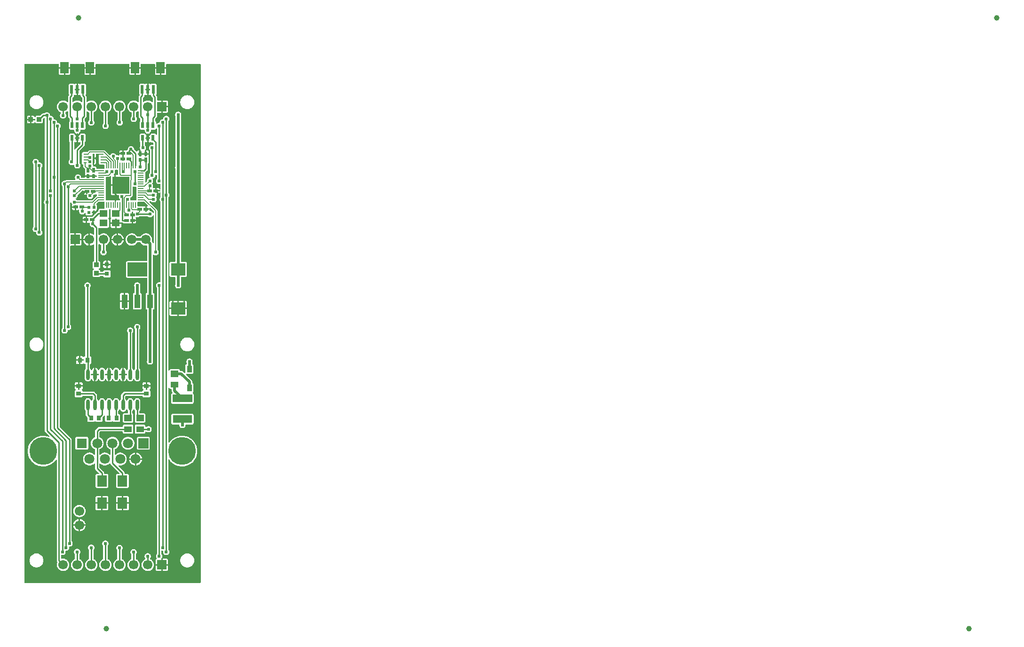
<source format=gtl>
G04 Layer: TopLayer*
G04 EasyEDA v6.5.29, 2023-07-20 14:59:44*
G04 987ae69db31144c28cf86215047d26b3,5a6b42c53f6a479593ecc07194224c93,10*
G04 Gerber Generator version 0.2*
G04 Scale: 100 percent, Rotated: No, Reflected: No *
G04 Dimensions in millimeters *
G04 leading zeros omitted , absolute positions ,4 integer and 5 decimal *
%FSLAX45Y45*%
%MOMM*%

%AMMACRO1*21,1,$1,$2,0,0,$3*%
%ADD10C,0.2540*%
%ADD11C,0.5000*%
%ADD12C,0.1270*%
%ADD13C,0.2000*%
%ADD14MACRO1,2.592X2.2075X0.0000*%
%ADD15R,2.5920X2.2075*%
%ADD16MACRO1,0.864X0.8065X-90.0000*%
%ADD17MACRO1,0.864X0.8065X0.0000*%
%ADD18R,0.8640X0.8065*%
%ADD19R,0.9000X0.8000*%
%ADD20R,0.8000X0.9000*%
%ADD21R,0.5320X1.0720*%
%ADD22R,1.0500X2.4650*%
%ADD23MACRO1,3.54X2.465X0.0000*%
%ADD24R,0.6000X1.5500*%
%ADD25R,1.5000X2.0000*%
%ADD26MACRO1,1.377X1.1325X0.0000*%
%ADD27R,1.3770X1.1325*%
%ADD28R,1.8000X2.0000*%
%ADD29O,0.6020054X1.9709892*%
%ADD30MACRO1,3.4992X1.4067X0.0000*%
%ADD31R,3.4992X1.4067*%
%ADD32R,0.9500X1.2000*%
%ADD33R,0.8000X0.8000*%
%ADD34R,0.5500X0.5500*%
%ADD35MACRO1,0.54X0.7901X90.0000*%
%ADD36MACRO1,0.54X0.7901X0.0000*%
%ADD37R,0.5400X0.7901*%
%ADD38R,0.6000X0.2800*%
%ADD39R,0.3000X1.7000*%
%ADD40MACRO1,0.54X0.7901X-90.0000*%
%ADD41R,1.1000X0.2000*%
%ADD42R,0.2000X1.1000*%
%ADD43R,3.1000X3.1000*%
%ADD44MACRO1,1.2X1.4X90.0000*%
%ADD45R,1.4000X1.2000*%
%ADD46MACRO1,1.2X1.4X-90.0000*%
%ADD47C,1.0000*%
%ADD48R,1.7000X1.7000*%
%ADD49C,1.7000*%
%ADD50MACRO1,1.7X1.7X0.0000*%
%ADD51C,1.8000*%
%ADD52C,5.0000*%
%ADD53R,1.8000X1.8000*%
%ADD54MACRO1,1.8X1.8X0.0000*%
%ADD55C,0.6096*%
%ADD56C,0.0147*%

%LPD*%
G36*
X3338068Y279908D02*
G01*
X3334156Y280670D01*
X3330905Y282905D01*
X3328670Y286156D01*
X3327908Y290068D01*
X3327908Y9615932D01*
X3328670Y9619843D01*
X3330905Y9623094D01*
X3334156Y9625330D01*
X3338068Y9626092D01*
X3938828Y9626092D01*
X3942689Y9625330D01*
X3945991Y9623094D01*
X3948226Y9619843D01*
X3948988Y9615932D01*
X3948988Y9566351D01*
X4037177Y9566351D01*
X4037177Y9615932D01*
X4037939Y9619843D01*
X4040174Y9623094D01*
X4043476Y9625330D01*
X4047337Y9626092D01*
X4052417Y9626092D01*
X4056329Y9625330D01*
X4059631Y9623094D01*
X4061815Y9619843D01*
X4062577Y9615932D01*
X4062577Y9566351D01*
X4150817Y9566351D01*
X4150817Y9615932D01*
X4151579Y9619843D01*
X4153763Y9623094D01*
X4157065Y9625330D01*
X4160977Y9626092D01*
X4398822Y9626092D01*
X4402734Y9625330D01*
X4406036Y9623094D01*
X4408220Y9619843D01*
X4408982Y9615932D01*
X4408982Y9566351D01*
X4497222Y9566351D01*
X4497222Y9615932D01*
X4497984Y9619843D01*
X4500168Y9623094D01*
X4503470Y9625330D01*
X4507382Y9626092D01*
X4512462Y9626092D01*
X4516323Y9625330D01*
X4519625Y9623094D01*
X4521860Y9619843D01*
X4522622Y9615932D01*
X4522622Y9566351D01*
X4610811Y9566351D01*
X4610811Y9615932D01*
X4611573Y9619843D01*
X4613808Y9623094D01*
X4617110Y9625330D01*
X4620971Y9626092D01*
X5208828Y9626092D01*
X5212689Y9625330D01*
X5215991Y9623094D01*
X5218226Y9619843D01*
X5218988Y9615932D01*
X5218988Y9566351D01*
X5307177Y9566351D01*
X5307177Y9615932D01*
X5307939Y9619843D01*
X5310174Y9623094D01*
X5313476Y9625330D01*
X5317337Y9626092D01*
X5322417Y9626092D01*
X5326329Y9625330D01*
X5329631Y9623094D01*
X5331815Y9619843D01*
X5332577Y9615932D01*
X5332577Y9566351D01*
X5420817Y9566351D01*
X5420817Y9615932D01*
X5421579Y9619843D01*
X5423763Y9623094D01*
X5427065Y9625330D01*
X5430977Y9626092D01*
X5668822Y9626092D01*
X5672734Y9625330D01*
X5676036Y9623094D01*
X5678220Y9619843D01*
X5678982Y9615932D01*
X5678982Y9566351D01*
X5767222Y9566351D01*
X5767222Y9615932D01*
X5767984Y9619843D01*
X5770168Y9623094D01*
X5773470Y9625330D01*
X5777382Y9626092D01*
X5782462Y9626092D01*
X5786323Y9625330D01*
X5789625Y9623094D01*
X5791860Y9619843D01*
X5792622Y9615932D01*
X5792622Y9566351D01*
X5880811Y9566351D01*
X5880811Y9615932D01*
X5881573Y9619843D01*
X5883808Y9623094D01*
X5887110Y9625330D01*
X5890971Y9626092D01*
X6491732Y9626092D01*
X6495643Y9625330D01*
X6498894Y9623094D01*
X6501130Y9619843D01*
X6501892Y9615932D01*
X6501892Y290068D01*
X6501130Y286156D01*
X6498894Y282905D01*
X6495643Y280670D01*
X6491732Y279908D01*
G37*

%LPC*%
G36*
X4895748Y6477000D02*
G01*
X4992979Y6477000D01*
X4992979Y6574332D01*
X4980990Y6572402D01*
X4967376Y6568338D01*
X4954422Y6562598D01*
X4942230Y6555231D01*
X4931156Y6546392D01*
X4921250Y6536181D01*
X4912766Y6524802D01*
X4905806Y6512407D01*
X4900472Y6499250D01*
X4896866Y6485483D01*
G37*
G36*
X5717336Y495300D02*
G01*
X5789066Y495300D01*
X5789066Y593496D01*
X5690870Y593496D01*
X5690870Y521766D01*
X5691581Y515467D01*
X5693511Y509981D01*
X5696559Y505104D01*
X5700674Y500989D01*
X5705551Y497890D01*
X5711037Y496011D01*
G37*
G36*
X5544210Y495350D02*
G01*
X5558434Y495808D01*
X5572455Y498093D01*
X5586069Y502158D01*
X5599074Y507898D01*
X5611215Y515264D01*
X5622340Y524103D01*
X5632246Y534314D01*
X5640730Y545693D01*
X5647690Y558088D01*
X5653024Y571246D01*
X5656630Y585012D01*
X5658459Y599084D01*
X5658459Y613308D01*
X5656630Y627380D01*
X5653024Y641146D01*
X5647690Y654304D01*
X5640730Y666699D01*
X5632246Y678078D01*
X5622340Y688289D01*
X5611215Y697128D01*
X5599074Y704494D01*
X5592521Y707390D01*
X5589422Y709523D01*
X5587288Y712673D01*
X5586476Y716330D01*
X5587034Y720039D01*
X5588914Y723290D01*
X5590743Y725474D01*
X5596636Y733806D01*
X5600750Y742746D01*
X5603290Y752195D01*
X5604154Y762000D01*
X5603290Y771804D01*
X5600750Y781253D01*
X5596636Y790194D01*
X5590997Y798220D01*
X5584037Y805180D01*
X5576011Y810818D01*
X5567070Y814933D01*
X5557621Y817473D01*
X5547817Y818337D01*
X5538012Y817473D01*
X5528564Y814933D01*
X5519623Y810818D01*
X5511596Y805180D01*
X5504637Y798220D01*
X5498998Y790194D01*
X5494883Y781253D01*
X5492343Y771804D01*
X5491480Y762000D01*
X5492343Y752195D01*
X5494883Y742746D01*
X5498998Y733806D01*
X5504637Y725779D01*
X5506262Y724204D01*
X5508396Y721055D01*
X5509209Y717346D01*
X5508650Y713587D01*
X5506720Y710336D01*
X5503722Y707999D01*
X5490311Y701040D01*
X5478627Y692912D01*
X5468112Y683361D01*
X5458917Y672541D01*
X5451195Y660603D01*
X5444998Y647801D01*
X5440527Y634339D01*
X5437835Y620369D01*
X5436920Y606196D01*
X5437835Y592023D01*
X5440527Y578053D01*
X5444998Y564591D01*
X5451195Y551789D01*
X5458917Y539851D01*
X5468112Y529082D01*
X5478627Y519480D01*
X5490311Y511352D01*
X5502910Y504799D01*
X5516219Y499872D01*
X5530088Y496722D01*
G37*
G36*
X5290210Y495350D02*
G01*
X5304434Y495808D01*
X5318455Y498093D01*
X5332069Y502158D01*
X5345074Y507898D01*
X5357215Y515264D01*
X5368340Y524103D01*
X5378246Y534314D01*
X5386730Y545693D01*
X5393690Y558088D01*
X5399024Y571246D01*
X5402630Y585012D01*
X5404459Y599084D01*
X5404459Y613308D01*
X5402630Y627380D01*
X5399024Y641146D01*
X5393690Y654304D01*
X5386730Y666699D01*
X5378246Y678078D01*
X5368340Y688289D01*
X5357215Y697128D01*
X5345074Y704494D01*
X5338419Y707491D01*
X5335219Y709676D01*
X5333085Y712927D01*
X5332374Y716737D01*
X5332272Y790448D01*
X5333034Y794359D01*
X5335270Y797661D01*
X5336794Y799185D01*
X5342432Y807212D01*
X5346547Y816152D01*
X5349087Y825601D01*
X5349951Y835406D01*
X5349087Y845210D01*
X5346547Y854659D01*
X5342432Y863600D01*
X5336794Y871626D01*
X5329834Y878586D01*
X5321808Y884224D01*
X5312867Y888339D01*
X5303418Y890879D01*
X5293614Y891743D01*
X5283809Y890879D01*
X5274360Y888339D01*
X5265420Y884224D01*
X5257393Y878586D01*
X5250434Y871626D01*
X5244795Y863600D01*
X5240680Y854659D01*
X5238140Y845210D01*
X5237276Y835406D01*
X5238140Y825601D01*
X5240680Y816152D01*
X5244795Y807212D01*
X5250434Y799185D01*
X5252059Y797560D01*
X5254294Y794258D01*
X5255056Y790397D01*
X5255158Y716991D01*
X5254498Y713384D01*
X5252567Y710234D01*
X5249672Y707948D01*
X5236311Y701040D01*
X5224627Y692912D01*
X5214112Y683361D01*
X5204917Y672541D01*
X5197195Y660603D01*
X5190998Y647801D01*
X5186527Y634339D01*
X5183835Y620369D01*
X5182920Y606196D01*
X5183835Y592023D01*
X5186527Y578053D01*
X5190998Y564591D01*
X5197195Y551789D01*
X5204917Y539851D01*
X5214112Y529082D01*
X5224627Y519480D01*
X5236311Y511352D01*
X5248910Y504799D01*
X5262219Y499872D01*
X5276088Y496722D01*
G37*
G36*
X4274210Y495350D02*
G01*
X4288434Y495808D01*
X4302455Y498093D01*
X4316069Y502158D01*
X4329074Y507898D01*
X4341215Y515264D01*
X4352340Y524103D01*
X4362246Y534314D01*
X4370730Y545693D01*
X4377690Y558088D01*
X4383024Y571246D01*
X4386630Y585012D01*
X4388459Y599084D01*
X4388459Y613308D01*
X4386630Y627380D01*
X4383024Y641146D01*
X4377690Y654304D01*
X4370730Y666699D01*
X4362246Y678078D01*
X4352340Y688289D01*
X4341215Y697128D01*
X4329074Y704494D01*
X4322521Y707390D01*
X4319320Y709625D01*
X4317238Y712876D01*
X4316476Y716686D01*
X4316476Y795223D01*
X4317238Y799134D01*
X4319473Y802436D01*
X4321048Y804011D01*
X4326686Y812038D01*
X4330801Y820978D01*
X4333341Y830427D01*
X4334205Y840232D01*
X4333341Y850036D01*
X4330801Y859485D01*
X4326686Y868426D01*
X4321048Y876452D01*
X4314088Y883412D01*
X4306062Y889050D01*
X4297121Y893165D01*
X4287672Y895705D01*
X4277868Y896569D01*
X4268063Y895705D01*
X4258614Y893165D01*
X4249674Y889050D01*
X4241647Y883412D01*
X4234688Y876452D01*
X4229049Y868426D01*
X4224934Y859485D01*
X4222394Y850036D01*
X4221530Y840232D01*
X4222394Y830427D01*
X4224934Y820978D01*
X4229049Y812038D01*
X4234688Y804011D01*
X4236262Y802436D01*
X4238498Y799134D01*
X4239260Y795223D01*
X4239260Y717042D01*
X4238599Y713384D01*
X4236669Y710234D01*
X4233773Y707999D01*
X4220311Y701040D01*
X4208627Y692912D01*
X4198112Y683361D01*
X4188917Y672541D01*
X4181195Y660603D01*
X4174998Y647801D01*
X4170527Y634339D01*
X4167835Y620369D01*
X4166920Y606196D01*
X4167835Y592023D01*
X4170527Y578053D01*
X4174998Y564591D01*
X4181195Y551789D01*
X4188917Y539851D01*
X4198112Y529082D01*
X4208627Y519480D01*
X4220311Y511352D01*
X4232910Y504799D01*
X4246219Y499872D01*
X4260088Y496722D01*
G37*
G36*
X5036210Y495350D02*
G01*
X5050434Y495808D01*
X5064455Y498093D01*
X5078069Y502158D01*
X5091074Y507898D01*
X5103215Y515264D01*
X5114340Y524103D01*
X5124246Y534314D01*
X5132730Y545693D01*
X5139690Y558088D01*
X5145024Y571246D01*
X5148630Y585012D01*
X5150459Y599084D01*
X5150459Y613308D01*
X5148630Y627380D01*
X5145024Y641146D01*
X5139690Y654304D01*
X5132730Y666699D01*
X5124246Y678078D01*
X5114340Y688289D01*
X5103215Y697128D01*
X5091074Y704494D01*
X5084521Y707390D01*
X5081320Y709625D01*
X5079238Y712876D01*
X5078476Y716686D01*
X5078476Y867359D01*
X5079238Y871270D01*
X5081473Y874572D01*
X5083048Y876147D01*
X5088686Y884174D01*
X5092801Y893114D01*
X5095341Y902563D01*
X5096205Y912368D01*
X5095341Y922172D01*
X5092801Y931621D01*
X5088686Y940562D01*
X5083048Y948588D01*
X5076088Y955548D01*
X5068062Y961186D01*
X5059121Y965301D01*
X5049672Y967841D01*
X5039868Y968705D01*
X5030063Y967841D01*
X5020614Y965301D01*
X5011674Y961186D01*
X5003647Y955548D01*
X4996688Y948588D01*
X4991049Y940562D01*
X4986934Y931621D01*
X4984394Y922172D01*
X4983530Y912368D01*
X4984394Y902563D01*
X4986934Y893114D01*
X4991049Y884174D01*
X4996688Y876147D01*
X4998262Y874572D01*
X5000498Y871270D01*
X5001260Y867359D01*
X5001260Y717042D01*
X5000599Y713384D01*
X4998669Y710234D01*
X4995773Y707999D01*
X4982311Y701040D01*
X4970627Y692912D01*
X4960112Y683361D01*
X4950917Y672541D01*
X4943195Y660603D01*
X4936998Y647801D01*
X4932527Y634339D01*
X4929835Y620369D01*
X4928920Y606196D01*
X4929835Y592023D01*
X4932527Y578053D01*
X4936998Y564591D01*
X4943195Y551789D01*
X4950917Y539851D01*
X4960112Y529082D01*
X4970627Y519480D01*
X4982311Y511352D01*
X4994910Y504799D01*
X5008219Y499872D01*
X5022088Y496722D01*
G37*
G36*
X4528210Y495350D02*
G01*
X4542434Y495808D01*
X4556455Y498093D01*
X4570069Y502158D01*
X4583074Y507898D01*
X4595215Y515264D01*
X4606340Y524103D01*
X4616246Y534314D01*
X4624730Y545693D01*
X4631690Y558088D01*
X4637024Y571246D01*
X4640630Y585012D01*
X4642459Y599084D01*
X4642459Y613308D01*
X4640630Y627380D01*
X4637024Y641146D01*
X4631690Y654304D01*
X4624730Y666699D01*
X4616246Y678078D01*
X4606340Y688289D01*
X4595215Y697128D01*
X4583074Y704494D01*
X4576521Y707390D01*
X4573320Y709625D01*
X4571238Y712876D01*
X4570476Y716686D01*
X4570476Y871423D01*
X4571238Y875334D01*
X4573473Y878636D01*
X4575048Y880211D01*
X4580686Y888237D01*
X4584801Y897178D01*
X4587341Y906627D01*
X4588205Y916432D01*
X4587341Y926236D01*
X4584801Y935685D01*
X4580686Y944626D01*
X4575048Y952652D01*
X4568088Y959612D01*
X4560062Y965250D01*
X4551121Y969365D01*
X4541672Y971905D01*
X4531868Y972769D01*
X4522063Y971905D01*
X4512614Y969365D01*
X4503674Y965250D01*
X4495647Y959612D01*
X4488688Y952652D01*
X4483049Y944626D01*
X4478934Y935685D01*
X4476394Y926236D01*
X4475530Y916432D01*
X4476394Y906627D01*
X4478934Y897178D01*
X4483049Y888237D01*
X4488688Y880211D01*
X4490262Y878636D01*
X4492498Y875334D01*
X4493260Y871423D01*
X4493260Y717042D01*
X4492599Y713384D01*
X4490669Y710234D01*
X4487773Y707999D01*
X4474311Y701040D01*
X4462627Y692912D01*
X4452112Y683361D01*
X4442917Y672541D01*
X4435195Y660603D01*
X4428998Y647801D01*
X4424527Y634339D01*
X4421835Y620369D01*
X4420920Y606196D01*
X4421835Y592023D01*
X4424527Y578053D01*
X4428998Y564591D01*
X4435195Y551789D01*
X4442917Y539851D01*
X4452112Y529082D01*
X4462627Y519480D01*
X4474311Y511352D01*
X4486910Y504799D01*
X4500219Y499872D01*
X4514088Y496722D01*
G37*
G36*
X4782210Y495350D02*
G01*
X4796434Y495808D01*
X4810455Y498093D01*
X4824069Y502158D01*
X4837074Y507898D01*
X4849215Y515264D01*
X4860340Y524103D01*
X4870246Y534314D01*
X4878730Y545693D01*
X4885690Y558088D01*
X4891024Y571246D01*
X4894630Y585012D01*
X4896459Y599084D01*
X4896459Y613308D01*
X4894630Y627380D01*
X4891024Y641146D01*
X4885690Y654304D01*
X4878730Y666699D01*
X4870246Y678078D01*
X4860340Y688289D01*
X4849215Y697128D01*
X4837074Y704494D01*
X4830521Y707390D01*
X4827320Y709625D01*
X4825238Y712876D01*
X4824476Y716686D01*
X4824476Y945591D01*
X4825238Y949502D01*
X4827473Y952804D01*
X4829048Y954379D01*
X4834686Y962406D01*
X4838801Y971346D01*
X4841341Y980795D01*
X4842205Y990600D01*
X4841341Y1000404D01*
X4838801Y1009853D01*
X4834686Y1018794D01*
X4829048Y1026820D01*
X4822088Y1033780D01*
X4814062Y1039418D01*
X4805121Y1043533D01*
X4795672Y1046073D01*
X4785868Y1046937D01*
X4776063Y1046073D01*
X4766614Y1043533D01*
X4757674Y1039418D01*
X4749647Y1033780D01*
X4742688Y1026820D01*
X4737049Y1018794D01*
X4732934Y1009853D01*
X4730394Y1000404D01*
X4729530Y990600D01*
X4730394Y980795D01*
X4732934Y971346D01*
X4737049Y962406D01*
X4742688Y954379D01*
X4744262Y952804D01*
X4746498Y949502D01*
X4747260Y945591D01*
X4747260Y717042D01*
X4746599Y713384D01*
X4744669Y710234D01*
X4741773Y707999D01*
X4728311Y701040D01*
X4716627Y692912D01*
X4706112Y683361D01*
X4696917Y672541D01*
X4689195Y660603D01*
X4682998Y647801D01*
X4678527Y634339D01*
X4675835Y620369D01*
X4674920Y606196D01*
X4675835Y592023D01*
X4678527Y578053D01*
X4682998Y564591D01*
X4689195Y551789D01*
X4696917Y539851D01*
X4706112Y529082D01*
X4716627Y519480D01*
X4728311Y511352D01*
X4740910Y504799D01*
X4754219Y499872D01*
X4768088Y496722D01*
G37*
G36*
X4020210Y495350D02*
G01*
X4034434Y495808D01*
X4048455Y498093D01*
X4062069Y502158D01*
X4075074Y507898D01*
X4087215Y515264D01*
X4098340Y524103D01*
X4108246Y534314D01*
X4116730Y545693D01*
X4123690Y558088D01*
X4129024Y571246D01*
X4132630Y585012D01*
X4134459Y599084D01*
X4134459Y613308D01*
X4132630Y627380D01*
X4129024Y641146D01*
X4123690Y654304D01*
X4116730Y666699D01*
X4108246Y678078D01*
X4098340Y688289D01*
X4087215Y697128D01*
X4075074Y704494D01*
X4062069Y710285D01*
X4048455Y714298D01*
X4034434Y716584D01*
X4020210Y717042D01*
X4006087Y715670D01*
X4000754Y714451D01*
X3997096Y714298D01*
X3993642Y715416D01*
X3990797Y717651D01*
X3988968Y720750D01*
X3988308Y724357D01*
X3988308Y773531D01*
X3988968Y777138D01*
X3990898Y780288D01*
X3993845Y782574D01*
X3997401Y783640D01*
X4001109Y783336D01*
X4003395Y782726D01*
X4013200Y781862D01*
X4023004Y782726D01*
X4032453Y785266D01*
X4041394Y789381D01*
X4049420Y795020D01*
X4056379Y801979D01*
X4062018Y810006D01*
X4066133Y818946D01*
X4068673Y828395D01*
X4069537Y838200D01*
X4068521Y849121D01*
X4068978Y853084D01*
X4070858Y856589D01*
X4073956Y859078D01*
X4077766Y860196D01*
X4086504Y860958D01*
X4095953Y863498D01*
X4104894Y867613D01*
X4112920Y873252D01*
X4119879Y880211D01*
X4125518Y888237D01*
X4129633Y897178D01*
X4132173Y906627D01*
X4133037Y916432D01*
X4132427Y923391D01*
X4132884Y927303D01*
X4134764Y930808D01*
X4137863Y933246D01*
X4141673Y934364D01*
X4150004Y935126D01*
X4159453Y937666D01*
X4168394Y941781D01*
X4176420Y947419D01*
X4183379Y954379D01*
X4189018Y962406D01*
X4193133Y971346D01*
X4195673Y980795D01*
X4196537Y990600D01*
X4195673Y1000404D01*
X4193133Y1009853D01*
X4189018Y1018794D01*
X4183379Y1026820D01*
X4181805Y1028395D01*
X4179570Y1031697D01*
X4178808Y1035608D01*
X4178808Y2856992D01*
X4177995Y2865018D01*
X4175810Y2872232D01*
X4172254Y2878937D01*
X4167124Y2885135D01*
X3965905Y3086404D01*
X3963670Y3089706D01*
X3962908Y3093618D01*
X3962908Y8463991D01*
X3963670Y8467902D01*
X3965905Y8471204D01*
X3967479Y8472779D01*
X3973118Y8480806D01*
X3977233Y8489746D01*
X3979773Y8499195D01*
X3980637Y8509000D01*
X3979773Y8518804D01*
X3977233Y8528253D01*
X3973118Y8537194D01*
X3967479Y8545220D01*
X3960520Y8552180D01*
X3952494Y8557818D01*
X3943553Y8561933D01*
X3934104Y8564473D01*
X3926230Y8565184D01*
X3922826Y8566099D01*
X3919931Y8568131D01*
X3917899Y8571026D01*
X3916984Y8574430D01*
X3916273Y8582304D01*
X3913733Y8591753D01*
X3909618Y8600694D01*
X3903979Y8608720D01*
X3897020Y8615680D01*
X3888994Y8621318D01*
X3880053Y8625433D01*
X3870604Y8627973D01*
X3862730Y8628684D01*
X3859326Y8629599D01*
X3856431Y8631631D01*
X3854399Y8634526D01*
X3853484Y8637930D01*
X3852773Y8645804D01*
X3850233Y8655253D01*
X3846118Y8664194D01*
X3840479Y8672220D01*
X3833520Y8679180D01*
X3825494Y8684818D01*
X3816553Y8688933D01*
X3807104Y8691473D01*
X3799230Y8692184D01*
X3795826Y8693099D01*
X3792931Y8695131D01*
X3790899Y8698026D01*
X3789984Y8701430D01*
X3789273Y8709304D01*
X3786733Y8718753D01*
X3782618Y8727694D01*
X3776979Y8735720D01*
X3770020Y8742680D01*
X3761994Y8748318D01*
X3753053Y8752433D01*
X3743604Y8754973D01*
X3733800Y8755837D01*
X3723995Y8754973D01*
X3714546Y8752433D01*
X3705606Y8748318D01*
X3697579Y8742680D01*
X3696004Y8741105D01*
X3692702Y8738870D01*
X3688791Y8738108D01*
X3670808Y8738108D01*
X3662984Y8737346D01*
X3655720Y8735212D01*
X3649014Y8731656D01*
X3642766Y8726576D01*
X3611219Y8695334D01*
X3607968Y8693150D01*
X3604107Y8692388D01*
X3553460Y8692388D01*
X3547160Y8691676D01*
X3541674Y8689797D01*
X3536797Y8686698D01*
X3532682Y8682634D01*
X3529634Y8677706D01*
X3527501Y8671661D01*
X3525367Y8668105D01*
X3521964Y8665667D01*
X3517900Y8664854D01*
X3513836Y8665667D01*
X3510432Y8668105D01*
X3508298Y8671661D01*
X3506165Y8677706D01*
X3503117Y8682634D01*
X3499002Y8686698D01*
X3494125Y8689797D01*
X3488639Y8691676D01*
X3482340Y8692388D01*
X3455263Y8692388D01*
X3455263Y8636000D01*
X3516833Y8636000D01*
X3520744Y8635238D01*
X3523996Y8633002D01*
X3526231Y8629751D01*
X3526993Y8625840D01*
X3526993Y8620760D01*
X3526231Y8616848D01*
X3523996Y8613597D01*
X3520744Y8611362D01*
X3516833Y8610600D01*
X3455263Y8610600D01*
X3455263Y8554212D01*
X3482340Y8554212D01*
X3488639Y8554923D01*
X3494125Y8556802D01*
X3499002Y8559901D01*
X3503117Y8563965D01*
X3506165Y8568893D01*
X3508298Y8574938D01*
X3510432Y8578494D01*
X3513836Y8580932D01*
X3517900Y8581745D01*
X3521964Y8580932D01*
X3525367Y8578494D01*
X3527501Y8574938D01*
X3529634Y8568893D01*
X3532682Y8563965D01*
X3536797Y8559901D01*
X3541674Y8556802D01*
X3547160Y8554923D01*
X3553460Y8554212D01*
X3632962Y8554212D01*
X3639312Y8554923D01*
X3644747Y8556802D01*
X3649675Y8559901D01*
X3653739Y8563965D01*
X3656837Y8568893D01*
X3658768Y8574328D01*
X3659479Y8580678D01*
X3659479Y8630208D01*
X3660241Y8634120D01*
X3662476Y8637422D01*
X3677869Y8652662D01*
X3681171Y8654846D01*
X3685082Y8655608D01*
X3688943Y8654846D01*
X3692245Y8652611D01*
X3694429Y8649360D01*
X3695192Y8645448D01*
X3695192Y7182408D01*
X3694429Y7178497D01*
X3692194Y7175195D01*
X3690620Y7173620D01*
X3684981Y7165594D01*
X3680866Y7156653D01*
X3678326Y7147204D01*
X3677462Y7137400D01*
X3678326Y7127595D01*
X3680866Y7118146D01*
X3684981Y7109206D01*
X3690620Y7101179D01*
X3692194Y7099604D01*
X3694429Y7096302D01*
X3695192Y7092391D01*
X3695192Y3023108D01*
X3696004Y3015081D01*
X3698189Y3007868D01*
X3701745Y3001162D01*
X3706876Y2994964D01*
X3772865Y2928924D01*
X3775049Y2925673D01*
X3775811Y2921863D01*
X3775100Y2918002D01*
X3773017Y2914700D01*
X3769817Y2912465D01*
X3766007Y2911602D01*
X3762146Y2912211D01*
X3750106Y2916682D01*
X3727856Y2922930D01*
X3705199Y2927248D01*
X3682187Y2929636D01*
X3659073Y2930144D01*
X3636060Y2928670D01*
X3613200Y2925318D01*
X3590696Y2920034D01*
X3568700Y2912872D01*
X3547414Y2903931D01*
X3526942Y2893212D01*
X3507435Y2880868D01*
X3488994Y2866898D01*
X3471824Y2851404D01*
X3456025Y2834589D01*
X3441649Y2816453D01*
X3428898Y2797200D01*
X3417773Y2776982D01*
X3408375Y2755849D01*
X3400755Y2734056D01*
X3395014Y2711653D01*
X3391154Y2688894D01*
X3389223Y2665831D01*
X3389223Y2642768D01*
X3391154Y2619705D01*
X3395014Y2596946D01*
X3400755Y2574544D01*
X3408375Y2552750D01*
X3417773Y2531618D01*
X3428898Y2511399D01*
X3441649Y2492146D01*
X3456025Y2474010D01*
X3471824Y2457196D01*
X3488994Y2441702D01*
X3507435Y2427732D01*
X3526942Y2415387D01*
X3547414Y2404668D01*
X3568700Y2395728D01*
X3590696Y2388565D01*
X3613200Y2383282D01*
X3636060Y2379929D01*
X3659073Y2378456D01*
X3682187Y2378964D01*
X3705199Y2381351D01*
X3727856Y2385669D01*
X3750106Y2391918D01*
X3771798Y2399944D01*
X3792677Y2409799D01*
X3812692Y2421331D01*
X3831691Y2434539D01*
X3849471Y2449271D01*
X3865981Y2465425D01*
X3881069Y2482951D01*
X3892702Y2498902D01*
X3895851Y2501747D01*
X3899865Y2503068D01*
X3904081Y2502611D01*
X3907739Y2500477D01*
X3910228Y2497074D01*
X3911092Y2492959D01*
X3911092Y680974D01*
X3911904Y672947D01*
X3914089Y665734D01*
X3917645Y659028D01*
X3919118Y657199D01*
X3920845Y654253D01*
X3921455Y650951D01*
X3920947Y647547D01*
X3916527Y634339D01*
X3913835Y620369D01*
X3912920Y606196D01*
X3913835Y592023D01*
X3916527Y578053D01*
X3920998Y564591D01*
X3927195Y551789D01*
X3934917Y539851D01*
X3944112Y529082D01*
X3954627Y519480D01*
X3966311Y511352D01*
X3978910Y504799D01*
X3992219Y499872D01*
X4006087Y496722D01*
G37*
G36*
X6259931Y559917D02*
G01*
X6275070Y560832D01*
X6290056Y563575D01*
X6304534Y568096D01*
X6318402Y574344D01*
X6331407Y582218D01*
X6343396Y591566D01*
X6354114Y602335D01*
X6363512Y614273D01*
X6371386Y627278D01*
X6377635Y641146D01*
X6382156Y655675D01*
X6384899Y670610D01*
X6385814Y685800D01*
X6384899Y700989D01*
X6382156Y715924D01*
X6377635Y730453D01*
X6371386Y744321D01*
X6363512Y757326D01*
X6354114Y769264D01*
X6343396Y780034D01*
X6331407Y789381D01*
X6318402Y797255D01*
X6304534Y803503D01*
X6290056Y808024D01*
X6275070Y810768D01*
X6259931Y811682D01*
X6244742Y810768D01*
X6229756Y808024D01*
X6215278Y803503D01*
X6201410Y797255D01*
X6188405Y789381D01*
X6176416Y780034D01*
X6165697Y769264D01*
X6156299Y757326D01*
X6148425Y744321D01*
X6142177Y730453D01*
X6137656Y715924D01*
X6134912Y700989D01*
X6133998Y685800D01*
X6134912Y670610D01*
X6137656Y655675D01*
X6142177Y641146D01*
X6148425Y627278D01*
X6156299Y614273D01*
X6165697Y602335D01*
X6176416Y591566D01*
X6188405Y582218D01*
X6201410Y574344D01*
X6215278Y568096D01*
X6229756Y563575D01*
X6244742Y560832D01*
G37*
G36*
X3544925Y559917D02*
G01*
X3560064Y560832D01*
X3575050Y563575D01*
X3589528Y568096D01*
X3603396Y574344D01*
X3616401Y582218D01*
X3628390Y591566D01*
X3639108Y602335D01*
X3648506Y614273D01*
X3656380Y627278D01*
X3662629Y641146D01*
X3667150Y655675D01*
X3669893Y670610D01*
X3670808Y685800D01*
X3669893Y700989D01*
X3667150Y715924D01*
X3662629Y730453D01*
X3656380Y744321D01*
X3648506Y757326D01*
X3639108Y769264D01*
X3628390Y780034D01*
X3616401Y789381D01*
X3603396Y797255D01*
X3589528Y803503D01*
X3575050Y808024D01*
X3560064Y810768D01*
X3544925Y811682D01*
X3529736Y810768D01*
X3514750Y808024D01*
X3500272Y803503D01*
X3486404Y797255D01*
X3473399Y789381D01*
X3461410Y780034D01*
X3450691Y769264D01*
X3441293Y757326D01*
X3433419Y744321D01*
X3427171Y730453D01*
X3422650Y715924D01*
X3419906Y700989D01*
X3418992Y685800D01*
X3419906Y670610D01*
X3422650Y655675D01*
X3427171Y641146D01*
X3433419Y627278D01*
X3441293Y614273D01*
X3450691Y602335D01*
X3461410Y591566D01*
X3473399Y582218D01*
X3486404Y574344D01*
X3500272Y568096D01*
X3514750Y563575D01*
X3529736Y560832D01*
G37*
G36*
X5814466Y618896D02*
G01*
X5912713Y618896D01*
X5912713Y690626D01*
X5912002Y696925D01*
X5910072Y702411D01*
X5906973Y707288D01*
X5902909Y711403D01*
X5897981Y714502D01*
X5892546Y716381D01*
X5886196Y717092D01*
X5814466Y717092D01*
G37*
G36*
X5690870Y618896D02*
G01*
X5789066Y618896D01*
X5789066Y714400D01*
X5789828Y718210D01*
X5792012Y721512D01*
X5797092Y726694D01*
X5799734Y728522D01*
X5801918Y733806D01*
X5806033Y742746D01*
X5808573Y752195D01*
X5809437Y762000D01*
X5808573Y771804D01*
X5806033Y781253D01*
X5801918Y790194D01*
X5796280Y798220D01*
X5794705Y799795D01*
X5792470Y803097D01*
X5791708Y807008D01*
X5791708Y849731D01*
X5792368Y853338D01*
X5794298Y856487D01*
X5797245Y858774D01*
X5800801Y859840D01*
X5804509Y859536D01*
X5806795Y858926D01*
X5815279Y858164D01*
X5819089Y857046D01*
X5822188Y854557D01*
X5824118Y851103D01*
X5824524Y847140D01*
X5823762Y838200D01*
X5824626Y828395D01*
X5827166Y818946D01*
X5831281Y810006D01*
X5836920Y801979D01*
X5843879Y795020D01*
X5851906Y789381D01*
X5860846Y785266D01*
X5870295Y782726D01*
X5880100Y781862D01*
X5889904Y782726D01*
X5899353Y785266D01*
X5908294Y789381D01*
X5916320Y795020D01*
X5923280Y801979D01*
X5928918Y810006D01*
X5933033Y818946D01*
X5935573Y828395D01*
X5936437Y838200D01*
X5935573Y848004D01*
X5933033Y857453D01*
X5928918Y866394D01*
X5923280Y874420D01*
X5921705Y875995D01*
X5919470Y879297D01*
X5918708Y883208D01*
X5918708Y2493010D01*
X5919622Y2497226D01*
X5922162Y2500680D01*
X5925921Y2502763D01*
X5930188Y2503119D01*
X5934252Y2501646D01*
X5937351Y2498648D01*
X5941669Y2492146D01*
X5955995Y2474010D01*
X5971844Y2457196D01*
X5989015Y2441702D01*
X6007404Y2427732D01*
X6026912Y2415387D01*
X6047384Y2404668D01*
X6068720Y2395728D01*
X6090666Y2388565D01*
X6113170Y2383282D01*
X6136030Y2379929D01*
X6159093Y2378456D01*
X6182207Y2378964D01*
X6205169Y2381351D01*
X6227876Y2385669D01*
X6250127Y2391918D01*
X6271768Y2399944D01*
X6292697Y2409799D01*
X6312712Y2421331D01*
X6331661Y2434539D01*
X6349492Y2449271D01*
X6366002Y2465425D01*
X6381089Y2482951D01*
X6394653Y2501646D01*
X6406642Y2521407D01*
X6416903Y2542082D01*
X6425438Y2563571D01*
X6432092Y2585669D01*
X6436918Y2608275D01*
X6439814Y2631236D01*
X6440779Y2654300D01*
X6439814Y2677414D01*
X6436918Y2700324D01*
X6432092Y2722930D01*
X6425438Y2745028D01*
X6416903Y2766517D01*
X6406642Y2787192D01*
X6394653Y2807004D01*
X6381089Y2825699D01*
X6366002Y2843174D01*
X6349492Y2859328D01*
X6331661Y2874060D01*
X6312712Y2887268D01*
X6292697Y2898800D01*
X6271768Y2908655D01*
X6250127Y2916682D01*
X6227876Y2922930D01*
X6205169Y2927248D01*
X6182207Y2929636D01*
X6159093Y2930144D01*
X6136030Y2928670D01*
X6113170Y2925318D01*
X6090666Y2920034D01*
X6068720Y2912872D01*
X6047384Y2903931D01*
X6026912Y2893212D01*
X6007404Y2880868D01*
X5989015Y2866898D01*
X5971844Y2851404D01*
X5955995Y2834589D01*
X5941669Y2816453D01*
X5937351Y2809951D01*
X5934252Y2806954D01*
X5930188Y2805480D01*
X5925921Y2805836D01*
X5922162Y2807919D01*
X5919622Y2811373D01*
X5918708Y2815590D01*
X5918708Y3787292D01*
X5919520Y3791254D01*
X5921806Y3794607D01*
X5925210Y3796792D01*
X5929172Y3797452D01*
X5933135Y3796537D01*
X5936386Y3794099D01*
X5938469Y3790645D01*
X5940348Y3785209D01*
X5943447Y3780332D01*
X5947511Y3776218D01*
X5952439Y3773170D01*
X5957874Y3771239D01*
X5964224Y3770528D01*
X5971438Y3770528D01*
X5975299Y3769766D01*
X5978601Y3767531D01*
X5980836Y3764279D01*
X5981598Y3760368D01*
X5981598Y3741572D01*
X5981801Y3736898D01*
X5982360Y3732529D01*
X5983325Y3728161D01*
X5984646Y3723944D01*
X5986373Y3719829D01*
X5988354Y3716020D01*
X5991860Y3710838D01*
X5993384Y3707434D01*
X5993536Y3703726D01*
X5992368Y3700221D01*
X5990031Y3697376D01*
X5986018Y3695242D01*
X5981141Y3692194D01*
X5977026Y3688079D01*
X5973978Y3683203D01*
X5972048Y3677716D01*
X5971336Y3671417D01*
X5971336Y3531870D01*
X5972048Y3525570D01*
X5973978Y3520084D01*
X5977026Y3515207D01*
X5981141Y3511092D01*
X5986018Y3507994D01*
X5991504Y3506114D01*
X5997803Y3505403D01*
X6346596Y3505403D01*
X6352895Y3506114D01*
X6358382Y3507994D01*
X6363258Y3511092D01*
X6367373Y3515207D01*
X6370421Y3520084D01*
X6372352Y3525570D01*
X6373063Y3531870D01*
X6373063Y3671417D01*
X6372352Y3677716D01*
X6370421Y3683203D01*
X6367373Y3688079D01*
X6363258Y3692194D01*
X6360820Y3693718D01*
X6357874Y3696563D01*
X6356248Y3700272D01*
X6356248Y3704386D01*
X6357874Y3708095D01*
X6360820Y3710940D01*
X6362801Y3712210D01*
X6366916Y3716274D01*
X6369964Y3721201D01*
X6371894Y3726637D01*
X6372606Y3732987D01*
X6372606Y3851808D01*
X6371894Y3858158D01*
X6369964Y3863594D01*
X6366916Y3868521D01*
X6362801Y3872585D01*
X6357924Y3875684D01*
X6353352Y3878173D01*
X6350965Y3881577D01*
X6350101Y3885641D01*
X6350101Y3898696D01*
X6349898Y3903319D01*
X6349339Y3907739D01*
X6348374Y3912057D01*
X6347053Y3916324D01*
X6345326Y3920388D01*
X6343294Y3924350D01*
X6340906Y3928110D01*
X6338214Y3931615D01*
X6335064Y3935069D01*
X6240475Y4029608D01*
X6238240Y4033062D01*
X6237528Y4037177D01*
X6238544Y4041190D01*
X6241034Y4044492D01*
X6244691Y4046474D01*
X6248806Y4046880D01*
X6252260Y4046474D01*
X6346139Y4046474D01*
X6352438Y4047185D01*
X6357924Y4049115D01*
X6362801Y4052214D01*
X6366916Y4056278D01*
X6369964Y4061206D01*
X6371894Y4066641D01*
X6372606Y4072991D01*
X6372606Y4191812D01*
X6371894Y4198162D01*
X6369964Y4203598D01*
X6366916Y4208526D01*
X6362801Y4212590D01*
X6357924Y4215688D01*
X6353352Y4218178D01*
X6350965Y4221581D01*
X6350101Y4225645D01*
X6350101Y4241292D01*
X6351066Y4245610D01*
X6352133Y4247946D01*
X6354673Y4257395D01*
X6355537Y4267200D01*
X6354673Y4277004D01*
X6352133Y4286453D01*
X6348018Y4295394D01*
X6342380Y4303420D01*
X6335420Y4310380D01*
X6327394Y4316018D01*
X6318453Y4320133D01*
X6309004Y4322673D01*
X6299200Y4323537D01*
X6289395Y4322673D01*
X6279946Y4320133D01*
X6271006Y4316018D01*
X6262979Y4310380D01*
X6256020Y4303420D01*
X6250381Y4295394D01*
X6246266Y4286453D01*
X6243726Y4277004D01*
X6242862Y4267200D01*
X6243726Y4257395D01*
X6246266Y4247946D01*
X6247333Y4245610D01*
X6248298Y4241292D01*
X6248298Y4225645D01*
X6247434Y4221581D01*
X6245047Y4218178D01*
X6240475Y4215688D01*
X6235598Y4212590D01*
X6231483Y4208526D01*
X6228435Y4203598D01*
X6226505Y4198162D01*
X6225794Y4191812D01*
X6225794Y4072991D01*
X6226200Y4069537D01*
X6225794Y4065371D01*
X6223762Y4061764D01*
X6220510Y4059224D01*
X6216446Y4058208D01*
X6212382Y4058920D01*
X6208877Y4061206D01*
X6187948Y4082186D01*
X6184493Y4085336D01*
X6180988Y4088028D01*
X6177229Y4090415D01*
X6173317Y4092448D01*
X6169202Y4094175D01*
X6164935Y4095496D01*
X6160617Y4096461D01*
X6156248Y4097020D01*
X6151575Y4097223D01*
X6136894Y4097223D01*
X6133287Y4097883D01*
X6130137Y4099814D01*
X6127902Y4102709D01*
X6126835Y4106265D01*
X6126530Y4108704D01*
X6124600Y4114139D01*
X6121552Y4119067D01*
X6117437Y4123131D01*
X6112560Y4126229D01*
X6107074Y4128160D01*
X6100775Y4128871D01*
X5964224Y4128871D01*
X5957874Y4128160D01*
X5952439Y4126229D01*
X5947511Y4123131D01*
X5943447Y4119067D01*
X5940348Y4114139D01*
X5938469Y4108754D01*
X5936386Y4105249D01*
X5933135Y4102862D01*
X5929172Y4101947D01*
X5925210Y4102608D01*
X5921806Y4104792D01*
X5919520Y4108145D01*
X5918708Y4112107D01*
X5918708Y7219391D01*
X5919470Y7223302D01*
X5921705Y7226604D01*
X5923280Y7228179D01*
X5928918Y7236206D01*
X5933033Y7245146D01*
X5935573Y7254595D01*
X5936437Y7264400D01*
X5935573Y7274204D01*
X5933033Y7283653D01*
X5928918Y7292594D01*
X5923280Y7300620D01*
X5921705Y7302195D01*
X5919470Y7305497D01*
X5918708Y7309408D01*
X5918708Y8590991D01*
X5919470Y8594902D01*
X5921705Y8598204D01*
X5923280Y8599779D01*
X5928918Y8607806D01*
X5933033Y8616746D01*
X5935573Y8626195D01*
X5936437Y8636000D01*
X5935573Y8645804D01*
X5933033Y8655253D01*
X5928918Y8664194D01*
X5923280Y8672220D01*
X5916320Y8679180D01*
X5908294Y8684818D01*
X5899353Y8688933D01*
X5889904Y8691473D01*
X5880100Y8692337D01*
X5870295Y8691473D01*
X5860846Y8688933D01*
X5851906Y8684818D01*
X5843879Y8679180D01*
X5836920Y8672220D01*
X5831281Y8664194D01*
X5827166Y8655253D01*
X5824626Y8645804D01*
X5823915Y8637930D01*
X5823000Y8634526D01*
X5820968Y8631631D01*
X5818073Y8629599D01*
X5814669Y8628684D01*
X5806795Y8627973D01*
X5797346Y8625433D01*
X5788406Y8621318D01*
X5780379Y8615680D01*
X5773420Y8608720D01*
X5767781Y8600694D01*
X5763666Y8591753D01*
X5761126Y8582304D01*
X5760415Y8574430D01*
X5759500Y8571026D01*
X5757468Y8568131D01*
X5754573Y8566099D01*
X5751169Y8565184D01*
X5743295Y8564473D01*
X5733846Y8561933D01*
X5724906Y8557818D01*
X5716879Y8552180D01*
X5714746Y8550046D01*
X5711444Y8547862D01*
X5707583Y8547049D01*
X5703671Y8547862D01*
X5700369Y8550046D01*
X5698185Y8553348D01*
X5697423Y8557209D01*
X5697423Y8575344D01*
X5696712Y8581644D01*
X5694781Y8587130D01*
X5691733Y8591956D01*
X5686552Y8597036D01*
X5684316Y8600389D01*
X5683504Y8604300D01*
X5683504Y8634577D01*
X5684266Y8638489D01*
X5686501Y8641791D01*
X5703824Y8659164D01*
X5708954Y8665362D01*
X5712510Y8672068D01*
X5714695Y8679281D01*
X5715508Y8687308D01*
X5715508Y8736330D01*
X5716270Y8740190D01*
X5718505Y8743492D01*
X5721756Y8745677D01*
X5725668Y8746490D01*
X5789371Y8746490D01*
X5789371Y8844686D01*
X5725668Y8844686D01*
X5721756Y8845448D01*
X5718505Y8847632D01*
X5716270Y8850934D01*
X5715508Y8854846D01*
X5715508Y8859926D01*
X5716270Y8863787D01*
X5718505Y8867089D01*
X5721756Y8869324D01*
X5725668Y8870086D01*
X5789371Y8870086D01*
X5789371Y8968282D01*
X5725668Y8968282D01*
X5721756Y8969044D01*
X5718505Y8971280D01*
X5716270Y8974582D01*
X5715508Y8978442D01*
X5715508Y9029192D01*
X5714695Y9037218D01*
X5712510Y9044432D01*
X5708954Y9051137D01*
X5703824Y9057335D01*
X5701436Y9059773D01*
X5699455Y9062567D01*
X5698540Y9065818D01*
X5698693Y9069222D01*
X5700014Y9072372D01*
X5703214Y9077452D01*
X5705094Y9082887D01*
X5705805Y9089237D01*
X5705805Y9243060D01*
X5705094Y9249410D01*
X5703214Y9254845D01*
X5700115Y9259773D01*
X5696000Y9263837D01*
X5691124Y9266936D01*
X5685688Y9268866D01*
X5679338Y9269577D01*
X5620461Y9269577D01*
X5614162Y9268866D01*
X5608675Y9266936D01*
X5605322Y9264802D01*
X5601766Y9263430D01*
X5598007Y9263430D01*
X5594502Y9264802D01*
X5591098Y9266936D01*
X5585663Y9268866D01*
X5579313Y9269577D01*
X5562600Y9269577D01*
X5562600Y9178848D01*
X5583834Y9178848D01*
X5587746Y9178086D01*
X5591048Y9175851D01*
X5593232Y9172600D01*
X5593994Y9168688D01*
X5593994Y9163608D01*
X5593232Y9159697D01*
X5591048Y9156446D01*
X5587746Y9154210D01*
X5583834Y9153448D01*
X5562600Y9153448D01*
X5562600Y9062720D01*
X5579313Y9062720D01*
X5585663Y9063431D01*
X5591098Y9065361D01*
X5594502Y9067495D01*
X5598007Y9068866D01*
X5601766Y9068866D01*
X5606542Y9066733D01*
X5609082Y9064447D01*
X5610707Y9061450D01*
X5612079Y9049156D01*
X5614263Y9041942D01*
X5617819Y9035288D01*
X5622950Y9029039D01*
X5635294Y9016695D01*
X5637530Y9013393D01*
X5638292Y9009481D01*
X5638292Y8948064D01*
X5637580Y8944356D01*
X5635599Y8941155D01*
X5632551Y8938920D01*
X5628894Y8937955D01*
X5625134Y8938361D01*
X5621782Y8940139D01*
X5611520Y8948318D01*
X5599379Y8955684D01*
X5586374Y8961424D01*
X5572760Y8965488D01*
X5558739Y8967774D01*
X5544515Y8968232D01*
X5530392Y8966860D01*
X5516524Y8963660D01*
X5503214Y8958783D01*
X5490616Y8952230D01*
X5478475Y8943644D01*
X5475173Y8941663D01*
X5471363Y8941054D01*
X5467553Y8941917D01*
X5464352Y8944102D01*
X5462270Y8947353D01*
X5461508Y8951163D01*
X5461508Y9009481D01*
X5462270Y9013393D01*
X5464505Y9016695D01*
X5476849Y9029039D01*
X5481980Y9035288D01*
X5485536Y9041942D01*
X5487720Y9049156D01*
X5488533Y9058097D01*
X5489092Y9061450D01*
X5490718Y9064447D01*
X5494477Y9067495D01*
X5497982Y9068866D01*
X5501792Y9068866D01*
X5505297Y9067495D01*
X5508650Y9065361D01*
X5514136Y9063431D01*
X5520436Y9062720D01*
X5537200Y9062720D01*
X5537200Y9153448D01*
X5515965Y9153448D01*
X5512054Y9154210D01*
X5508752Y9156446D01*
X5506567Y9159697D01*
X5505805Y9163608D01*
X5505805Y9168688D01*
X5506567Y9172600D01*
X5508752Y9175851D01*
X5512054Y9178086D01*
X5515965Y9178848D01*
X5537200Y9178848D01*
X5537200Y9269577D01*
X5520436Y9269577D01*
X5514136Y9268866D01*
X5508650Y9266936D01*
X5505297Y9264802D01*
X5501792Y9263430D01*
X5497982Y9263430D01*
X5494477Y9264802D01*
X5491124Y9266936D01*
X5485638Y9268866D01*
X5479338Y9269577D01*
X5420461Y9269577D01*
X5414111Y9268866D01*
X5408676Y9266936D01*
X5403799Y9263837D01*
X5399684Y9259773D01*
X5396585Y9254845D01*
X5394706Y9249410D01*
X5393994Y9243060D01*
X5393994Y9089237D01*
X5394706Y9082887D01*
X5396585Y9077452D01*
X5399786Y9072372D01*
X5401106Y9069222D01*
X5401259Y9065818D01*
X5400344Y9062567D01*
X5398363Y9059773D01*
X5395976Y9057335D01*
X5390845Y9051137D01*
X5387289Y9044432D01*
X5385104Y9037218D01*
X5384292Y9029192D01*
X5384292Y8948064D01*
X5383580Y8944356D01*
X5381599Y8941155D01*
X5378551Y8938920D01*
X5374894Y8937955D01*
X5371134Y8938361D01*
X5367782Y8940139D01*
X5357520Y8948318D01*
X5345379Y8955684D01*
X5332374Y8961424D01*
X5318760Y8965488D01*
X5304739Y8967774D01*
X5290515Y8968232D01*
X5276392Y8966860D01*
X5262524Y8963660D01*
X5249214Y8958783D01*
X5236616Y8952230D01*
X5224932Y8944051D01*
X5214416Y8934500D01*
X5205222Y8923680D01*
X5197449Y8911793D01*
X5191302Y8898991D01*
X5186832Y8885529D01*
X5184089Y8871559D01*
X5183225Y8857386D01*
X5184089Y8843213D01*
X5186832Y8829243D01*
X5191302Y8815781D01*
X5197449Y8802979D01*
X5205222Y8791041D01*
X5214416Y8780221D01*
X5224932Y8770670D01*
X5236616Y8762542D01*
X5254142Y8753297D01*
X5256479Y8749944D01*
X5257292Y8745931D01*
X5257292Y8681008D01*
X5256530Y8677097D01*
X5254294Y8673795D01*
X5252720Y8672220D01*
X5247081Y8664194D01*
X5242966Y8655253D01*
X5240426Y8645804D01*
X5239562Y8636000D01*
X5240426Y8626195D01*
X5242966Y8616746D01*
X5247081Y8607806D01*
X5252720Y8599779D01*
X5259679Y8592820D01*
X5267706Y8587181D01*
X5276646Y8583066D01*
X5286095Y8580526D01*
X5295900Y8579662D01*
X5305704Y8580526D01*
X5315153Y8583066D01*
X5324094Y8587181D01*
X5332120Y8592820D01*
X5339080Y8599779D01*
X5344718Y8607806D01*
X5348833Y8616746D01*
X5351373Y8626195D01*
X5352237Y8636000D01*
X5351373Y8645804D01*
X5348833Y8655253D01*
X5344718Y8664194D01*
X5339080Y8672220D01*
X5337505Y8673795D01*
X5335270Y8677097D01*
X5334508Y8681008D01*
X5334508Y8747658D01*
X5335270Y8751468D01*
X5337352Y8754719D01*
X5340553Y8756954D01*
X5345379Y8759088D01*
X5357520Y8766454D01*
X5367782Y8774633D01*
X5371134Y8776411D01*
X5374894Y8776817D01*
X5378551Y8775852D01*
X5381599Y8773566D01*
X5383580Y8770416D01*
X5384292Y8766657D01*
X5384292Y8687308D01*
X5385104Y8679281D01*
X5387289Y8672068D01*
X5390845Y8665362D01*
X5395976Y8659164D01*
X5413298Y8641791D01*
X5415534Y8638489D01*
X5416296Y8634577D01*
X5416296Y8604300D01*
X5415483Y8600389D01*
X5413248Y8597036D01*
X5408066Y8591956D01*
X5405018Y8587130D01*
X5403088Y8581644D01*
X5402376Y8575344D01*
X5402376Y8469274D01*
X5403088Y8462924D01*
X5405018Y8457488D01*
X5408117Y8452561D01*
X5412181Y8448497D01*
X5417108Y8445398D01*
X5422544Y8443518D01*
X5428894Y8442807D01*
X5481015Y8442807D01*
X5486400Y8442502D01*
X5489854Y8440572D01*
X5492343Y8437524D01*
X5493461Y8433663D01*
X5494426Y8422995D01*
X5496966Y8413546D01*
X5501081Y8404606D01*
X5506720Y8396579D01*
X5513679Y8389620D01*
X5516219Y8387892D01*
X5519166Y8384590D01*
X5520486Y8380374D01*
X5519877Y8376005D01*
X5517489Y8372297D01*
X5513730Y8369960D01*
X5512104Y8369401D01*
X5507786Y8366709D01*
X5504281Y8365337D01*
X5500522Y8365337D01*
X5497017Y8366709D01*
X5492699Y8369401D01*
X5487263Y8371281D01*
X5480913Y8371992D01*
X5428894Y8371992D01*
X5422544Y8371281D01*
X5417108Y8369401D01*
X5412181Y8366302D01*
X5408117Y8362238D01*
X5405018Y8357311D01*
X5403088Y8351875D01*
X5402376Y8345525D01*
X5402376Y8239455D01*
X5403088Y8233156D01*
X5405018Y8227669D01*
X5408066Y8222843D01*
X5413248Y8217763D01*
X5415483Y8214410D01*
X5416296Y8210499D01*
X5416296Y8152536D01*
X5415838Y8149488D01*
X5414467Y8146694D01*
X5412181Y8143494D01*
X5408066Y8134553D01*
X5405526Y8125104D01*
X5404662Y8115300D01*
X5405526Y8105495D01*
X5408066Y8096046D01*
X5413959Y8083600D01*
X5415991Y8081721D01*
X5417820Y8079079D01*
X5419902Y8076996D01*
X5422138Y8073694D01*
X5422900Y8069783D01*
X5422900Y8017408D01*
X5499100Y8017408D01*
X5499100Y8069783D01*
X5499862Y8073694D01*
X5502097Y8076996D01*
X5504180Y8079079D01*
X5506008Y8081721D01*
X5508040Y8083600D01*
X5513933Y8096046D01*
X5516473Y8105495D01*
X5517337Y8115300D01*
X5516473Y8125104D01*
X5513933Y8134553D01*
X5509818Y8143494D01*
X5504180Y8151520D01*
X5496509Y8159140D01*
X5494274Y8162442D01*
X5493512Y8166353D01*
X5493512Y8208924D01*
X5494426Y8213090D01*
X5496966Y8216544D01*
X5500725Y8218627D01*
X5505043Y8218982D01*
X5509056Y8217509D01*
X5512104Y8215630D01*
X5517540Y8213699D01*
X5523890Y8212988D01*
X5537200Y8212988D01*
X5537200Y8279790D01*
X5517591Y8279790D01*
X5513679Y8280552D01*
X5510377Y8282787D01*
X5508193Y8286089D01*
X5507431Y8289950D01*
X5507431Y8295030D01*
X5508193Y8298942D01*
X5510377Y8302244D01*
X5513679Y8304428D01*
X5517591Y8305190D01*
X5537200Y8305190D01*
X5537200Y8366455D01*
X5537962Y8370366D01*
X5540197Y8373668D01*
X5543448Y8375853D01*
X5547360Y8376615D01*
X5552440Y8376615D01*
X5556351Y8375853D01*
X5559602Y8373668D01*
X5561838Y8370366D01*
X5562600Y8366455D01*
X5562600Y8305190D01*
X5582208Y8305190D01*
X5586120Y8304428D01*
X5589422Y8302244D01*
X5591606Y8298942D01*
X5592368Y8295030D01*
X5592368Y8289950D01*
X5591606Y8286089D01*
X5589422Y8282787D01*
X5586120Y8280552D01*
X5582208Y8279790D01*
X5562600Y8279790D01*
X5562600Y8212988D01*
X5575909Y8212988D01*
X5582259Y8213699D01*
X5587695Y8215630D01*
X5592013Y8218322D01*
X5595518Y8219694D01*
X5599277Y8219694D01*
X5602782Y8218322D01*
X5607100Y8215630D01*
X5612536Y8213699D01*
X5618886Y8212988D01*
X5634685Y8212988D01*
X5638596Y8212226D01*
X5641898Y8209991D01*
X5647994Y8203895D01*
X5650230Y8200593D01*
X5650992Y8196681D01*
X5650992Y8179968D01*
X5650331Y8176361D01*
X5648401Y8173212D01*
X5645454Y8170925D01*
X5641898Y8169859D01*
X5638190Y8170164D01*
X5635904Y8170773D01*
X5626100Y8171637D01*
X5616295Y8170773D01*
X5606846Y8168233D01*
X5597906Y8164118D01*
X5589879Y8158480D01*
X5582920Y8151520D01*
X5577281Y8143494D01*
X5573166Y8134553D01*
X5570626Y8125104D01*
X5569762Y8115300D01*
X5570626Y8105495D01*
X5573166Y8096046D01*
X5577281Y8087106D01*
X5582920Y8079079D01*
X5584494Y8077504D01*
X5586730Y8074202D01*
X5587492Y8070291D01*
X5587492Y7665008D01*
X5586730Y7661097D01*
X5584494Y7657795D01*
X5582920Y7656220D01*
X5577281Y7648194D01*
X5573166Y7639253D01*
X5570626Y7629804D01*
X5569762Y7620000D01*
X5570626Y7610195D01*
X5573166Y7600746D01*
X5577281Y7591806D01*
X5579719Y7588402D01*
X5581294Y7584846D01*
X5581396Y7580985D01*
X5580075Y7577328D01*
X5577484Y7574483D01*
X5573979Y7572756D01*
X5568746Y7571333D01*
X5559806Y7567218D01*
X5551779Y7561580D01*
X5544820Y7554620D01*
X5539181Y7546594D01*
X5535066Y7537653D01*
X5532526Y7528204D01*
X5531662Y7518400D01*
X5532120Y7513269D01*
X5531510Y7508900D01*
X5529173Y7505192D01*
X5520537Y7496556D01*
X5517235Y7494371D01*
X5513374Y7493609D01*
X5509463Y7494371D01*
X5506161Y7496556D01*
X5503976Y7499858D01*
X5503214Y7503769D01*
X5503214Y7511643D01*
X5502503Y7517942D01*
X5501589Y7522209D01*
X5502503Y7526477D01*
X5503214Y7532776D01*
X5503214Y7551623D01*
X5502503Y7557973D01*
X5501589Y7562189D01*
X5502503Y7566456D01*
X5503214Y7572756D01*
X5503214Y7591653D01*
X5502503Y7597952D01*
X5501589Y7602220D01*
X5502503Y7606436D01*
X5503214Y7612786D01*
X5503214Y7631633D01*
X5502503Y7637932D01*
X5501589Y7642199D01*
X5502503Y7646466D01*
X5503214Y7652766D01*
X5503214Y7667040D01*
X5504180Y7671358D01*
X5507329Y7675219D01*
X5538774Y7706664D01*
X5543854Y7712862D01*
X5547410Y7719568D01*
X5549595Y7726781D01*
X5550408Y7734808D01*
X5550408Y7827518D01*
X5550966Y7830820D01*
X5552490Y7833715D01*
X5558993Y7840065D01*
X5562092Y7844993D01*
X5563971Y7850428D01*
X5564682Y7856778D01*
X5564682Y7934655D01*
X5563971Y7940954D01*
X5561939Y7946847D01*
X5561380Y7950200D01*
X5561939Y7953552D01*
X5563971Y7959445D01*
X5564682Y7965795D01*
X5564682Y7992008D01*
X5524500Y7992008D01*
X5524500Y7971281D01*
X5523738Y7967370D01*
X5521502Y7964068D01*
X5518200Y7961884D01*
X5514340Y7961122D01*
X5509260Y7961122D01*
X5505348Y7961884D01*
X5502097Y7964068D01*
X5499862Y7967370D01*
X5499100Y7971281D01*
X5499100Y7992008D01*
X5422900Y7992008D01*
X5422900Y7971281D01*
X5422138Y7967370D01*
X5419902Y7964068D01*
X5416600Y7961884D01*
X5412740Y7961122D01*
X5407660Y7961122D01*
X5403748Y7961884D01*
X5400497Y7964068D01*
X5398262Y7967370D01*
X5397500Y7971281D01*
X5397500Y7992008D01*
X5376062Y7992008D01*
X5372150Y7992770D01*
X5368848Y7995005D01*
X5366664Y7998256D01*
X5365902Y8002168D01*
X5365902Y8007248D01*
X5366664Y8011159D01*
X5368848Y8014411D01*
X5372150Y8016646D01*
X5376062Y8017408D01*
X5397500Y8017408D01*
X5397500Y8070138D01*
X5383784Y8070138D01*
X5377434Y8069427D01*
X5371998Y8067497D01*
X5367070Y8064398D01*
X5363006Y8060334D01*
X5359908Y8055406D01*
X5358587Y8051596D01*
X5356504Y8048142D01*
X5353202Y8045703D01*
X5349240Y8044789D01*
X5345226Y8045551D01*
X5341823Y8047786D01*
X5304231Y8085378D01*
X5302199Y8088274D01*
X5301284Y8091678D01*
X5300573Y8099704D01*
X5298033Y8109153D01*
X5293918Y8118094D01*
X5288280Y8126120D01*
X5281320Y8133080D01*
X5273294Y8138718D01*
X5264353Y8142833D01*
X5254904Y8145373D01*
X5245100Y8146237D01*
X5235295Y8145373D01*
X5225846Y8142833D01*
X5216906Y8138718D01*
X5208879Y8133080D01*
X5201920Y8126120D01*
X5196281Y8118094D01*
X5192166Y8109153D01*
X5189626Y8099704D01*
X5188915Y8091678D01*
X5188000Y8088274D01*
X5185968Y8085378D01*
X5183835Y8083245D01*
X5178755Y8077047D01*
X5175808Y8071510D01*
X5173827Y8068919D01*
X5171084Y8067040D01*
X5167985Y8066176D01*
X5165445Y8065922D01*
X5159552Y8063839D01*
X5156200Y8063280D01*
X5152847Y8063839D01*
X5146954Y8065922D01*
X5140604Y8066633D01*
X5114391Y8066633D01*
X5114391Y8026400D01*
X5135118Y8026400D01*
X5139029Y8025638D01*
X5142331Y8023402D01*
X5144516Y8020151D01*
X5145278Y8016240D01*
X5145278Y8011159D01*
X5144516Y8007299D01*
X5142331Y8003997D01*
X5139029Y8001762D01*
X5135118Y8001000D01*
X5114391Y8001000D01*
X5114391Y7924800D01*
X5135118Y7924800D01*
X5139029Y7924038D01*
X5142331Y7921802D01*
X5144516Y7918551D01*
X5145278Y7914640D01*
X5145278Y7909559D01*
X5144516Y7905699D01*
X5142331Y7902397D01*
X5139029Y7900162D01*
X5135118Y7899400D01*
X5114391Y7899400D01*
X5114391Y7887512D01*
X5113528Y7883347D01*
X5110988Y7879892D01*
X5107330Y7877809D01*
X5103114Y7877403D01*
X5098034Y7877962D01*
X5094478Y7879029D01*
X5091582Y7881315D01*
X5089652Y7884464D01*
X5088991Y7888071D01*
X5088991Y7899400D01*
X5068366Y7899400D01*
X5063947Y7900416D01*
X5060442Y7903209D01*
X5058460Y7907223D01*
X5058410Y7911744D01*
X5059527Y7916824D01*
X5060797Y7919974D01*
X5063083Y7922564D01*
X5066080Y7924241D01*
X5069484Y7924800D01*
X5088991Y7924800D01*
X5088991Y8001000D01*
X5036261Y8001000D01*
X5036261Y7987436D01*
X5035600Y7983829D01*
X5033670Y7980629D01*
X5030724Y7978394D01*
X5027168Y7977327D01*
X5023510Y7977631D01*
X5013604Y7980273D01*
X5003800Y7981137D01*
X4993995Y7980273D01*
X4991049Y7979511D01*
X4987544Y7979206D01*
X4984140Y7980121D01*
X4981244Y7982153D01*
X4979212Y7984998D01*
X4976418Y7991094D01*
X4970780Y7999120D01*
X4963820Y8006080D01*
X4955794Y8011718D01*
X4946853Y8015833D01*
X4937404Y8018373D01*
X4927600Y8019237D01*
X4917795Y8018373D01*
X4908346Y8015833D01*
X4899406Y8011718D01*
X4891379Y8006080D01*
X4884420Y7999120D01*
X4878781Y7991094D01*
X4877562Y7988401D01*
X4875276Y7985252D01*
X4871974Y7983220D01*
X4868164Y7982508D01*
X4864354Y7983321D01*
X4861153Y7985506D01*
X4785106Y8061553D01*
X4779467Y8066125D01*
X4773472Y8069173D01*
X4766868Y8070951D01*
X4761534Y8071358D01*
X4509008Y8071358D01*
X4501794Y8070596D01*
X4495393Y8068513D01*
X4489450Y8065109D01*
X4485386Y8061604D01*
X4465675Y8041894D01*
X4463237Y8040065D01*
X4460341Y8039049D01*
X4457344Y8038947D01*
X4450689Y8039709D01*
X4391812Y8039709D01*
X4385513Y8038998D01*
X4380026Y8037068D01*
X4375150Y8034020D01*
X4371035Y8029905D01*
X4367987Y8025028D01*
X4366056Y8019542D01*
X4365345Y8013242D01*
X4365345Y7986369D01*
X4366056Y7980070D01*
X4367276Y7974787D01*
X4366056Y7969554D01*
X4365345Y7963204D01*
X4365345Y7936331D01*
X4366056Y7930032D01*
X4367276Y7924800D01*
X4366056Y7919567D01*
X4365345Y7913217D01*
X4365345Y7886344D01*
X4366056Y7880045D01*
X4367276Y7874762D01*
X4366056Y7869529D01*
X4365345Y7863230D01*
X4365345Y7836357D01*
X4366056Y7830058D01*
X4367987Y7824571D01*
X4371035Y7819694D01*
X4375150Y7815580D01*
X4380026Y7812481D01*
X4382211Y7811770D01*
X4385716Y7809585D01*
X4388154Y7806232D01*
X4388967Y7802168D01*
X4388967Y7783982D01*
X4389729Y7776768D01*
X4391812Y7770368D01*
X4395266Y7764424D01*
X4398721Y7760360D01*
X4414520Y7744561D01*
X4416704Y7741259D01*
X4417517Y7737398D01*
X4417517Y7673644D01*
X4418228Y7667345D01*
X4420260Y7661452D01*
X4420819Y7658100D01*
X4420260Y7654747D01*
X4418228Y7648854D01*
X4417517Y7642504D01*
X4417517Y7616291D01*
X4457700Y7616291D01*
X4457700Y7637018D01*
X4458462Y7640929D01*
X4460697Y7644231D01*
X4463948Y7646416D01*
X4467860Y7647178D01*
X4472940Y7647178D01*
X4476851Y7646416D01*
X4480102Y7644231D01*
X4482338Y7640929D01*
X4483100Y7637018D01*
X4483100Y7616291D01*
X4559300Y7616291D01*
X4559300Y7637018D01*
X4560062Y7640929D01*
X4562297Y7644231D01*
X4565548Y7646416D01*
X4569460Y7647178D01*
X4574540Y7647178D01*
X4578451Y7646416D01*
X4581702Y7644231D01*
X4583938Y7640929D01*
X4584700Y7637018D01*
X4584700Y7616291D01*
X4621885Y7616291D01*
X4626305Y7615275D01*
X4629861Y7612481D01*
X4631791Y7608417D01*
X4632706Y7604506D01*
X4632960Y7601661D01*
X4631994Y7597698D01*
X4629861Y7594142D01*
X4626457Y7591755D01*
X4622393Y7590891D01*
X4584700Y7590891D01*
X4584700Y7584592D01*
X4583938Y7580731D01*
X4581702Y7577429D01*
X4578451Y7575245D01*
X4574540Y7574432D01*
X4569460Y7574432D01*
X4565548Y7575245D01*
X4562297Y7577429D01*
X4560062Y7580731D01*
X4559300Y7584592D01*
X4559300Y7590891D01*
X4483100Y7590891D01*
X4483100Y7584592D01*
X4482338Y7580731D01*
X4480102Y7577429D01*
X4476851Y7575245D01*
X4472940Y7574432D01*
X4467860Y7574432D01*
X4463948Y7575245D01*
X4460697Y7577429D01*
X4458462Y7580731D01*
X4457700Y7584592D01*
X4457700Y7590891D01*
X4417517Y7590891D01*
X4417517Y7584592D01*
X4416704Y7580731D01*
X4414520Y7577429D01*
X4411218Y7575245D01*
X4407357Y7574432D01*
X4358894Y7574432D01*
X4355236Y7575143D01*
X4352036Y7577124D01*
X4349800Y7580122D01*
X4348784Y7583728D01*
X4348073Y7591704D01*
X4345533Y7601153D01*
X4341418Y7610094D01*
X4335780Y7618120D01*
X4328820Y7625080D01*
X4320794Y7630718D01*
X4311853Y7634833D01*
X4302404Y7637373D01*
X4292600Y7638237D01*
X4282795Y7637373D01*
X4273346Y7634833D01*
X4264406Y7630718D01*
X4256379Y7625080D01*
X4249420Y7618120D01*
X4243781Y7610094D01*
X4239666Y7601153D01*
X4237126Y7591704D01*
X4236262Y7581900D01*
X4237126Y7572095D01*
X4239666Y7562646D01*
X4243781Y7553706D01*
X4246118Y7550454D01*
X4247794Y7546390D01*
X4247591Y7541971D01*
X4245559Y7538110D01*
X4242054Y7535418D01*
X4237786Y7534452D01*
X4086453Y7534452D01*
X4079189Y7533690D01*
X4072686Y7531557D01*
X4068470Y7529271D01*
X4064050Y7525715D01*
X4060596Y7523886D01*
X4056735Y7523480D01*
X4051300Y7523937D01*
X4041495Y7523073D01*
X4032046Y7520533D01*
X4023106Y7516418D01*
X4015079Y7510780D01*
X4008120Y7503820D01*
X4002481Y7495794D01*
X3998366Y7486853D01*
X3995826Y7477404D01*
X3994962Y7467600D01*
X3995826Y7457795D01*
X3998366Y7448346D01*
X4002481Y7439406D01*
X4008120Y7431379D01*
X4009694Y7429804D01*
X4011929Y7426502D01*
X4012692Y7422591D01*
X4012692Y4871008D01*
X4011929Y4867097D01*
X4009694Y4863795D01*
X4008120Y4862220D01*
X4002481Y4854194D01*
X3998366Y4845253D01*
X3995826Y4835804D01*
X3994962Y4826000D01*
X3995826Y4816195D01*
X3998366Y4806746D01*
X4002481Y4797806D01*
X4008120Y4789779D01*
X4015079Y4782820D01*
X4023106Y4777181D01*
X4032046Y4773066D01*
X4041495Y4770526D01*
X4051300Y4769662D01*
X4061104Y4770526D01*
X4070553Y4773066D01*
X4079494Y4777181D01*
X4087520Y4782820D01*
X4094479Y4789779D01*
X4100118Y4797806D01*
X4104233Y4806746D01*
X4106773Y4816195D01*
X4107484Y4824069D01*
X4108399Y4827473D01*
X4110431Y4830368D01*
X4113326Y4832400D01*
X4116730Y4833315D01*
X4124604Y4834026D01*
X4134053Y4836566D01*
X4142994Y4840681D01*
X4151020Y4846320D01*
X4157979Y4853279D01*
X4163618Y4861306D01*
X4167733Y4870246D01*
X4170273Y4879695D01*
X4171137Y4889500D01*
X4170273Y4899304D01*
X4167733Y4908753D01*
X4163618Y4917694D01*
X4157979Y4925720D01*
X4156405Y4927295D01*
X4154170Y4930597D01*
X4153408Y4934508D01*
X4153408Y6343243D01*
X4154170Y6347104D01*
X4156405Y6350406D01*
X4159656Y6352590D01*
X4163568Y6353403D01*
X4230979Y6353403D01*
X4230979Y6451600D01*
X4163568Y6451600D01*
X4159656Y6452362D01*
X4156405Y6454546D01*
X4154170Y6457848D01*
X4153408Y6461760D01*
X4153408Y6466840D01*
X4154170Y6470700D01*
X4156405Y6474002D01*
X4159656Y6476238D01*
X4163568Y6477000D01*
X4230979Y6477000D01*
X4230979Y6575196D01*
X4163568Y6575196D01*
X4159656Y6575958D01*
X4156405Y6578193D01*
X4154170Y6581444D01*
X4153408Y6585356D01*
X4153408Y7125817D01*
X4154271Y7129881D01*
X4156659Y7133285D01*
X4160215Y7135418D01*
X4164329Y7135977D01*
X4168292Y7134809D01*
X4171492Y7132167D01*
X4173372Y7128459D01*
X4176166Y7118146D01*
X4180281Y7109206D01*
X4185920Y7101179D01*
X4189018Y7097268D01*
X4189984Y7094016D01*
X4189780Y7090613D01*
X4188002Y7086701D01*
X4186072Y7081266D01*
X4185361Y7074916D01*
X4185361Y7061200D01*
X4238091Y7061200D01*
X4238091Y7073900D01*
X4238955Y7078014D01*
X4241444Y7081469D01*
X4245102Y7083552D01*
X4250182Y7085228D01*
X4253941Y7085685D01*
X4257649Y7084720D01*
X4260748Y7082485D01*
X4262780Y7079284D01*
X4263491Y7075576D01*
X4263491Y7061200D01*
X4284218Y7061200D01*
X4288129Y7060438D01*
X4291431Y7058202D01*
X4293616Y7054951D01*
X4294378Y7051040D01*
X4294378Y7045959D01*
X4293616Y7042099D01*
X4291431Y7038797D01*
X4288129Y7036562D01*
X4284218Y7035800D01*
X4263491Y7035800D01*
X4263491Y6995617D01*
X4289704Y6995617D01*
X4296054Y6996328D01*
X4301134Y6998106D01*
X4305503Y6998614D01*
X4309668Y6997242D01*
X4312869Y6994296D01*
X4314494Y6990232D01*
X4314342Y6985863D01*
X4313326Y6982104D01*
X4312462Y6972300D01*
X4313326Y6962495D01*
X4315866Y6953046D01*
X4319981Y6944106D01*
X4325620Y6936079D01*
X4332579Y6929120D01*
X4340606Y6923481D01*
X4349546Y6919366D01*
X4358995Y6916826D01*
X4368800Y6915962D01*
X4378604Y6916826D01*
X4388053Y6919366D01*
X4396994Y6923481D01*
X4405020Y6929120D01*
X4411980Y6936079D01*
X4414469Y6939686D01*
X4417618Y6942581D01*
X4421632Y6943953D01*
X4425848Y6943547D01*
X4429556Y6941464D01*
X4432096Y6938009D01*
X4432960Y6933844D01*
X4432960Y6923278D01*
X4433671Y6916928D01*
X4435602Y6911492D01*
X4438650Y6906564D01*
X4442764Y6902500D01*
X4447641Y6899402D01*
X4453128Y6897471D01*
X4459427Y6896760D01*
X4513326Y6896760D01*
X4519625Y6897471D01*
X4525111Y6899402D01*
X4528464Y6901535D01*
X4531969Y6902907D01*
X4535779Y6902907D01*
X4539284Y6901535D01*
X4542637Y6899402D01*
X4548124Y6897471D01*
X4553407Y6896201D01*
X4556353Y6893814D01*
X4558233Y6890562D01*
X4558792Y6886854D01*
X4557979Y6883146D01*
X4555845Y6880047D01*
X4551629Y6875780D01*
X4548327Y6873595D01*
X4544415Y6872782D01*
X4511395Y6872782D01*
X4505045Y6872071D01*
X4499152Y6870039D01*
X4495800Y6869480D01*
X4492447Y6870039D01*
X4486554Y6872071D01*
X4480204Y6872782D01*
X4453991Y6872782D01*
X4453991Y6832600D01*
X4474718Y6832600D01*
X4478629Y6831838D01*
X4481931Y6829602D01*
X4484116Y6826351D01*
X4484878Y6822440D01*
X4484878Y6817359D01*
X4484116Y6813448D01*
X4481931Y6810197D01*
X4478629Y6807962D01*
X4474718Y6807200D01*
X4453991Y6807200D01*
X4453991Y6766966D01*
X4480204Y6766966D01*
X4486554Y6767728D01*
X4491634Y6769506D01*
X4496003Y6770014D01*
X4500168Y6768642D01*
X4503369Y6765696D01*
X4504994Y6761632D01*
X4504842Y6757263D01*
X4503826Y6753504D01*
X4502962Y6743700D01*
X4503826Y6733895D01*
X4506366Y6724446D01*
X4510481Y6715506D01*
X4516120Y6707479D01*
X4523079Y6700520D01*
X4531106Y6694881D01*
X4540046Y6690766D01*
X4549495Y6688226D01*
X4557522Y6687515D01*
X4560925Y6686600D01*
X4563821Y6684568D01*
X4581194Y6667195D01*
X4583430Y6663893D01*
X4584192Y6659981D01*
X4584192Y6558178D01*
X4583430Y6554368D01*
X4581347Y6551117D01*
X4578146Y6548881D01*
X4574336Y6548018D01*
X4570526Y6548628D01*
X4566818Y6550964D01*
X4555185Y6559092D01*
X4542586Y6565696D01*
X4529226Y6570573D01*
X4515408Y6573774D01*
X4510379Y6574231D01*
X4510379Y6477000D01*
X4574032Y6477000D01*
X4577943Y6476238D01*
X4581194Y6474002D01*
X4583430Y6470700D01*
X4584192Y6466840D01*
X4584192Y6461760D01*
X4583430Y6457848D01*
X4581194Y6454546D01*
X4577943Y6452362D01*
X4574032Y6451600D01*
X4510379Y6451600D01*
X4510379Y6354318D01*
X4515408Y6354826D01*
X4529226Y6357975D01*
X4542586Y6362903D01*
X4555185Y6369456D01*
X4567224Y6377940D01*
X4570526Y6379921D01*
X4574336Y6380581D01*
X4578146Y6379718D01*
X4581347Y6377482D01*
X4583430Y6374231D01*
X4584192Y6370421D01*
X4584192Y6081979D01*
X4583531Y6078372D01*
X4581601Y6075222D01*
X4578705Y6072936D01*
X4573828Y6071768D01*
X4568393Y6069838D01*
X4563465Y6066739D01*
X4559401Y6062675D01*
X4556302Y6057747D01*
X4554423Y6052312D01*
X4553712Y6045962D01*
X4553712Y5966460D01*
X4554423Y5960160D01*
X4556302Y5954674D01*
X4559401Y5949797D01*
X4563465Y5945682D01*
X4568393Y5942634D01*
X4574438Y5940501D01*
X4577994Y5938367D01*
X4580432Y5934964D01*
X4581245Y5930900D01*
X4580432Y5926836D01*
X4577994Y5923432D01*
X4574438Y5921298D01*
X4568393Y5919165D01*
X4563465Y5916117D01*
X4559401Y5912002D01*
X4556302Y5907125D01*
X4554423Y5901639D01*
X4553712Y5895340D01*
X4553712Y5815838D01*
X4554423Y5809488D01*
X4556302Y5804052D01*
X4559401Y5799124D01*
X4563465Y5795060D01*
X4568393Y5791962D01*
X4573828Y5790031D01*
X4580178Y5789320D01*
X4665421Y5789320D01*
X4671771Y5790031D01*
X4677206Y5791962D01*
X4682134Y5795060D01*
X4686198Y5799124D01*
X4688281Y5802426D01*
X4690567Y5804966D01*
X4693513Y5806643D01*
X4696866Y5807202D01*
X4738420Y5807202D01*
X4742434Y5806338D01*
X4745837Y5803950D01*
X4747971Y5800394D01*
X4750003Y5794603D01*
X4753102Y5789676D01*
X4757166Y5785612D01*
X4762093Y5782513D01*
X4767529Y5780633D01*
X4773879Y5779922D01*
X4852720Y5779922D01*
X4859070Y5780633D01*
X4864506Y5782513D01*
X4869434Y5785612D01*
X4873498Y5789676D01*
X4876596Y5794603D01*
X4878476Y5800039D01*
X4879187Y5806389D01*
X4879187Y5885230D01*
X4878476Y5891580D01*
X4876596Y5897016D01*
X4873498Y5901944D01*
X4869434Y5906008D01*
X4864506Y5909106D01*
X4859070Y5910986D01*
X4852720Y5911697D01*
X4773879Y5911697D01*
X4767529Y5910986D01*
X4762093Y5909106D01*
X4757166Y5906008D01*
X4753102Y5901944D01*
X4750003Y5897016D01*
X4747971Y5891225D01*
X4745837Y5887669D01*
X4742434Y5885281D01*
X4738370Y5884418D01*
X4702048Y5884418D01*
X4698390Y5885078D01*
X4695240Y5887059D01*
X4693005Y5890006D01*
X4691938Y5893612D01*
X4691176Y5901740D01*
X4689297Y5907125D01*
X4686198Y5912002D01*
X4682134Y5916117D01*
X4677206Y5919165D01*
X4671161Y5921298D01*
X4667605Y5923432D01*
X4665167Y5926836D01*
X4664354Y5930900D01*
X4665167Y5934964D01*
X4667605Y5938367D01*
X4671161Y5940501D01*
X4677206Y5942634D01*
X4682134Y5945682D01*
X4686198Y5949797D01*
X4689297Y5954674D01*
X4691176Y5960160D01*
X4691888Y5966460D01*
X4691888Y6045962D01*
X4691176Y6052312D01*
X4689297Y6057747D01*
X4686198Y6062675D01*
X4682134Y6066739D01*
X4677206Y6069838D01*
X4671771Y6071768D01*
X4666894Y6072936D01*
X4663998Y6075222D01*
X4662068Y6078372D01*
X4661408Y6081979D01*
X4661408Y6373672D01*
X4662119Y6377381D01*
X4664100Y6380581D01*
X4667148Y6382816D01*
X4670806Y6383782D01*
X4674565Y6383375D01*
X4677918Y6381597D01*
X4688230Y6373317D01*
X4700422Y6365951D01*
X4706924Y6363106D01*
X4710125Y6360871D01*
X4712208Y6357620D01*
X4712970Y6353810D01*
X4712970Y6280607D01*
X4712208Y6276695D01*
X4709972Y6273393D01*
X4708499Y6271920D01*
X4702860Y6263894D01*
X4698746Y6254953D01*
X4696206Y6245504D01*
X4695342Y6235700D01*
X4696206Y6225895D01*
X4698746Y6216446D01*
X4702860Y6207506D01*
X4708499Y6199479D01*
X4715459Y6192520D01*
X4723485Y6186881D01*
X4732426Y6182766D01*
X4741875Y6180226D01*
X4751679Y6179362D01*
X4761484Y6180226D01*
X4770932Y6182766D01*
X4779873Y6186881D01*
X4787900Y6192520D01*
X4794859Y6199479D01*
X4800498Y6207506D01*
X4804613Y6216446D01*
X4807153Y6225895D01*
X4808016Y6235700D01*
X4807153Y6245504D01*
X4804613Y6254953D01*
X4800498Y6263894D01*
X4794859Y6271920D01*
X4793183Y6273596D01*
X4790948Y6276898D01*
X4790186Y6280810D01*
X4790186Y6353454D01*
X4790846Y6357061D01*
X4792776Y6360210D01*
X4795672Y6362496D01*
X4809185Y6369456D01*
X4820818Y6377584D01*
X4831334Y6387134D01*
X4840579Y6397955D01*
X4848301Y6409893D01*
X4854448Y6422694D01*
X4858969Y6436156D01*
X4861661Y6450126D01*
X4862576Y6464300D01*
X4861661Y6478473D01*
X4858969Y6492392D01*
X4854448Y6505905D01*
X4848301Y6518706D01*
X4840579Y6530594D01*
X4831334Y6541414D01*
X4820818Y6550964D01*
X4809185Y6559092D01*
X4796586Y6565696D01*
X4783226Y6570573D01*
X4769408Y6573774D01*
X4755235Y6575094D01*
X4741062Y6574637D01*
X4726990Y6572402D01*
X4713376Y6568338D01*
X4700422Y6562598D01*
X4688230Y6555231D01*
X4677918Y6547002D01*
X4674565Y6545224D01*
X4670806Y6544818D01*
X4667148Y6545783D01*
X4664100Y6548018D01*
X4662119Y6551218D01*
X4661408Y6554927D01*
X4661408Y6666738D01*
X4662119Y6670497D01*
X4664202Y6673748D01*
X4667351Y6675983D01*
X4671110Y6676898D01*
X4674920Y6676339D01*
X4678324Y6675120D01*
X4684674Y6674408D01*
X4823510Y6674408D01*
X4829860Y6675120D01*
X4835296Y6677050D01*
X4840224Y6680098D01*
X4844288Y6684213D01*
X4847386Y6689090D01*
X4849317Y6694576D01*
X4850028Y6700875D01*
X4850028Y6819747D01*
X4849317Y6826046D01*
X4847386Y6831533D01*
X4844288Y6836409D01*
X4842611Y6838137D01*
X4840376Y6841439D01*
X4839614Y6845300D01*
X4840376Y6849211D01*
X4842611Y6852513D01*
X4844288Y6854190D01*
X4847386Y6859117D01*
X4849317Y6864553D01*
X4850028Y6870903D01*
X4850028Y6989724D01*
X4849368Y6995261D01*
X4849723Y6999173D01*
X4851552Y7002729D01*
X4854549Y7005269D01*
X4858359Y7006488D01*
X4867300Y7007910D01*
X4872177Y7006793D01*
X4875123Y7005167D01*
X4877409Y7002627D01*
X4878730Y6999478D01*
X4878882Y6996074D01*
X4878171Y6989724D01*
X4878171Y6870903D01*
X4878882Y6864553D01*
X4880813Y6859117D01*
X4883912Y6854190D01*
X4885588Y6852513D01*
X4887823Y6849211D01*
X4888585Y6845300D01*
X4887823Y6841439D01*
X4885588Y6838137D01*
X4883912Y6836409D01*
X4880813Y6831533D01*
X4878882Y6826046D01*
X4878171Y6819747D01*
X4878171Y6773011D01*
X4961382Y6773011D01*
X4961382Y6834225D01*
X4962194Y6838137D01*
X4964379Y6841439D01*
X4967681Y6843623D01*
X4971542Y6844385D01*
X4976622Y6844385D01*
X4980533Y6843623D01*
X4983835Y6841439D01*
X4986020Y6838137D01*
X4986782Y6834225D01*
X4986782Y6773011D01*
X5067401Y6773011D01*
X5069840Y6772706D01*
X5072634Y6771589D01*
X5079847Y6769404D01*
X5087874Y6768592D01*
X5097018Y6768592D01*
X5100269Y6768033D01*
X5103215Y6766509D01*
X5109565Y6760006D01*
X5114493Y6756908D01*
X5119928Y6755028D01*
X5126278Y6754317D01*
X5204104Y6754317D01*
X5210454Y6755028D01*
X5216347Y6757060D01*
X5219700Y6757619D01*
X5223052Y6757060D01*
X5228945Y6755028D01*
X5235244Y6754317D01*
X5261508Y6754317D01*
X5261508Y6794500D01*
X5240782Y6794500D01*
X5236870Y6795262D01*
X5233568Y6797497D01*
X5231384Y6800799D01*
X5230622Y6804659D01*
X5230622Y6809740D01*
X5231384Y6813651D01*
X5233568Y6816902D01*
X5236870Y6819138D01*
X5240782Y6819900D01*
X5261508Y6819900D01*
X5261508Y6896100D01*
X5240782Y6896100D01*
X5236870Y6896862D01*
X5233568Y6899097D01*
X5231384Y6902399D01*
X5230622Y6906259D01*
X5230622Y6911340D01*
X5231384Y6915251D01*
X5233568Y6918502D01*
X5236870Y6920738D01*
X5240782Y6921500D01*
X5261508Y6921500D01*
X5261508Y6955281D01*
X5262270Y6959193D01*
X5264454Y6962444D01*
X5267756Y6964680D01*
X5271668Y6965442D01*
X5276748Y6965442D01*
X5280609Y6964680D01*
X5283911Y6962444D01*
X5286146Y6959193D01*
X5286908Y6955281D01*
X5286908Y6921500D01*
X5293715Y6921500D01*
X5297119Y6920941D01*
X5300116Y6919264D01*
X5302402Y6916674D01*
X5303672Y6913524D01*
X5304790Y6908444D01*
X5304739Y6903923D01*
X5302758Y6899909D01*
X5299252Y6897116D01*
X5294833Y6896100D01*
X5286908Y6896100D01*
X5286908Y6819900D01*
X5339638Y6819900D01*
X5339638Y6833616D01*
X5338927Y6839966D01*
X5336997Y6845401D01*
X5331206Y6854393D01*
X5330596Y6858762D01*
X5331917Y6862927D01*
X5334914Y6866178D01*
X5338978Y6867855D01*
X5343347Y6867702D01*
X5349595Y6866026D01*
X5359400Y6865162D01*
X5369204Y6866026D01*
X5378653Y6868566D01*
X5387594Y6872681D01*
X5395620Y6878320D01*
X5397195Y6879894D01*
X5400497Y6882130D01*
X5404408Y6882892D01*
X5542991Y6882892D01*
X5546902Y6882130D01*
X5550204Y6879894D01*
X5551779Y6878320D01*
X5559806Y6872681D01*
X5568746Y6868566D01*
X5578195Y6866026D01*
X5588000Y6865162D01*
X5597804Y6866026D01*
X5607253Y6868566D01*
X5616194Y6872681D01*
X5624220Y6878320D01*
X5631180Y6885279D01*
X5636818Y6893306D01*
X5637987Y6895846D01*
X5640273Y6898995D01*
X5643575Y6901027D01*
X5647436Y6901688D01*
X5651246Y6900875D01*
X5654446Y6898640D01*
X5656580Y6895388D01*
X5657342Y6891528D01*
X5657342Y6408216D01*
X5656580Y6404305D01*
X5654344Y6401003D01*
X5650992Y6398768D01*
X5647080Y6398056D01*
X5643168Y6398869D01*
X5639866Y6401104D01*
X5637733Y6404457D01*
X5635498Y6410147D01*
X5633466Y6414008D01*
X5631078Y6417767D01*
X5628436Y6421221D01*
X5623407Y6426606D01*
X5621578Y6429248D01*
X5620715Y6432296D01*
X5620816Y6435496D01*
X5623661Y6450126D01*
X5624576Y6464300D01*
X5623661Y6478473D01*
X5620969Y6492392D01*
X5616448Y6505905D01*
X5610301Y6518706D01*
X5602579Y6530594D01*
X5593334Y6541414D01*
X5582818Y6550964D01*
X5571185Y6559092D01*
X5558586Y6565696D01*
X5545226Y6570573D01*
X5531408Y6573774D01*
X5517235Y6575094D01*
X5503062Y6574637D01*
X5488990Y6572402D01*
X5475376Y6568338D01*
X5462422Y6562598D01*
X5450230Y6555231D01*
X5439156Y6546392D01*
X5429250Y6536181D01*
X5420766Y6524802D01*
X5418277Y6520383D01*
X5415991Y6517640D01*
X5412943Y6515811D01*
X5409438Y6515201D01*
X5364073Y6515201D01*
X5360771Y6515760D01*
X5357825Y6517335D01*
X5355590Y6519824D01*
X5348579Y6530594D01*
X5339334Y6541414D01*
X5328818Y6550964D01*
X5317185Y6559092D01*
X5304586Y6565696D01*
X5291226Y6570573D01*
X5277408Y6573774D01*
X5263235Y6575094D01*
X5249062Y6574637D01*
X5234990Y6572402D01*
X5221376Y6568338D01*
X5208422Y6562598D01*
X5196230Y6555231D01*
X5185156Y6546392D01*
X5175250Y6536181D01*
X5166766Y6524802D01*
X5159806Y6512407D01*
X5154472Y6499250D01*
X5150866Y6485483D01*
X5149037Y6471412D01*
X5149037Y6457188D01*
X5150866Y6443065D01*
X5154472Y6429349D01*
X5159806Y6416192D01*
X5166766Y6403797D01*
X5175250Y6392418D01*
X5185156Y6382207D01*
X5196230Y6373317D01*
X5208422Y6365951D01*
X5221376Y6360210D01*
X5234990Y6356197D01*
X5249062Y6353911D01*
X5263235Y6353454D01*
X5277408Y6354826D01*
X5291226Y6357975D01*
X5304586Y6362903D01*
X5317185Y6369456D01*
X5328818Y6377584D01*
X5339334Y6387134D01*
X5348579Y6397955D01*
X5355590Y6408775D01*
X5357876Y6411264D01*
X5360822Y6412839D01*
X5364124Y6413398D01*
X5409438Y6413398D01*
X5412943Y6412788D01*
X5415991Y6410960D01*
X5418277Y6408216D01*
X5420766Y6403797D01*
X5429250Y6392418D01*
X5439156Y6382207D01*
X5450230Y6373317D01*
X5462422Y6365951D01*
X5475376Y6360210D01*
X5488990Y6356197D01*
X5503062Y6353911D01*
X5517235Y6353454D01*
X5527344Y6354419D01*
X5531510Y6353962D01*
X5535168Y6351828D01*
X5537606Y6348425D01*
X5538470Y6344310D01*
X5538470Y6083858D01*
X5537708Y6079998D01*
X5535523Y6076696D01*
X5532221Y6074460D01*
X5528310Y6073698D01*
X5182971Y6073698D01*
X5176672Y6072987D01*
X5171186Y6071108D01*
X5166309Y6068009D01*
X5162194Y6063894D01*
X5159095Y6059017D01*
X5157216Y6053531D01*
X5156504Y6047232D01*
X5156504Y5801868D01*
X5157216Y5795568D01*
X5159095Y5790082D01*
X5162194Y5785205D01*
X5166309Y5781090D01*
X5171186Y5777992D01*
X5176672Y5776112D01*
X5182971Y5775401D01*
X5528310Y5775401D01*
X5532221Y5774639D01*
X5535523Y5772404D01*
X5537708Y5769102D01*
X5538470Y5765241D01*
X5538470Y5511292D01*
X5537657Y5507228D01*
X5535218Y5503824D01*
X5531662Y5501690D01*
X5525668Y5499608D01*
X5520791Y5496509D01*
X5516676Y5492394D01*
X5513628Y5487517D01*
X5511698Y5482031D01*
X5510987Y5475732D01*
X5510987Y5230368D01*
X5511698Y5224068D01*
X5513628Y5218582D01*
X5516676Y5213705D01*
X5520791Y5209590D01*
X5525668Y5206492D01*
X5531815Y5204358D01*
X5535371Y5202224D01*
X5537758Y5198821D01*
X5538622Y5194757D01*
X5538622Y4296359D01*
X5537657Y4292092D01*
X5535066Y4286453D01*
X5532526Y4277004D01*
X5531662Y4267200D01*
X5532526Y4257395D01*
X5535066Y4247946D01*
X5539181Y4239006D01*
X5544820Y4230979D01*
X5551779Y4224020D01*
X5559806Y4218381D01*
X5568746Y4214266D01*
X5578195Y4211726D01*
X5588000Y4210862D01*
X5597804Y4211726D01*
X5607253Y4214266D01*
X5616194Y4218381D01*
X5624220Y4224020D01*
X5631180Y4230979D01*
X5636818Y4239006D01*
X5640933Y4247946D01*
X5643473Y4257395D01*
X5644337Y4267200D01*
X5643473Y4277004D01*
X5640781Y4287113D01*
X5640425Y4289755D01*
X5640425Y5194858D01*
X5641289Y5198922D01*
X5643676Y5202326D01*
X5647232Y5204460D01*
X5653125Y5206492D01*
X5658002Y5209590D01*
X5662117Y5213705D01*
X5665165Y5218582D01*
X5667095Y5224068D01*
X5667806Y5230368D01*
X5667806Y5475732D01*
X5667095Y5482031D01*
X5665165Y5487517D01*
X5662117Y5492394D01*
X5658002Y5496509D01*
X5653125Y5499608D01*
X5647131Y5501690D01*
X5643575Y5503824D01*
X5641136Y5507228D01*
X5640324Y5511292D01*
X5640324Y6182156D01*
X5641238Y6186474D01*
X5643930Y6189929D01*
X5647842Y6191961D01*
X5652211Y6192164D01*
X5656275Y6190488D01*
X5661406Y6186881D01*
X5670346Y6182766D01*
X5679795Y6180226D01*
X5689600Y6179362D01*
X5699404Y6180226D01*
X5708853Y6182766D01*
X5717794Y6186881D01*
X5725820Y6192520D01*
X5732780Y6199479D01*
X5738418Y6207506D01*
X5742533Y6216446D01*
X5745073Y6225895D01*
X5745937Y6235700D01*
X5745073Y6245504D01*
X5742533Y6254953D01*
X5738418Y6263894D01*
X5732780Y6271869D01*
X5724855Y6279692D01*
X5722620Y6282994D01*
X5721858Y6286906D01*
X5721858Y6984492D01*
X5721096Y6991705D01*
X5719013Y6998106D01*
X5715609Y7004050D01*
X5712104Y7008114D01*
X5581599Y7138619D01*
X5579414Y7141870D01*
X5578652Y7145781D01*
X5579414Y7149693D01*
X5581599Y7152944D01*
X5584901Y7155180D01*
X5588812Y7155942D01*
X5600293Y7155942D01*
X5604205Y7155180D01*
X5607507Y7152944D01*
X5615330Y7145020D01*
X5623306Y7139381D01*
X5632246Y7135266D01*
X5641695Y7132726D01*
X5651500Y7131862D01*
X5661304Y7132726D01*
X5670753Y7135266D01*
X5679694Y7139381D01*
X5687720Y7145020D01*
X5694680Y7151979D01*
X5700318Y7160006D01*
X5704433Y7168946D01*
X5706973Y7178395D01*
X5707837Y7188200D01*
X5706973Y7198004D01*
X5704433Y7207453D01*
X5700318Y7216394D01*
X5697423Y7220458D01*
X5695797Y7224268D01*
X5695797Y7228331D01*
X5697423Y7232142D01*
X5700318Y7236206D01*
X5704433Y7245146D01*
X5706973Y7254595D01*
X5707837Y7264400D01*
X5706516Y7278573D01*
X5707583Y7282129D01*
X5709818Y7285075D01*
X5712968Y7287006D01*
X5716625Y7287717D01*
X5732221Y7287717D01*
X5738571Y7288428D01*
X5744006Y7290308D01*
X5748934Y7293406D01*
X5752998Y7297470D01*
X5756097Y7302398D01*
X5758230Y7308545D01*
X5760313Y7311999D01*
X5763564Y7314387D01*
X5767527Y7315352D01*
X5771489Y7314641D01*
X5774893Y7312456D01*
X5777179Y7309154D01*
X5777992Y7305192D01*
X5777992Y7233208D01*
X5777230Y7229297D01*
X5774994Y7225995D01*
X5773420Y7224420D01*
X5767781Y7216394D01*
X5763666Y7207453D01*
X5761126Y7198004D01*
X5760262Y7188200D01*
X5761126Y7178395D01*
X5763666Y7168946D01*
X5767781Y7160006D01*
X5773420Y7151979D01*
X5774994Y7150404D01*
X5777230Y7147102D01*
X5777992Y7143191D01*
X5777992Y5703468D01*
X5777331Y5699861D01*
X5775401Y5696712D01*
X5772454Y5694426D01*
X5768898Y5693359D01*
X5765190Y5693664D01*
X5762904Y5694273D01*
X5753100Y5695137D01*
X5743295Y5694273D01*
X5733846Y5691733D01*
X5724906Y5687618D01*
X5716879Y5681980D01*
X5709920Y5675020D01*
X5704281Y5666994D01*
X5700166Y5658053D01*
X5697626Y5648604D01*
X5696762Y5638800D01*
X5697626Y5628995D01*
X5700166Y5619546D01*
X5704281Y5610606D01*
X5709920Y5602579D01*
X5711494Y5601004D01*
X5713730Y5597702D01*
X5714492Y5593791D01*
X5714492Y807008D01*
X5713730Y803097D01*
X5711494Y799795D01*
X5709920Y798220D01*
X5704281Y790194D01*
X5700166Y781253D01*
X5697626Y771804D01*
X5696762Y762000D01*
X5697626Y752195D01*
X5700166Y742746D01*
X5704281Y733806D01*
X5707989Y728573D01*
X5709615Y724814D01*
X5709615Y720750D01*
X5707989Y716991D01*
X5705043Y714146D01*
X5700674Y711403D01*
X5696559Y707288D01*
X5693511Y702411D01*
X5691581Y696925D01*
X5690870Y690626D01*
G37*
G36*
X5792622Y9427718D02*
G01*
X5854344Y9427718D01*
X5860643Y9428480D01*
X5866130Y9430359D01*
X5871006Y9433458D01*
X5875121Y9437522D01*
X5878169Y9442450D01*
X5880100Y9447885D01*
X5880811Y9454235D01*
X5880811Y9540951D01*
X5792622Y9540951D01*
G37*
G36*
X5245455Y9427718D02*
G01*
X5307177Y9427718D01*
X5307177Y9540951D01*
X5218988Y9540951D01*
X5218988Y9454235D01*
X5219700Y9447885D01*
X5221630Y9442450D01*
X5224678Y9437522D01*
X5228793Y9433458D01*
X5233670Y9430359D01*
X5239156Y9428480D01*
G37*
G36*
X3975455Y9427718D02*
G01*
X4037177Y9427718D01*
X4037177Y9540951D01*
X3948988Y9540951D01*
X3948988Y9454235D01*
X3949700Y9447885D01*
X3951630Y9442450D01*
X3954678Y9437522D01*
X3958793Y9433458D01*
X3963670Y9430359D01*
X3969156Y9428480D01*
G37*
G36*
X4330700Y1210716D02*
G01*
X4332173Y1210818D01*
X4346143Y1213561D01*
X4359605Y1218031D01*
X4372406Y1224178D01*
X4384344Y1231950D01*
X4395165Y1241145D01*
X4404715Y1251661D01*
X4412843Y1263294D01*
X4419396Y1275892D01*
X4424324Y1289253D01*
X4427474Y1303121D01*
X4427931Y1308100D01*
X4330700Y1308100D01*
G37*
G36*
X4305300Y1210716D02*
G01*
X4305300Y1308100D01*
X4208068Y1308100D01*
X4208526Y1303121D01*
X4211675Y1289253D01*
X4216603Y1275892D01*
X4223156Y1263294D01*
X4231284Y1251661D01*
X4240834Y1241145D01*
X4251655Y1231950D01*
X4263593Y1224178D01*
X4276394Y1218031D01*
X4289856Y1213561D01*
X4303826Y1210818D01*
G37*
G36*
X4207967Y1333500D02*
G01*
X4305300Y1333500D01*
X4305300Y1430731D01*
X4296816Y1429664D01*
X4283049Y1426057D01*
X4269892Y1420723D01*
X4257497Y1413713D01*
X4246118Y1405229D01*
X4235907Y1395374D01*
X4227068Y1384249D01*
X4219702Y1372108D01*
X4213961Y1359103D01*
X4209897Y1345488D01*
G37*
G36*
X4330700Y1333500D02*
G01*
X4428032Y1333500D01*
X4426102Y1345488D01*
X4422038Y1359103D01*
X4416298Y1372108D01*
X4408932Y1384249D01*
X4400092Y1395374D01*
X4389882Y1405229D01*
X4378502Y1413713D01*
X4366107Y1420723D01*
X4352950Y1426057D01*
X4339183Y1429664D01*
X4330700Y1430731D01*
G37*
G36*
X4318000Y1463903D02*
G01*
X4332173Y1464818D01*
X4346143Y1467561D01*
X4359605Y1472031D01*
X4372406Y1478178D01*
X4384344Y1485950D01*
X4395165Y1495145D01*
X4404715Y1505661D01*
X4412843Y1517294D01*
X4419396Y1529892D01*
X4424324Y1543253D01*
X4427474Y1557121D01*
X4428845Y1571244D01*
X4428388Y1585468D01*
X4426102Y1599488D01*
X4422038Y1613103D01*
X4416298Y1626107D01*
X4408932Y1638249D01*
X4400092Y1649374D01*
X4389882Y1659229D01*
X4378502Y1667713D01*
X4366107Y1674723D01*
X4352950Y1680057D01*
X4339183Y1683664D01*
X4325112Y1685442D01*
X4310888Y1685442D01*
X4296816Y1683664D01*
X4283049Y1680057D01*
X4269892Y1674723D01*
X4257497Y1667713D01*
X4246118Y1659229D01*
X4235907Y1649374D01*
X4227068Y1638249D01*
X4219702Y1626107D01*
X4213961Y1613103D01*
X4209897Y1599488D01*
X4207611Y1585468D01*
X4207154Y1571244D01*
X4208526Y1557121D01*
X4211675Y1543253D01*
X4216603Y1529892D01*
X4223156Y1517294D01*
X4231284Y1505661D01*
X4240834Y1495145D01*
X4251655Y1485950D01*
X4263593Y1478178D01*
X4276394Y1472031D01*
X4289856Y1467561D01*
X4303826Y1464818D01*
G37*
G36*
X5003292Y1591767D02*
G01*
X5080000Y1591767D01*
X5080000Y1705000D01*
X4976774Y1705000D01*
X4976774Y1618284D01*
X4977485Y1611934D01*
X4979416Y1606499D01*
X4982514Y1601571D01*
X4986578Y1597507D01*
X4991506Y1594408D01*
X4996942Y1592529D01*
G37*
G36*
X4737100Y1591767D02*
G01*
X4813808Y1591767D01*
X4820158Y1592529D01*
X4825593Y1594408D01*
X4830521Y1597507D01*
X4834585Y1601571D01*
X4837684Y1606499D01*
X4839614Y1611934D01*
X4840325Y1618284D01*
X4840325Y1705000D01*
X4737100Y1705000D01*
G37*
G36*
X5105400Y1591767D02*
G01*
X5182108Y1591767D01*
X5188458Y1592529D01*
X5193893Y1594408D01*
X5198821Y1597507D01*
X5202885Y1601571D01*
X5205984Y1606499D01*
X5207914Y1611934D01*
X5208625Y1618284D01*
X5208625Y1705000D01*
X5105400Y1705000D01*
G37*
G36*
X4634992Y1591767D02*
G01*
X4711700Y1591767D01*
X4711700Y1705000D01*
X4608474Y1705000D01*
X4608474Y1618284D01*
X4609185Y1611934D01*
X4611116Y1606499D01*
X4614214Y1601571D01*
X4618278Y1597507D01*
X4623206Y1594408D01*
X4628642Y1592529D01*
G37*
G36*
X4976774Y1730400D02*
G01*
X5080000Y1730400D01*
X5080000Y1843582D01*
X5003292Y1843582D01*
X4996942Y1842871D01*
X4991506Y1840992D01*
X4986578Y1837893D01*
X4982514Y1833829D01*
X4979416Y1828901D01*
X4977485Y1823466D01*
X4976774Y1817116D01*
G37*
G36*
X4737100Y1730400D02*
G01*
X4840325Y1730400D01*
X4840325Y1817116D01*
X4839614Y1823466D01*
X4837684Y1828901D01*
X4834585Y1833829D01*
X4830521Y1837893D01*
X4825593Y1840992D01*
X4820158Y1842871D01*
X4813808Y1843582D01*
X4737100Y1843582D01*
G37*
G36*
X4608474Y1730400D02*
G01*
X4711700Y1730400D01*
X4711700Y1843582D01*
X4634992Y1843582D01*
X4628642Y1842871D01*
X4623206Y1840992D01*
X4618278Y1837893D01*
X4614214Y1833829D01*
X4611116Y1828901D01*
X4609185Y1823466D01*
X4608474Y1817116D01*
G37*
G36*
X5105400Y1730400D02*
G01*
X5208625Y1730400D01*
X5208625Y1817116D01*
X5207914Y1823466D01*
X5205984Y1828901D01*
X5202885Y1833829D01*
X5198821Y1837893D01*
X5193893Y1840992D01*
X5188458Y1842871D01*
X5182108Y1843582D01*
X5105400Y1843582D01*
G37*
G36*
X4634992Y1991766D02*
G01*
X4813808Y1991766D01*
X4820158Y1992528D01*
X4825593Y1994407D01*
X4830521Y1997506D01*
X4834585Y2001570D01*
X4837684Y2006498D01*
X4839614Y2011934D01*
X4840325Y2018284D01*
X4840325Y2217115D01*
X4839614Y2223465D01*
X4837684Y2228900D01*
X4834585Y2233828D01*
X4830521Y2237892D01*
X4825593Y2240991D01*
X4820158Y2242870D01*
X4813808Y2243582D01*
X4773168Y2243582D01*
X4769256Y2244394D01*
X4766005Y2246579D01*
X4763770Y2249881D01*
X4763008Y2253742D01*
X4763008Y2260092D01*
X4762195Y2268118D01*
X4760010Y2275332D01*
X4756454Y2282037D01*
X4751324Y2288235D01*
X4679391Y2360218D01*
X4677156Y2363520D01*
X4676394Y2367432D01*
X4676394Y2424023D01*
X4677156Y2427833D01*
X4679289Y2431084D01*
X4682540Y2433320D01*
X4686350Y2434132D01*
X4690211Y2433472D01*
X4693513Y2431389D01*
X4702454Y2423007D01*
X4714240Y2414422D01*
X4726990Y2407412D01*
X4740503Y2402078D01*
X4754626Y2398471D01*
X4769053Y2396642D01*
X4783632Y2396642D01*
X4798060Y2398471D01*
X4812131Y2402078D01*
X4825695Y2407412D01*
X4838446Y2414422D01*
X4850231Y2423007D01*
X4861052Y2433167D01*
X4864557Y2435352D01*
X4868621Y2435910D01*
X4872583Y2434844D01*
X4875784Y2432304D01*
X4877714Y2428748D01*
X4879289Y2423668D01*
X4882845Y2416962D01*
X4887976Y2410764D01*
X5037734Y2260955D01*
X5039969Y2257653D01*
X5040731Y2253742D01*
X5039969Y2249881D01*
X5037734Y2246579D01*
X5034432Y2244394D01*
X5030571Y2243582D01*
X5003292Y2243582D01*
X4996942Y2242870D01*
X4991506Y2240991D01*
X4986578Y2237892D01*
X4982514Y2233828D01*
X4979416Y2228900D01*
X4977485Y2223465D01*
X4976774Y2217115D01*
X4976774Y2018284D01*
X4977485Y2011934D01*
X4979416Y2006498D01*
X4982514Y2001570D01*
X4986578Y1997506D01*
X4991506Y1994407D01*
X4996942Y1992528D01*
X5003292Y1991766D01*
X5182108Y1991766D01*
X5188458Y1992528D01*
X5193893Y1994407D01*
X5198821Y1997506D01*
X5202885Y2001570D01*
X5205984Y2006498D01*
X5207914Y2011934D01*
X5208625Y2018284D01*
X5208625Y2217115D01*
X5207914Y2223465D01*
X5205984Y2228900D01*
X5202885Y2233828D01*
X5198821Y2237892D01*
X5193893Y2240991D01*
X5188458Y2242870D01*
X5182108Y2243582D01*
X5141468Y2243582D01*
X5137556Y2244394D01*
X5134305Y2246579D01*
X5132070Y2249881D01*
X5131308Y2253742D01*
X5131308Y2260092D01*
X5130495Y2268118D01*
X5128310Y2275332D01*
X5124754Y2282037D01*
X5119624Y2288235D01*
X5027218Y2380691D01*
X5024932Y2384145D01*
X5024272Y2388260D01*
X5025288Y2392324D01*
X5027879Y2395626D01*
X5031536Y2397607D01*
X5035702Y2397912D01*
X5046065Y2396642D01*
X5060594Y2396642D01*
X5075021Y2398471D01*
X5089144Y2402078D01*
X5102656Y2407412D01*
X5115407Y2414422D01*
X5127193Y2423007D01*
X5137810Y2432964D01*
X5147056Y2444191D01*
X5154879Y2456434D01*
X5161076Y2469642D01*
X5165547Y2483459D01*
X5168290Y2497785D01*
X5169204Y2512263D01*
X5168290Y2526792D01*
X5165547Y2541117D01*
X5161076Y2554935D01*
X5154879Y2568092D01*
X5147056Y2580386D01*
X5137810Y2591612D01*
X5127193Y2601569D01*
X5115407Y2610154D01*
X5102656Y2617165D01*
X5089144Y2622499D01*
X5075021Y2626106D01*
X5060594Y2627934D01*
X5046065Y2627934D01*
X5031587Y2626106D01*
X5017516Y2622499D01*
X5004003Y2617165D01*
X4991201Y2610154D01*
X4979466Y2601569D01*
X4970627Y2593289D01*
X4967325Y2591206D01*
X4963464Y2590546D01*
X4959654Y2591358D01*
X4956403Y2593594D01*
X4954270Y2596845D01*
X4953508Y2600706D01*
X4953508Y2680309D01*
X4954320Y2684221D01*
X4956556Y2687523D01*
X4959908Y2689758D01*
X4964176Y2691434D01*
X4976926Y2698445D01*
X4988712Y2706979D01*
X4999329Y2716936D01*
X5008575Y2728163D01*
X5016398Y2740456D01*
X5022596Y2753614D01*
X5027066Y2767431D01*
X5029809Y2781757D01*
X5030724Y2796286D01*
X5029809Y2810814D01*
X5027066Y2825089D01*
X5022596Y2838958D01*
X5016398Y2852115D01*
X5008575Y2864408D01*
X4999329Y2875584D01*
X4988712Y2885541D01*
X4976926Y2894126D01*
X4964176Y2901137D01*
X4950663Y2906471D01*
X4936540Y2910128D01*
X4922113Y2911957D01*
X4907534Y2911957D01*
X4893106Y2910128D01*
X4879035Y2906471D01*
X4865471Y2901137D01*
X4852720Y2894126D01*
X4840986Y2885541D01*
X4830368Y2875584D01*
X4821072Y2864408D01*
X4813300Y2852115D01*
X4807102Y2838958D01*
X4802581Y2825089D01*
X4799838Y2810814D01*
X4798923Y2796286D01*
X4799838Y2781757D01*
X4802581Y2767431D01*
X4807102Y2753614D01*
X4813300Y2740456D01*
X4821072Y2728163D01*
X4830368Y2716936D01*
X4840986Y2706979D01*
X4852720Y2698445D01*
X4865471Y2691434D01*
X4869891Y2689656D01*
X4873244Y2687472D01*
X4875479Y2684170D01*
X4876292Y2680208D01*
X4876292Y2600553D01*
X4875530Y2596743D01*
X4873396Y2593441D01*
X4870145Y2591257D01*
X4866335Y2590393D01*
X4862474Y2591054D01*
X4859172Y2593136D01*
X4850231Y2601569D01*
X4838446Y2610154D01*
X4825695Y2617165D01*
X4812131Y2622499D01*
X4798060Y2626106D01*
X4783632Y2627934D01*
X4769053Y2627934D01*
X4754626Y2626106D01*
X4740503Y2622499D01*
X4726990Y2617165D01*
X4714240Y2610154D01*
X4702454Y2601569D01*
X4693513Y2593187D01*
X4690211Y2591104D01*
X4686350Y2590393D01*
X4682540Y2591257D01*
X4679289Y2593441D01*
X4677156Y2596743D01*
X4676394Y2600553D01*
X4676394Y2680258D01*
X4677206Y2684170D01*
X4679442Y2687523D01*
X4682794Y2689707D01*
X4687163Y2691434D01*
X4699914Y2698445D01*
X4711700Y2706979D01*
X4722317Y2716936D01*
X4731562Y2728163D01*
X4739386Y2740456D01*
X4745583Y2753614D01*
X4750054Y2767431D01*
X4752797Y2781757D01*
X4753711Y2796286D01*
X4752797Y2810814D01*
X4750054Y2825089D01*
X4745583Y2838958D01*
X4739386Y2852115D01*
X4731562Y2864408D01*
X4722317Y2875584D01*
X4711700Y2885541D01*
X4699914Y2894126D01*
X4687163Y2901137D01*
X4682794Y2902864D01*
X4679442Y2905048D01*
X4677206Y2908350D01*
X4676394Y2912313D01*
X4676394Y2991967D01*
X4677156Y2995879D01*
X4679391Y2999181D01*
X4688128Y3007918D01*
X4691430Y3010154D01*
X4695342Y3010916D01*
X5089398Y3010916D01*
X5093258Y3010154D01*
X5096560Y3007918D01*
X5098745Y3004667D01*
X5099558Y3000756D01*
X5099558Y2993542D01*
X5100269Y2987192D01*
X5102148Y2981756D01*
X5105247Y2976880D01*
X5109311Y2972765D01*
X5114239Y2969666D01*
X5119674Y2967786D01*
X5126024Y2967075D01*
X5262575Y2967075D01*
X5268925Y2967786D01*
X5274360Y2969666D01*
X5279288Y2972765D01*
X5283352Y2976880D01*
X5286451Y2981756D01*
X5288330Y2987192D01*
X5289042Y2993542D01*
X5289042Y3105658D01*
X5288330Y3111957D01*
X5286451Y3117443D01*
X5283352Y3122320D01*
X5279288Y3126435D01*
X5274360Y3129483D01*
X5268925Y3131413D01*
X5262575Y3132124D01*
X5126024Y3132124D01*
X5119674Y3131413D01*
X5114239Y3129483D01*
X5109311Y3126435D01*
X5105247Y3122320D01*
X5102148Y3117443D01*
X5100269Y3111957D01*
X5099558Y3105658D01*
X5099558Y3098292D01*
X5098745Y3094380D01*
X5096560Y3091129D01*
X5093258Y3088894D01*
X5089398Y3088132D01*
X4675632Y3088132D01*
X4667605Y3087319D01*
X4660392Y3085134D01*
X4653686Y3081578D01*
X4647488Y3076448D01*
X4610862Y3039821D01*
X4605731Y3033623D01*
X4602175Y3026918D01*
X4599990Y3019704D01*
X4599178Y3011678D01*
X4599178Y2912262D01*
X4598365Y2908350D01*
X4596130Y2904998D01*
X4592777Y2902813D01*
X4588459Y2901137D01*
X4575708Y2894126D01*
X4563973Y2885541D01*
X4553356Y2875584D01*
X4544060Y2864408D01*
X4536287Y2852115D01*
X4530090Y2838958D01*
X4525568Y2825089D01*
X4522825Y2810814D01*
X4521911Y2796286D01*
X4522825Y2781757D01*
X4525568Y2767431D01*
X4530090Y2753614D01*
X4536287Y2740456D01*
X4544060Y2728163D01*
X4553356Y2716936D01*
X4563973Y2706979D01*
X4575708Y2698445D01*
X4588459Y2691434D01*
X4592777Y2689707D01*
X4596130Y2687523D01*
X4598365Y2684221D01*
X4599178Y2680258D01*
X4599178Y2600655D01*
X4598416Y2596845D01*
X4596282Y2593543D01*
X4593031Y2591358D01*
X4589221Y2590495D01*
X4585360Y2591155D01*
X4582058Y2593238D01*
X4573219Y2601569D01*
X4561433Y2610154D01*
X4548682Y2617165D01*
X4535119Y2622499D01*
X4521047Y2626106D01*
X4506620Y2627934D01*
X4492040Y2627934D01*
X4477613Y2626106D01*
X4463542Y2622499D01*
X4449978Y2617165D01*
X4437227Y2610154D01*
X4425442Y2601569D01*
X4414824Y2591612D01*
X4405579Y2580386D01*
X4397756Y2568092D01*
X4391558Y2554935D01*
X4387088Y2541117D01*
X4384344Y2526792D01*
X4383430Y2512263D01*
X4384344Y2497785D01*
X4387088Y2483459D01*
X4391558Y2469642D01*
X4397756Y2456434D01*
X4405579Y2444191D01*
X4414824Y2432964D01*
X4425442Y2423007D01*
X4437227Y2414422D01*
X4449978Y2407412D01*
X4463542Y2402078D01*
X4477613Y2398471D01*
X4492040Y2396642D01*
X4506620Y2396642D01*
X4521047Y2398471D01*
X4535119Y2402078D01*
X4548682Y2407412D01*
X4561433Y2414422D01*
X4573219Y2423007D01*
X4582058Y2431338D01*
X4585360Y2433421D01*
X4589221Y2434082D01*
X4593031Y2433218D01*
X4596282Y2431034D01*
X4598416Y2427732D01*
X4599178Y2423922D01*
X4599178Y2347722D01*
X4599990Y2339695D01*
X4602175Y2332482D01*
X4605731Y2325776D01*
X4610862Y2319578D01*
X4669434Y2260955D01*
X4671669Y2257653D01*
X4672431Y2253742D01*
X4671669Y2249881D01*
X4669434Y2246579D01*
X4666132Y2244394D01*
X4662271Y2243582D01*
X4634992Y2243582D01*
X4628642Y2242870D01*
X4623206Y2240991D01*
X4618278Y2237892D01*
X4614214Y2233828D01*
X4611116Y2228900D01*
X4609185Y2223465D01*
X4608474Y2217115D01*
X4608474Y2018284D01*
X4609185Y2011934D01*
X4611116Y2006498D01*
X4614214Y2001570D01*
X4618278Y1997506D01*
X4623206Y1994407D01*
X4628642Y1992528D01*
G37*
G36*
X4522622Y9427718D02*
G01*
X4584344Y9427718D01*
X4590643Y9428480D01*
X4596130Y9430359D01*
X4601006Y9433458D01*
X4605121Y9437522D01*
X4608169Y9442450D01*
X4610100Y9447885D01*
X4610811Y9454235D01*
X4610811Y9540951D01*
X4522622Y9540951D01*
G37*
G36*
X4435500Y9427718D02*
G01*
X4497222Y9427718D01*
X4497222Y9540951D01*
X4408982Y9540951D01*
X4408982Y9454235D01*
X4409694Y9447885D01*
X4411624Y9442450D01*
X4414723Y9437522D01*
X4418787Y9433458D01*
X4423714Y9430359D01*
X4429150Y9428480D01*
G37*
G36*
X5332577Y9427718D02*
G01*
X5394299Y9427718D01*
X5400649Y9428480D01*
X5406085Y9430359D01*
X5411012Y9433458D01*
X5415076Y9437522D01*
X5418175Y9442450D01*
X5420106Y9447885D01*
X5420817Y9454235D01*
X5420817Y9540951D01*
X5332577Y9540951D01*
G37*
G36*
X4062577Y9427718D02*
G01*
X4124299Y9427718D01*
X4130649Y9428480D01*
X4136085Y9430359D01*
X4141012Y9433458D01*
X4145076Y9437522D01*
X4148175Y9442450D01*
X4150106Y9447885D01*
X4150817Y9454235D01*
X4150817Y9540951D01*
X4062577Y9540951D01*
G37*
G36*
X5705500Y9427718D02*
G01*
X5767222Y9427718D01*
X5767222Y9540951D01*
X5678982Y9540951D01*
X5678982Y9454235D01*
X5679694Y9447885D01*
X5681624Y9442450D01*
X5684723Y9437522D01*
X5688787Y9433458D01*
X5693714Y9430359D01*
X5699150Y9428480D01*
G37*
G36*
X5814771Y8870086D02*
G01*
X5913018Y8870086D01*
X5913018Y8941816D01*
X5912307Y8948115D01*
X5910376Y8953601D01*
X5907278Y8958478D01*
X5903214Y8962593D01*
X5898286Y8965641D01*
X5892850Y8967571D01*
X5886500Y8968282D01*
X5814771Y8968282D01*
G37*
G36*
X5317642Y2397302D02*
G01*
X5317642Y2499563D01*
X5215229Y2499563D01*
X5215382Y2497785D01*
X5218074Y2483459D01*
X5222595Y2469642D01*
X5228793Y2456434D01*
X5236565Y2444191D01*
X5245862Y2432964D01*
X5256479Y2423007D01*
X5268214Y2414422D01*
X5280964Y2407412D01*
X5294528Y2402078D01*
X5308600Y2398471D01*
G37*
G36*
X5343042Y2397302D02*
G01*
X5352034Y2398471D01*
X5366156Y2402078D01*
X5379669Y2407412D01*
X5392420Y2414422D01*
X5404205Y2423007D01*
X5414822Y2432964D01*
X5424068Y2444191D01*
X5431891Y2456434D01*
X5438089Y2469642D01*
X5442559Y2483459D01*
X5445302Y2497785D01*
X5445404Y2499563D01*
X5343042Y2499563D01*
G37*
G36*
X5343042Y2524963D02*
G01*
X5445404Y2524963D01*
X5445302Y2526792D01*
X5442559Y2541117D01*
X5438089Y2554935D01*
X5431891Y2568092D01*
X5424068Y2580386D01*
X5414822Y2591612D01*
X5404205Y2601569D01*
X5392420Y2610154D01*
X5379669Y2617165D01*
X5366156Y2622499D01*
X5352034Y2626106D01*
X5343042Y2627274D01*
G37*
G36*
X5215229Y2524963D02*
G01*
X5317642Y2524963D01*
X5317642Y2627274D01*
X5308600Y2626106D01*
X5294528Y2622499D01*
X5280964Y2617165D01*
X5268214Y2610154D01*
X5256479Y2601569D01*
X5245862Y2591612D01*
X5236565Y2580386D01*
X5228793Y2568092D01*
X5222595Y2554935D01*
X5218074Y2541117D01*
X5215382Y2526792D01*
G37*
G36*
X3545179Y8811107D02*
G01*
X3560368Y8812022D01*
X3575304Y8814765D01*
X3589832Y8819286D01*
X3603701Y8825534D01*
X3616706Y8833408D01*
X3628644Y8842806D01*
X3639413Y8853525D01*
X3648760Y8865514D01*
X3656634Y8878519D01*
X3662883Y8892387D01*
X3667404Y8906865D01*
X3670147Y8921851D01*
X3671062Y8936990D01*
X3670147Y8952179D01*
X3667404Y8967165D01*
X3662883Y8981643D01*
X3656634Y8995511D01*
X3648760Y9008516D01*
X3639413Y9020505D01*
X3628644Y9031224D01*
X3616706Y9040622D01*
X3603701Y9048496D01*
X3589832Y9054744D01*
X3575304Y9059265D01*
X3560368Y9062008D01*
X3545179Y9062923D01*
X3529990Y9062008D01*
X3515055Y9059265D01*
X3500526Y9054744D01*
X3486658Y9048496D01*
X3473653Y9040622D01*
X3461715Y9031224D01*
X3450945Y9020505D01*
X3441598Y9008516D01*
X3433724Y8995511D01*
X3427476Y8981643D01*
X3422954Y8967165D01*
X3420211Y8952179D01*
X3419297Y8936990D01*
X3420211Y8921851D01*
X3422954Y8906865D01*
X3427476Y8892387D01*
X3433724Y8878519D01*
X3441598Y8865514D01*
X3450945Y8853525D01*
X3461715Y8842806D01*
X3473653Y8833408D01*
X3486658Y8825534D01*
X3500526Y8819286D01*
X3515055Y8814765D01*
X3529990Y8812022D01*
G37*
G36*
X6260236Y8811107D02*
G01*
X6275374Y8812022D01*
X6290360Y8814765D01*
X6304838Y8819286D01*
X6318707Y8825534D01*
X6331712Y8833408D01*
X6343700Y8842806D01*
X6354419Y8853525D01*
X6363817Y8865514D01*
X6371691Y8878519D01*
X6377940Y8892387D01*
X6382461Y8906865D01*
X6385204Y8921851D01*
X6386118Y8936990D01*
X6385204Y8952179D01*
X6382461Y8967165D01*
X6377940Y8981643D01*
X6371691Y8995511D01*
X6363817Y9008516D01*
X6354419Y9020505D01*
X6343700Y9031224D01*
X6331712Y9040622D01*
X6318707Y9048496D01*
X6304838Y9054744D01*
X6290360Y9059265D01*
X6275374Y9062008D01*
X6260236Y9062923D01*
X6245047Y9062008D01*
X6230061Y9059265D01*
X6215583Y9054744D01*
X6201714Y9048496D01*
X6188710Y9040622D01*
X6176721Y9031224D01*
X6166002Y9020505D01*
X6156604Y9008516D01*
X6148730Y8995511D01*
X6142482Y8981643D01*
X6137960Y8967165D01*
X6135217Y8952179D01*
X6134303Y8936990D01*
X6135217Y8921851D01*
X6137960Y8906865D01*
X6142482Y8892387D01*
X6148730Y8878519D01*
X6156604Y8865514D01*
X6166002Y8853525D01*
X6176721Y8842806D01*
X6188710Y8833408D01*
X6201714Y8825534D01*
X6215583Y8819286D01*
X6230061Y8814765D01*
X6245047Y8812022D01*
G37*
G36*
X5814771Y8746490D02*
G01*
X5886500Y8746490D01*
X5892850Y8747201D01*
X5898286Y8749080D01*
X5903214Y8752179D01*
X5907278Y8756243D01*
X5910376Y8761171D01*
X5912307Y8766606D01*
X5913018Y8772956D01*
X5913018Y8844686D01*
X5814771Y8844686D01*
G37*
G36*
X3376320Y8636000D02*
G01*
X3429863Y8636000D01*
X3429863Y8692388D01*
X3402837Y8692388D01*
X3396487Y8691676D01*
X3391052Y8689797D01*
X3386124Y8686698D01*
X3382060Y8682634D01*
X3378962Y8677706D01*
X3377031Y8672271D01*
X3376320Y8665921D01*
G37*
G36*
X4271416Y2680360D02*
G01*
X4450283Y2680360D01*
X4456582Y2681071D01*
X4462068Y2683002D01*
X4466945Y2686100D01*
X4471060Y2690164D01*
X4474159Y2695092D01*
X4476038Y2700528D01*
X4476750Y2706878D01*
X4476750Y2885694D01*
X4476038Y2892044D01*
X4474159Y2897479D01*
X4471060Y2902407D01*
X4466945Y2906471D01*
X4462068Y2909570D01*
X4456582Y2911500D01*
X4450283Y2912211D01*
X4271416Y2912211D01*
X4265117Y2911500D01*
X4259630Y2909570D01*
X4254754Y2906471D01*
X4250639Y2902407D01*
X4247540Y2897479D01*
X4245660Y2892044D01*
X4244949Y2885694D01*
X4244949Y2706878D01*
X4245660Y2700528D01*
X4247540Y2695092D01*
X4250639Y2690164D01*
X4254754Y2686100D01*
X4259630Y2683002D01*
X4265117Y2681071D01*
G37*
G36*
X5379415Y2680411D02*
G01*
X5558282Y2680411D01*
X5564581Y2681122D01*
X5570067Y2683002D01*
X5574944Y2686100D01*
X5579059Y2690164D01*
X5582158Y2695092D01*
X5584037Y2700528D01*
X5584748Y2706878D01*
X5584748Y2885744D01*
X5584037Y2892044D01*
X5582158Y2897530D01*
X5579059Y2902407D01*
X5574944Y2906522D01*
X5570067Y2909570D01*
X5564581Y2911500D01*
X5558282Y2912211D01*
X5379415Y2912211D01*
X5373116Y2911500D01*
X5367629Y2909570D01*
X5362752Y2906522D01*
X5358638Y2902407D01*
X5355590Y2897530D01*
X5353659Y2892044D01*
X5352948Y2885744D01*
X5352948Y2706878D01*
X5353659Y2700528D01*
X5355590Y2695092D01*
X5358638Y2690164D01*
X5362752Y2686100D01*
X5367629Y2683002D01*
X5373116Y2681122D01*
G37*
G36*
X5184546Y2680614D02*
G01*
X5199126Y2680614D01*
X5213553Y2682443D01*
X5227675Y2686050D01*
X5241188Y2691434D01*
X5253939Y2698445D01*
X5265724Y2706979D01*
X5276342Y2716936D01*
X5285587Y2728163D01*
X5293410Y2740456D01*
X5299608Y2753614D01*
X5304078Y2767431D01*
X5306822Y2781757D01*
X5307736Y2796286D01*
X5306822Y2810814D01*
X5304078Y2825089D01*
X5299608Y2838958D01*
X5293410Y2852115D01*
X5285587Y2864408D01*
X5276342Y2875584D01*
X5265724Y2885541D01*
X5253939Y2894126D01*
X5241188Y2901137D01*
X5227675Y2906471D01*
X5213553Y2910128D01*
X5199126Y2911957D01*
X5184546Y2911957D01*
X5170119Y2910128D01*
X5156047Y2906471D01*
X5142484Y2901137D01*
X5129733Y2894126D01*
X5117947Y2885541D01*
X5107381Y2875584D01*
X5098084Y2864408D01*
X5090312Y2852115D01*
X5084114Y2838958D01*
X5079593Y2825089D01*
X5076850Y2810814D01*
X5075936Y2796286D01*
X5076850Y2781757D01*
X5079593Y2767431D01*
X5084114Y2753614D01*
X5090312Y2740456D01*
X5098084Y2728163D01*
X5107381Y2716936D01*
X5117947Y2706979D01*
X5129733Y2698445D01*
X5142484Y2691434D01*
X5156047Y2686050D01*
X5170119Y2682443D01*
G37*
G36*
X3402837Y8554212D02*
G01*
X3429863Y8554212D01*
X3429863Y8610600D01*
X3376320Y8610600D01*
X3376320Y8580678D01*
X3377031Y8574328D01*
X3378962Y8568893D01*
X3382060Y8563965D01*
X3386124Y8559901D01*
X3391052Y8556802D01*
X3396487Y8554923D01*
G37*
G36*
X5041900Y8516162D02*
G01*
X5051704Y8517026D01*
X5061153Y8519566D01*
X5070094Y8523681D01*
X5078120Y8529320D01*
X5085080Y8536279D01*
X5090718Y8544306D01*
X5094833Y8553246D01*
X5097373Y8562695D01*
X5098237Y8572500D01*
X5097373Y8582304D01*
X5094833Y8591753D01*
X5090718Y8600694D01*
X5085080Y8608720D01*
X5083505Y8610295D01*
X5081270Y8613597D01*
X5080508Y8617508D01*
X5080508Y8747658D01*
X5081270Y8751468D01*
X5083352Y8754719D01*
X5086553Y8756954D01*
X5091379Y8759088D01*
X5103520Y8766454D01*
X5114645Y8775293D01*
X5124500Y8785504D01*
X5133035Y8796883D01*
X5139994Y8809278D01*
X5145328Y8822436D01*
X5148935Y8836202D01*
X5150764Y8850274D01*
X5150764Y8864498D01*
X5148935Y8878570D01*
X5145328Y8892336D01*
X5139994Y8905494D01*
X5133035Y8917889D01*
X5124500Y8929268D01*
X5114645Y8939479D01*
X5103520Y8948318D01*
X5091379Y8955684D01*
X5078374Y8961424D01*
X5064760Y8965488D01*
X5050739Y8967774D01*
X5036515Y8968232D01*
X5022392Y8966860D01*
X5008524Y8963660D01*
X4995214Y8958783D01*
X4982616Y8952230D01*
X4970932Y8944051D01*
X4960416Y8934500D01*
X4951222Y8923680D01*
X4943449Y8911793D01*
X4937302Y8898991D01*
X4932832Y8885529D01*
X4930089Y8871559D01*
X4929225Y8857386D01*
X4930089Y8843213D01*
X4932832Y8829243D01*
X4937302Y8815781D01*
X4943449Y8802979D01*
X4951222Y8791041D01*
X4960416Y8780221D01*
X4970932Y8770670D01*
X4982616Y8762542D01*
X5000142Y8753297D01*
X5002479Y8749944D01*
X5003292Y8745931D01*
X5003292Y8617508D01*
X5002530Y8613597D01*
X5000294Y8610295D01*
X4998720Y8608720D01*
X4993081Y8600694D01*
X4988966Y8591753D01*
X4986426Y8582304D01*
X4985562Y8572500D01*
X4986426Y8562695D01*
X4988966Y8553246D01*
X4993081Y8544306D01*
X4998720Y8536279D01*
X5005679Y8529320D01*
X5013706Y8523681D01*
X5022646Y8519566D01*
X5032095Y8517026D01*
G37*
G36*
X5341924Y2967075D02*
G01*
X5478475Y2967075D01*
X5484825Y2967786D01*
X5490260Y2969666D01*
X5495188Y2972765D01*
X5499252Y2976880D01*
X5502351Y2981756D01*
X5504230Y2987192D01*
X5504942Y2993542D01*
X5504942Y2999740D01*
X5505754Y3003651D01*
X5507990Y3006953D01*
X5511292Y3009138D01*
X5515203Y3009900D01*
X5517235Y3009849D01*
X5521096Y3009087D01*
X5524347Y3006902D01*
X5526379Y3004820D01*
X5534406Y2999181D01*
X5543346Y2995066D01*
X5552795Y2992526D01*
X5562600Y2991662D01*
X5572404Y2992526D01*
X5581853Y2995066D01*
X5590794Y2999181D01*
X5598820Y3004820D01*
X5605780Y3011779D01*
X5611418Y3019806D01*
X5615533Y3028746D01*
X5618073Y3038195D01*
X5618937Y3048000D01*
X5618073Y3057804D01*
X5615533Y3067253D01*
X5611418Y3076194D01*
X5605780Y3084220D01*
X5598820Y3091180D01*
X5590794Y3096818D01*
X5581853Y3100933D01*
X5572404Y3103473D01*
X5562600Y3104337D01*
X5552795Y3103473D01*
X5543346Y3100933D01*
X5534406Y3096818D01*
X5521909Y3087827D01*
X5517997Y3087065D01*
X5515000Y3087116D01*
X5511139Y3087928D01*
X5507888Y3090113D01*
X5505704Y3093415D01*
X5504942Y3097276D01*
X5504942Y3105658D01*
X5504230Y3111957D01*
X5502351Y3117443D01*
X5499252Y3122320D01*
X5495188Y3126435D01*
X5490260Y3129483D01*
X5484825Y3131413D01*
X5478475Y3132124D01*
X5341924Y3132124D01*
X5335574Y3131413D01*
X5330139Y3129483D01*
X5325211Y3126435D01*
X5321147Y3122320D01*
X5318048Y3117443D01*
X5316169Y3111957D01*
X5315458Y3105658D01*
X5315458Y2993542D01*
X5316169Y2987192D01*
X5318048Y2981756D01*
X5321147Y2976880D01*
X5325211Y2972765D01*
X5330139Y2969666D01*
X5335574Y2967786D01*
G37*
G36*
X4787900Y8452662D02*
G01*
X4797704Y8453526D01*
X4807153Y8456066D01*
X4816094Y8460181D01*
X4824120Y8465820D01*
X4831080Y8472779D01*
X4836718Y8480806D01*
X4840833Y8489746D01*
X4843373Y8499195D01*
X4844237Y8509000D01*
X4843373Y8518804D01*
X4840833Y8528253D01*
X4836718Y8537194D01*
X4831080Y8545220D01*
X4829251Y8547049D01*
X4827066Y8550300D01*
X4826254Y8554161D01*
X4825288Y8747048D01*
X4826050Y8750909D01*
X4828133Y8754160D01*
X4831334Y8756396D01*
X4837379Y8759088D01*
X4849520Y8766454D01*
X4860645Y8775293D01*
X4870500Y8785504D01*
X4879035Y8796883D01*
X4885994Y8809278D01*
X4891328Y8822436D01*
X4894935Y8836202D01*
X4896764Y8850274D01*
X4896764Y8864498D01*
X4894935Y8878570D01*
X4891328Y8892336D01*
X4885994Y8905494D01*
X4879035Y8917889D01*
X4870500Y8929268D01*
X4860645Y8939479D01*
X4849520Y8948318D01*
X4837379Y8955684D01*
X4824374Y8961424D01*
X4810760Y8965488D01*
X4796739Y8967774D01*
X4782515Y8968232D01*
X4768392Y8966860D01*
X4754524Y8963660D01*
X4741214Y8958783D01*
X4728616Y8952230D01*
X4716932Y8944051D01*
X4706416Y8934500D01*
X4697222Y8923680D01*
X4689449Y8911793D01*
X4683302Y8898991D01*
X4678832Y8885529D01*
X4676089Y8871559D01*
X4675225Y8857386D01*
X4676089Y8843213D01*
X4678832Y8829243D01*
X4683302Y8815781D01*
X4689449Y8802979D01*
X4697222Y8791041D01*
X4706416Y8780221D01*
X4716932Y8770670D01*
X4728616Y8762542D01*
X4741418Y8755888D01*
X4744923Y8753754D01*
X4747260Y8750401D01*
X4748072Y8746439D01*
X4749088Y8553805D01*
X4748276Y8549894D01*
X4746091Y8546592D01*
X4744720Y8545220D01*
X4739081Y8537194D01*
X4734966Y8528253D01*
X4732426Y8518804D01*
X4731562Y8509000D01*
X4732426Y8499195D01*
X4734966Y8489746D01*
X4739081Y8480806D01*
X4744720Y8472779D01*
X4751679Y8465820D01*
X4759706Y8460181D01*
X4768646Y8456066D01*
X4778095Y8453526D01*
G37*
G36*
X5036261Y8026400D02*
G01*
X5088991Y8026400D01*
X5088991Y8066633D01*
X5062778Y8066633D01*
X5056428Y8065922D01*
X5050993Y8063992D01*
X5046065Y8060893D01*
X5042001Y8056829D01*
X5038902Y8051901D01*
X5036972Y8046466D01*
X5036261Y8040116D01*
G37*
G36*
X6172200Y3067862D02*
G01*
X6182004Y3068726D01*
X6191453Y3071266D01*
X6200394Y3075381D01*
X6208420Y3081020D01*
X6215380Y3087979D01*
X6221018Y3096006D01*
X6225133Y3104946D01*
X6227673Y3114395D01*
X6228588Y3125419D01*
X6229604Y3129026D01*
X6231839Y3132023D01*
X6235039Y3134004D01*
X6238697Y3134715D01*
X6346596Y3134715D01*
X6352895Y3135426D01*
X6358382Y3137357D01*
X6363258Y3140405D01*
X6367373Y3144520D01*
X6370421Y3149396D01*
X6372352Y3154883D01*
X6373063Y3161182D01*
X6373063Y3300729D01*
X6372352Y3307029D01*
X6370421Y3312515D01*
X6367373Y3317392D01*
X6363258Y3321507D01*
X6358382Y3324606D01*
X6352895Y3326485D01*
X6346596Y3327196D01*
X5997803Y3327196D01*
X5991504Y3326485D01*
X5986018Y3324606D01*
X5981141Y3321507D01*
X5977026Y3317392D01*
X5973978Y3312515D01*
X5972048Y3307029D01*
X5971336Y3300729D01*
X5971336Y3161182D01*
X5972048Y3154883D01*
X5973978Y3149396D01*
X5977026Y3144520D01*
X5981141Y3140405D01*
X5986018Y3137357D01*
X5991504Y3135426D01*
X5997803Y3134715D01*
X6105702Y3134715D01*
X6109360Y3134004D01*
X6112560Y3132023D01*
X6114796Y3129026D01*
X6115812Y3125419D01*
X6116726Y3114395D01*
X6119266Y3104946D01*
X6123381Y3096006D01*
X6129020Y3087979D01*
X6135979Y3081020D01*
X6144006Y3075381D01*
X6152946Y3071266D01*
X6162395Y3068726D01*
G37*
G36*
X5524500Y8017408D02*
G01*
X5564682Y8017408D01*
X5564682Y8043621D01*
X5563971Y8049971D01*
X5562092Y8055406D01*
X5558993Y8060334D01*
X5554929Y8064398D01*
X5550001Y8067497D01*
X5544566Y8069427D01*
X5538216Y8070138D01*
X5524500Y8070138D01*
G37*
G36*
X5126024Y3167075D02*
G01*
X5262575Y3167075D01*
X5268925Y3167786D01*
X5274360Y3169716D01*
X5279288Y3172764D01*
X5283352Y3176879D01*
X5286451Y3181756D01*
X5288330Y3187242D01*
X5289042Y3193542D01*
X5289042Y3305657D01*
X5288330Y3312007D01*
X5286451Y3317443D01*
X5283352Y3322320D01*
X5279288Y3326434D01*
X5275783Y3328619D01*
X5273243Y3330905D01*
X5271566Y3333902D01*
X5271008Y3337255D01*
X5271008Y3372764D01*
X5271770Y3376625D01*
X5274005Y3379927D01*
X5275275Y3381248D01*
X5280863Y3389223D01*
X5284978Y3398062D01*
X5286095Y3402126D01*
X5288127Y3406038D01*
X5291582Y3408730D01*
X5295900Y3409645D01*
X5300218Y3408730D01*
X5303672Y3406038D01*
X5305704Y3402126D01*
X5306822Y3398062D01*
X5310936Y3389223D01*
X5316524Y3381248D01*
X5317794Y3379927D01*
X5320030Y3376625D01*
X5320792Y3372764D01*
X5320792Y3324707D01*
X5320385Y3321913D01*
X5318048Y3317443D01*
X5316169Y3312007D01*
X5315458Y3305657D01*
X5315458Y3193542D01*
X5316169Y3187242D01*
X5318048Y3181756D01*
X5321147Y3176879D01*
X5325211Y3172764D01*
X5330139Y3169716D01*
X5335574Y3167786D01*
X5341924Y3167075D01*
X5478475Y3167075D01*
X5484825Y3167786D01*
X5490260Y3169716D01*
X5495188Y3172764D01*
X5499252Y3176879D01*
X5502351Y3181756D01*
X5504230Y3187242D01*
X5504942Y3193542D01*
X5504942Y3305657D01*
X5504230Y3312007D01*
X5502351Y3317443D01*
X5499252Y3322320D01*
X5495188Y3326434D01*
X5490260Y3329533D01*
X5484825Y3331413D01*
X5478475Y3332124D01*
X5408168Y3332124D01*
X5404256Y3332937D01*
X5401005Y3335121D01*
X5398770Y3338423D01*
X5398008Y3342284D01*
X5398008Y3372764D01*
X5398770Y3376625D01*
X5401005Y3379927D01*
X5402275Y3381248D01*
X5407863Y3389223D01*
X5411978Y3398062D01*
X5414518Y3407460D01*
X5415432Y3417620D01*
X5415432Y3553663D01*
X5414518Y3563823D01*
X5411978Y3573221D01*
X5407863Y3582060D01*
X5402275Y3590086D01*
X5395366Y3596995D01*
X5387390Y3602583D01*
X5378551Y3606698D01*
X5369102Y3609238D01*
X5359400Y3610051D01*
X5349697Y3609238D01*
X5340248Y3606698D01*
X5331409Y3602583D01*
X5323433Y3596995D01*
X5316524Y3590086D01*
X5310936Y3582060D01*
X5306822Y3573221D01*
X5305704Y3569157D01*
X5303672Y3565245D01*
X5300218Y3562604D01*
X5295900Y3561638D01*
X5291582Y3562604D01*
X5288127Y3565245D01*
X5286095Y3569157D01*
X5284978Y3573221D01*
X5280863Y3582060D01*
X5275275Y3590086D01*
X5268366Y3596995D01*
X5260390Y3602583D01*
X5251551Y3606698D01*
X5242102Y3609238D01*
X5232400Y3610051D01*
X5222697Y3609238D01*
X5213248Y3606698D01*
X5204409Y3602583D01*
X5196433Y3596995D01*
X5189524Y3590086D01*
X5183936Y3582060D01*
X5179822Y3573221D01*
X5178704Y3569157D01*
X5176672Y3565245D01*
X5173218Y3562604D01*
X5168900Y3561638D01*
X5164582Y3562604D01*
X5161127Y3565245D01*
X5159095Y3569157D01*
X5157978Y3573221D01*
X5153863Y3582060D01*
X5148275Y3590086D01*
X5147005Y3591356D01*
X5144770Y3594658D01*
X5144008Y3598570D01*
X5144008Y3637381D01*
X5144770Y3641293D01*
X5147005Y3644595D01*
X5150002Y3647592D01*
X5153304Y3649827D01*
X5157216Y3650589D01*
X5444591Y3650589D01*
X5448655Y3649726D01*
X5452059Y3647338D01*
X5454192Y3643782D01*
X5456224Y3637991D01*
X5459272Y3633114D01*
X5463387Y3628999D01*
X5468264Y3625900D01*
X5473750Y3624021D01*
X5480050Y3623310D01*
X5568950Y3623310D01*
X5575249Y3624021D01*
X5580735Y3625900D01*
X5585612Y3628999D01*
X5589727Y3633114D01*
X5592775Y3637991D01*
X5594705Y3643477D01*
X5595416Y3649776D01*
X5595416Y3728618D01*
X5594705Y3734968D01*
X5592775Y3740404D01*
X5589727Y3745331D01*
X5585612Y3749395D01*
X5583732Y3750614D01*
X5580786Y3753408D01*
X5579160Y3757168D01*
X5579160Y3761232D01*
X5580786Y3764991D01*
X5583732Y3767785D01*
X5585612Y3769004D01*
X5589727Y3773068D01*
X5592775Y3777996D01*
X5594705Y3783431D01*
X5595416Y3789781D01*
X5595416Y3816502D01*
X5537200Y3816502D01*
X5537200Y3765296D01*
X5536438Y3761384D01*
X5534202Y3758082D01*
X5530951Y3755898D01*
X5527040Y3755136D01*
X5521960Y3755136D01*
X5518048Y3755898D01*
X5514797Y3758082D01*
X5512562Y3761384D01*
X5511800Y3765296D01*
X5511800Y3816502D01*
X5453583Y3816502D01*
X5453583Y3789781D01*
X5454294Y3783431D01*
X5456224Y3777996D01*
X5459272Y3773068D01*
X5463387Y3769004D01*
X5465267Y3767785D01*
X5468213Y3764991D01*
X5469839Y3761232D01*
X5469839Y3757168D01*
X5468213Y3753408D01*
X5465267Y3750614D01*
X5463387Y3749395D01*
X5459272Y3745331D01*
X5456224Y3740404D01*
X5454192Y3734612D01*
X5452059Y3731056D01*
X5448655Y3728669D01*
X5444591Y3727805D01*
X5137505Y3727805D01*
X5129479Y3726992D01*
X5122265Y3724808D01*
X5115560Y3721252D01*
X5109362Y3716172D01*
X5078476Y3685235D01*
X5073345Y3679037D01*
X5069789Y3672332D01*
X5067604Y3665118D01*
X5066792Y3657092D01*
X5066792Y3598570D01*
X5066030Y3594658D01*
X5063794Y3591356D01*
X5062524Y3590086D01*
X5056936Y3582060D01*
X5052822Y3573221D01*
X5051704Y3569157D01*
X5049672Y3565245D01*
X5046218Y3562604D01*
X5041900Y3561638D01*
X5037582Y3562604D01*
X5034127Y3565245D01*
X5032095Y3569157D01*
X5030978Y3573221D01*
X5026863Y3582060D01*
X5021275Y3590086D01*
X5014366Y3596995D01*
X5006390Y3602583D01*
X4997551Y3606698D01*
X4988102Y3609238D01*
X4978400Y3610051D01*
X4968697Y3609238D01*
X4959248Y3606698D01*
X4950409Y3602583D01*
X4942433Y3596995D01*
X4935524Y3590086D01*
X4929936Y3582060D01*
X4925822Y3573221D01*
X4924704Y3569157D01*
X4922672Y3565245D01*
X4919218Y3562604D01*
X4914900Y3561638D01*
X4910582Y3562604D01*
X4907127Y3565245D01*
X4905095Y3569157D01*
X4903978Y3573221D01*
X4899863Y3582060D01*
X4894275Y3590086D01*
X4887366Y3596995D01*
X4879390Y3602583D01*
X4870551Y3606698D01*
X4861102Y3609238D01*
X4851400Y3610051D01*
X4841697Y3609238D01*
X4832248Y3606698D01*
X4823409Y3602583D01*
X4815433Y3596995D01*
X4808524Y3590086D01*
X4802936Y3582060D01*
X4798822Y3573221D01*
X4797704Y3569157D01*
X4795672Y3565245D01*
X4792218Y3562604D01*
X4787900Y3561638D01*
X4783582Y3562604D01*
X4780127Y3565245D01*
X4778095Y3569157D01*
X4776978Y3573221D01*
X4772863Y3582060D01*
X4767275Y3590086D01*
X4760366Y3596995D01*
X4752390Y3602583D01*
X4743551Y3606698D01*
X4734102Y3609238D01*
X4724400Y3610051D01*
X4714697Y3609238D01*
X4705248Y3606698D01*
X4696409Y3602583D01*
X4688433Y3596995D01*
X4681524Y3590086D01*
X4675936Y3582060D01*
X4671822Y3573221D01*
X4670704Y3569157D01*
X4668672Y3565245D01*
X4665218Y3562604D01*
X4660900Y3561638D01*
X4656582Y3562604D01*
X4653127Y3565245D01*
X4651095Y3569157D01*
X4649978Y3573221D01*
X4645863Y3582060D01*
X4640275Y3590086D01*
X4639005Y3591356D01*
X4636770Y3594658D01*
X4636008Y3598570D01*
X4636008Y3657092D01*
X4635195Y3665118D01*
X4633010Y3672382D01*
X4629454Y3679037D01*
X4624324Y3685235D01*
X4593437Y3716121D01*
X4587240Y3721252D01*
X4580534Y3724808D01*
X4573320Y3726992D01*
X4565294Y3727805D01*
X4385208Y3727805D01*
X4381144Y3728669D01*
X4377740Y3731056D01*
X4375607Y3734612D01*
X4373575Y3740404D01*
X4370527Y3745331D01*
X4366412Y3749395D01*
X4364532Y3750614D01*
X4361586Y3753408D01*
X4359960Y3757168D01*
X4359960Y3761232D01*
X4361586Y3764991D01*
X4364532Y3767785D01*
X4366412Y3769004D01*
X4370527Y3773068D01*
X4373575Y3777996D01*
X4375505Y3783431D01*
X4376216Y3789781D01*
X4376216Y3816502D01*
X4318000Y3816502D01*
X4318000Y3765296D01*
X4317238Y3761384D01*
X4315002Y3758082D01*
X4311751Y3755898D01*
X4307840Y3755136D01*
X4302760Y3755136D01*
X4298848Y3755898D01*
X4295597Y3758082D01*
X4293362Y3761384D01*
X4292600Y3765296D01*
X4292600Y3816502D01*
X4234383Y3816502D01*
X4234383Y3789781D01*
X4235094Y3783431D01*
X4237024Y3777996D01*
X4240072Y3773068D01*
X4244187Y3769004D01*
X4246067Y3767785D01*
X4249013Y3764991D01*
X4250639Y3761232D01*
X4250639Y3757168D01*
X4249013Y3753408D01*
X4246067Y3750614D01*
X4244187Y3749395D01*
X4240072Y3745331D01*
X4237024Y3740404D01*
X4235094Y3734968D01*
X4234383Y3728618D01*
X4234383Y3649776D01*
X4235094Y3643477D01*
X4237024Y3637991D01*
X4240072Y3633114D01*
X4244187Y3628999D01*
X4249064Y3625900D01*
X4254550Y3624021D01*
X4260850Y3623310D01*
X4349750Y3623310D01*
X4356049Y3624021D01*
X4361535Y3625900D01*
X4366412Y3628999D01*
X4370527Y3633114D01*
X4373575Y3637991D01*
X4375607Y3643782D01*
X4377740Y3647338D01*
X4381144Y3649726D01*
X4385208Y3650589D01*
X4545584Y3650589D01*
X4549495Y3649827D01*
X4552797Y3647592D01*
X4555794Y3644595D01*
X4558030Y3641293D01*
X4558792Y3637381D01*
X4558792Y3598570D01*
X4558030Y3594658D01*
X4555794Y3591356D01*
X4554524Y3590086D01*
X4548936Y3582060D01*
X4544822Y3573221D01*
X4543704Y3569157D01*
X4541672Y3565245D01*
X4538218Y3562604D01*
X4533900Y3561638D01*
X4529582Y3562604D01*
X4526127Y3565245D01*
X4524095Y3569157D01*
X4522978Y3573221D01*
X4518863Y3582060D01*
X4513275Y3590086D01*
X4506366Y3596995D01*
X4498390Y3602583D01*
X4489551Y3606698D01*
X4480102Y3609238D01*
X4470400Y3610051D01*
X4460697Y3609238D01*
X4451248Y3606698D01*
X4442409Y3602583D01*
X4434433Y3596995D01*
X4427524Y3590086D01*
X4421936Y3582060D01*
X4417822Y3573221D01*
X4415282Y3563823D01*
X4414367Y3553663D01*
X4414367Y3417620D01*
X4415282Y3407460D01*
X4417822Y3398062D01*
X4421936Y3389223D01*
X4427524Y3381248D01*
X4428845Y3379927D01*
X4431030Y3376625D01*
X4431792Y3372764D01*
X4431792Y3308705D01*
X4432604Y3300679D01*
X4434789Y3293414D01*
X4438345Y3286760D01*
X4443476Y3280562D01*
X4458512Y3265474D01*
X4460748Y3262172D01*
X4461510Y3258312D01*
X4461510Y3206750D01*
X4462221Y3200450D01*
X4464100Y3194964D01*
X4467199Y3190087D01*
X4471314Y3185972D01*
X4476191Y3182924D01*
X4481677Y3180994D01*
X4487976Y3180283D01*
X4566818Y3180283D01*
X4573168Y3180994D01*
X4578604Y3182924D01*
X4583531Y3185972D01*
X4587595Y3190087D01*
X4588814Y3191967D01*
X4591608Y3194913D01*
X4595368Y3196539D01*
X4599432Y3196539D01*
X4603191Y3194913D01*
X4605985Y3191967D01*
X4607204Y3190087D01*
X4611268Y3185972D01*
X4616196Y3182924D01*
X4621631Y3180994D01*
X4627981Y3180283D01*
X4706823Y3180283D01*
X4713122Y3180994D01*
X4718608Y3182924D01*
X4723485Y3185972D01*
X4727600Y3190087D01*
X4730699Y3194964D01*
X4732578Y3200450D01*
X4733290Y3206750D01*
X4733290Y3258312D01*
X4734052Y3262172D01*
X4736287Y3265474D01*
X4751324Y3280562D01*
X4756454Y3286760D01*
X4759858Y3293211D01*
X4762804Y3296564D01*
X4766868Y3298342D01*
X4771288Y3298240D01*
X4775301Y3296259D01*
X4778044Y3292754D01*
X4779010Y3288385D01*
X4779010Y3206750D01*
X4779721Y3200450D01*
X4781600Y3194964D01*
X4784699Y3190087D01*
X4788814Y3185972D01*
X4793691Y3182924D01*
X4799177Y3180994D01*
X4805476Y3180283D01*
X4884318Y3180283D01*
X4890668Y3180994D01*
X4896104Y3182924D01*
X4901031Y3185972D01*
X4905095Y3190087D01*
X4906314Y3191967D01*
X4909108Y3194913D01*
X4912868Y3196539D01*
X4916932Y3196539D01*
X4920691Y3194913D01*
X4923485Y3191967D01*
X4924704Y3190087D01*
X4928768Y3185972D01*
X4933696Y3182924D01*
X4939131Y3180994D01*
X4945481Y3180283D01*
X5024323Y3180283D01*
X5030622Y3180994D01*
X5036108Y3182924D01*
X5040985Y3185972D01*
X5045100Y3190087D01*
X5048199Y3194964D01*
X5050078Y3200450D01*
X5050790Y3206750D01*
X5050790Y3295650D01*
X5050078Y3301949D01*
X5048199Y3307435D01*
X5045100Y3312312D01*
X5040985Y3316427D01*
X5036108Y3319475D01*
X5030622Y3321405D01*
X5026050Y3321913D01*
X5022494Y3322980D01*
X5019598Y3325215D01*
X5017668Y3328365D01*
X5017008Y3332022D01*
X5017008Y3372764D01*
X5017770Y3376625D01*
X5020005Y3379927D01*
X5021275Y3381248D01*
X5026863Y3389223D01*
X5030978Y3398062D01*
X5032095Y3402126D01*
X5034127Y3406038D01*
X5037582Y3408730D01*
X5041900Y3409645D01*
X5046218Y3408730D01*
X5049672Y3406038D01*
X5051704Y3402126D01*
X5052822Y3398062D01*
X5056936Y3389223D01*
X5062524Y3381248D01*
X5069433Y3374339D01*
X5077409Y3368751D01*
X5086248Y3364585D01*
X5095697Y3362096D01*
X5105400Y3361232D01*
X5115102Y3362096D01*
X5124551Y3364585D01*
X5133390Y3368751D01*
X5141366Y3374339D01*
X5148275Y3381248D01*
X5153863Y3389223D01*
X5157978Y3398062D01*
X5159095Y3402126D01*
X5161127Y3406038D01*
X5164582Y3408730D01*
X5168900Y3409645D01*
X5173218Y3408730D01*
X5176672Y3406038D01*
X5178704Y3402126D01*
X5179822Y3398062D01*
X5183936Y3389223D01*
X5189524Y3381248D01*
X5190794Y3379927D01*
X5193030Y3376625D01*
X5193792Y3372764D01*
X5193792Y3342284D01*
X5193030Y3338423D01*
X5190794Y3335121D01*
X5187543Y3332937D01*
X5183632Y3332124D01*
X5126024Y3332124D01*
X5119674Y3331413D01*
X5114239Y3329533D01*
X5109311Y3326434D01*
X5105247Y3322320D01*
X5102148Y3317443D01*
X5100269Y3312007D01*
X5099558Y3305657D01*
X5099558Y3193542D01*
X5100269Y3187242D01*
X5102148Y3181756D01*
X5105247Y3176879D01*
X5109311Y3172764D01*
X5114239Y3169716D01*
X5119674Y3167786D01*
G37*
G36*
X4279900Y7741462D02*
G01*
X4289704Y7742326D01*
X4299153Y7744866D01*
X4308094Y7748981D01*
X4316120Y7754620D01*
X4323080Y7761579D01*
X4328718Y7769606D01*
X4332833Y7778546D01*
X4335373Y7787995D01*
X4336237Y7797800D01*
X4335373Y7807604D01*
X4332833Y7817053D01*
X4328718Y7825994D01*
X4323080Y7834020D01*
X4321505Y7835595D01*
X4319270Y7838897D01*
X4318508Y7842808D01*
X4318508Y8056981D01*
X4319270Y8060893D01*
X4321505Y8064195D01*
X4401820Y8144560D01*
X4406950Y8150758D01*
X4410506Y8157464D01*
X4412691Y8164677D01*
X4413504Y8172703D01*
X4413504Y8210499D01*
X4414316Y8214410D01*
X4416552Y8217763D01*
X4421733Y8222843D01*
X4424781Y8227669D01*
X4426712Y8233156D01*
X4427423Y8239455D01*
X4427423Y8345525D01*
X4426712Y8351875D01*
X4424781Y8357311D01*
X4421682Y8362238D01*
X4417618Y8366302D01*
X4412691Y8369401D01*
X4407255Y8371281D01*
X4400905Y8371992D01*
X4348886Y8371992D01*
X4342536Y8371281D01*
X4337100Y8369401D01*
X4332782Y8366709D01*
X4329277Y8365337D01*
X4325518Y8365337D01*
X4322013Y8366709D01*
X4317695Y8369401D01*
X4316069Y8369960D01*
X4312310Y8372297D01*
X4309922Y8376005D01*
X4309313Y8380374D01*
X4310634Y8384590D01*
X4313580Y8387892D01*
X4316120Y8389620D01*
X4323080Y8396579D01*
X4328718Y8404606D01*
X4332833Y8413546D01*
X4335373Y8422995D01*
X4336338Y8433714D01*
X4337456Y8437575D01*
X4339996Y8440724D01*
X4343552Y8442604D01*
X4348886Y8442807D01*
X4400905Y8442807D01*
X4407255Y8443518D01*
X4412691Y8445398D01*
X4417618Y8448497D01*
X4421682Y8452561D01*
X4424781Y8457488D01*
X4426712Y8462924D01*
X4427423Y8469274D01*
X4427423Y8575344D01*
X4426712Y8581644D01*
X4424781Y8587130D01*
X4421733Y8591956D01*
X4416552Y8597036D01*
X4414316Y8600389D01*
X4413504Y8604300D01*
X4413504Y8634577D01*
X4414266Y8638489D01*
X4416501Y8641791D01*
X4433824Y8659164D01*
X4438954Y8665362D01*
X4442510Y8672068D01*
X4444695Y8679281D01*
X4445508Y8687308D01*
X4445508Y8763558D01*
X4446270Y8767368D01*
X4448352Y8770620D01*
X4451553Y8772855D01*
X4455363Y8773718D01*
X4459173Y8773109D01*
X4474616Y8762542D01*
X4488027Y8755583D01*
X4490923Y8753348D01*
X4492853Y8750198D01*
X4493514Y8746591D01*
X4493514Y8615730D01*
X4492752Y8611819D01*
X4490567Y8608517D01*
X4488942Y8606942D01*
X4483303Y8598916D01*
X4479188Y8589975D01*
X4476648Y8580526D01*
X4475784Y8570722D01*
X4476648Y8560917D01*
X4479188Y8551468D01*
X4483303Y8542528D01*
X4488942Y8534501D01*
X4495901Y8527542D01*
X4503928Y8521903D01*
X4512868Y8517788D01*
X4522317Y8515248D01*
X4532122Y8514384D01*
X4541926Y8515248D01*
X4551375Y8517788D01*
X4560316Y8521903D01*
X4568342Y8527542D01*
X4575302Y8534501D01*
X4580940Y8542528D01*
X4585055Y8551468D01*
X4587595Y8560917D01*
X4588459Y8570722D01*
X4587595Y8580526D01*
X4585055Y8589975D01*
X4580940Y8598916D01*
X4575302Y8606942D01*
X4573727Y8608517D01*
X4571492Y8611819D01*
X4570730Y8615680D01*
X4570730Y8746845D01*
X4571492Y8750655D01*
X4573574Y8753906D01*
X4576775Y8756142D01*
X4583379Y8759088D01*
X4595520Y8766454D01*
X4606645Y8775293D01*
X4616500Y8785504D01*
X4625035Y8796883D01*
X4631994Y8809278D01*
X4637328Y8822436D01*
X4640935Y8836202D01*
X4642764Y8850274D01*
X4642764Y8864498D01*
X4640935Y8878570D01*
X4637328Y8892336D01*
X4631994Y8905494D01*
X4625035Y8917889D01*
X4616500Y8929268D01*
X4606645Y8939479D01*
X4595520Y8948318D01*
X4583379Y8955684D01*
X4570374Y8961424D01*
X4556760Y8965488D01*
X4542739Y8967774D01*
X4528515Y8968232D01*
X4514392Y8966860D01*
X4500524Y8963660D01*
X4487214Y8958783D01*
X4474616Y8952230D01*
X4462475Y8943644D01*
X4459173Y8941663D01*
X4455363Y8941054D01*
X4451553Y8941917D01*
X4448352Y8944102D01*
X4446270Y8947353D01*
X4445508Y8951163D01*
X4445508Y9029192D01*
X4444695Y9037218D01*
X4442510Y9044432D01*
X4438954Y9051137D01*
X4433824Y9057335D01*
X4431436Y9059773D01*
X4429455Y9062567D01*
X4428540Y9065818D01*
X4428693Y9069222D01*
X4430014Y9072372D01*
X4433214Y9077452D01*
X4435094Y9082887D01*
X4435805Y9089237D01*
X4435805Y9243060D01*
X4435094Y9249410D01*
X4433214Y9254845D01*
X4430115Y9259773D01*
X4426000Y9263837D01*
X4421124Y9266936D01*
X4415688Y9268866D01*
X4409338Y9269577D01*
X4350461Y9269577D01*
X4344162Y9268866D01*
X4338675Y9266936D01*
X4335322Y9264802D01*
X4331766Y9263430D01*
X4328007Y9263430D01*
X4324502Y9264802D01*
X4321098Y9266936D01*
X4315663Y9268866D01*
X4309313Y9269577D01*
X4292600Y9269577D01*
X4292600Y9178848D01*
X4313834Y9178848D01*
X4317746Y9178086D01*
X4321048Y9175851D01*
X4323232Y9172600D01*
X4323994Y9168688D01*
X4323994Y9163608D01*
X4323232Y9159697D01*
X4321048Y9156446D01*
X4317746Y9154210D01*
X4313834Y9153448D01*
X4292600Y9153448D01*
X4292600Y9062720D01*
X4309313Y9062720D01*
X4315663Y9063431D01*
X4321098Y9065361D01*
X4324502Y9067495D01*
X4328007Y9068866D01*
X4331766Y9068866D01*
X4336542Y9066733D01*
X4339082Y9064447D01*
X4340707Y9061450D01*
X4342079Y9049156D01*
X4344263Y9041942D01*
X4347819Y9035288D01*
X4352950Y9029039D01*
X4365294Y9016695D01*
X4367530Y9013393D01*
X4368292Y9009481D01*
X4368292Y8948064D01*
X4367580Y8944356D01*
X4365599Y8941155D01*
X4362551Y8938920D01*
X4358894Y8937955D01*
X4355134Y8938361D01*
X4351782Y8940139D01*
X4341520Y8948318D01*
X4329379Y8955684D01*
X4316374Y8961424D01*
X4302760Y8965488D01*
X4288739Y8967774D01*
X4274515Y8968232D01*
X4260392Y8966860D01*
X4246524Y8963660D01*
X4233214Y8958783D01*
X4220616Y8952230D01*
X4208475Y8943644D01*
X4205173Y8941663D01*
X4201363Y8941054D01*
X4197553Y8941917D01*
X4194352Y8944102D01*
X4192270Y8947353D01*
X4191508Y8951163D01*
X4191508Y9009481D01*
X4192270Y9013393D01*
X4194505Y9016695D01*
X4206849Y9029039D01*
X4211980Y9035288D01*
X4215536Y9041942D01*
X4217720Y9049156D01*
X4218482Y9058097D01*
X4219092Y9061450D01*
X4220718Y9064447D01*
X4224477Y9067495D01*
X4227982Y9068866D01*
X4231792Y9068866D01*
X4235297Y9067495D01*
X4238650Y9065361D01*
X4244136Y9063431D01*
X4250436Y9062720D01*
X4267200Y9062720D01*
X4267200Y9153448D01*
X4245965Y9153448D01*
X4242054Y9154210D01*
X4238752Y9156446D01*
X4236567Y9159697D01*
X4235805Y9163608D01*
X4235805Y9168688D01*
X4236567Y9172600D01*
X4238752Y9175851D01*
X4242054Y9178086D01*
X4245965Y9178848D01*
X4267200Y9178848D01*
X4267200Y9269577D01*
X4250436Y9269577D01*
X4244136Y9268866D01*
X4238650Y9266936D01*
X4235297Y9264802D01*
X4231792Y9263430D01*
X4227982Y9263430D01*
X4224477Y9264802D01*
X4221124Y9266936D01*
X4215638Y9268866D01*
X4209338Y9269577D01*
X4150461Y9269577D01*
X4144111Y9268866D01*
X4138676Y9266936D01*
X4133799Y9263837D01*
X4129684Y9259773D01*
X4126585Y9254845D01*
X4124706Y9249410D01*
X4123994Y9243060D01*
X4123994Y9089237D01*
X4124706Y9082887D01*
X4126585Y9077452D01*
X4129786Y9072372D01*
X4131106Y9069222D01*
X4131259Y9065818D01*
X4130344Y9062567D01*
X4128363Y9059773D01*
X4125976Y9057335D01*
X4120845Y9051137D01*
X4117289Y9044432D01*
X4115104Y9037218D01*
X4114292Y9029192D01*
X4114292Y8948064D01*
X4113580Y8944356D01*
X4111599Y8941155D01*
X4108551Y8938920D01*
X4104894Y8937955D01*
X4101134Y8938361D01*
X4097782Y8940139D01*
X4087520Y8948318D01*
X4075379Y8955684D01*
X4062374Y8961424D01*
X4048760Y8965488D01*
X4034739Y8967774D01*
X4020515Y8968232D01*
X4006392Y8966860D01*
X3992524Y8963660D01*
X3979214Y8958783D01*
X3966616Y8952230D01*
X3954932Y8944051D01*
X3944416Y8934500D01*
X3935222Y8923680D01*
X3927449Y8911793D01*
X3921302Y8898991D01*
X3916832Y8885529D01*
X3914089Y8871559D01*
X3913225Y8857386D01*
X3914089Y8843213D01*
X3916832Y8829243D01*
X3921302Y8815781D01*
X3927449Y8802979D01*
X3935222Y8791041D01*
X3944416Y8780221D01*
X3954932Y8770670D01*
X3966616Y8762542D01*
X3979773Y8755684D01*
X3982516Y8753602D01*
X3984396Y8750706D01*
X3985209Y8747353D01*
X3985514Y8743391D01*
X3984853Y8739124D01*
X3982516Y8735517D01*
X3980942Y8733942D01*
X3975303Y8725916D01*
X3971188Y8716975D01*
X3968648Y8707526D01*
X3967784Y8697722D01*
X3968648Y8687917D01*
X3971188Y8678468D01*
X3975303Y8669528D01*
X3980942Y8661501D01*
X3987901Y8654542D01*
X3995928Y8648903D01*
X4004868Y8644788D01*
X4014317Y8642248D01*
X4024122Y8641384D01*
X4033926Y8642248D01*
X4043375Y8644788D01*
X4052315Y8648903D01*
X4060342Y8654542D01*
X4067301Y8661501D01*
X4072940Y8669528D01*
X4077055Y8678468D01*
X4079595Y8687917D01*
X4080459Y8697722D01*
X4079595Y8707526D01*
X4077055Y8716975D01*
X4072940Y8725916D01*
X4067301Y8733942D01*
X4065727Y8735517D01*
X4063492Y8738819D01*
X4062729Y8742730D01*
X4062729Y8746845D01*
X4063492Y8750655D01*
X4065574Y8753906D01*
X4068775Y8756142D01*
X4075379Y8759088D01*
X4087520Y8766454D01*
X4097782Y8774633D01*
X4101134Y8776411D01*
X4104894Y8776817D01*
X4108551Y8775852D01*
X4111599Y8773566D01*
X4113580Y8770416D01*
X4114292Y8766657D01*
X4114292Y8687308D01*
X4115104Y8679281D01*
X4117289Y8672068D01*
X4120845Y8665362D01*
X4125976Y8659164D01*
X4143298Y8641791D01*
X4145534Y8638489D01*
X4146296Y8634577D01*
X4146296Y8604300D01*
X4145483Y8600389D01*
X4143248Y8597036D01*
X4138066Y8591956D01*
X4135018Y8587130D01*
X4133087Y8581644D01*
X4132376Y8575344D01*
X4132376Y8469274D01*
X4133087Y8462924D01*
X4135018Y8457488D01*
X4138117Y8452561D01*
X4142181Y8448497D01*
X4147108Y8445398D01*
X4152544Y8443518D01*
X4158894Y8442807D01*
X4211015Y8442807D01*
X4216400Y8442502D01*
X4219854Y8440572D01*
X4222343Y8437524D01*
X4223461Y8433663D01*
X4224426Y8422995D01*
X4226966Y8413546D01*
X4231081Y8404606D01*
X4236720Y8396579D01*
X4243679Y8389620D01*
X4246219Y8387892D01*
X4249166Y8384590D01*
X4250486Y8380374D01*
X4249877Y8376005D01*
X4247489Y8372297D01*
X4243730Y8369960D01*
X4242104Y8369401D01*
X4237786Y8366709D01*
X4234281Y8365337D01*
X4230522Y8365337D01*
X4227017Y8366709D01*
X4222699Y8369401D01*
X4217263Y8371281D01*
X4210913Y8371992D01*
X4158894Y8371992D01*
X4152544Y8371281D01*
X4147108Y8369401D01*
X4142181Y8366302D01*
X4138117Y8362238D01*
X4135018Y8357311D01*
X4133087Y8351875D01*
X4132376Y8345525D01*
X4132376Y8239455D01*
X4133087Y8233156D01*
X4135018Y8227669D01*
X4138066Y8222843D01*
X4143248Y8217763D01*
X4145483Y8214410D01*
X4146296Y8210499D01*
X4146296Y7912709D01*
X4145787Y7909559D01*
X4144365Y7906715D01*
X4135120Y7897520D01*
X4129481Y7889494D01*
X4125366Y7880553D01*
X4122826Y7871104D01*
X4121962Y7861300D01*
X4122826Y7851495D01*
X4125366Y7842046D01*
X4129481Y7833106D01*
X4135120Y7825079D01*
X4142079Y7818120D01*
X4150106Y7812481D01*
X4159046Y7808366D01*
X4168495Y7805826D01*
X4178300Y7804962D01*
X4188104Y7805826D01*
X4197553Y7808366D01*
X4206494Y7812481D01*
X4208170Y7813700D01*
X4211675Y7815275D01*
X4215485Y7815427D01*
X4219092Y7814157D01*
X4221988Y7811668D01*
X4223766Y7808315D01*
X4224121Y7804505D01*
X4223562Y7797800D01*
X4224426Y7787995D01*
X4226966Y7778546D01*
X4231081Y7769606D01*
X4236720Y7761579D01*
X4243679Y7754620D01*
X4251706Y7748981D01*
X4260646Y7744866D01*
X4270095Y7742326D01*
G37*
G36*
X4211878Y6995617D02*
G01*
X4238091Y6995617D01*
X4238091Y7035800D01*
X4185361Y7035800D01*
X4185361Y7022084D01*
X4186072Y7015734D01*
X4188002Y7010298D01*
X4191101Y7005370D01*
X4195165Y7001306D01*
X4200093Y6998208D01*
X4205528Y6996328D01*
G37*
G36*
X4375861Y6832600D02*
G01*
X4428591Y6832600D01*
X4428591Y6872782D01*
X4402378Y6872782D01*
X4396028Y6872071D01*
X4390593Y6870192D01*
X4385665Y6867093D01*
X4381601Y6863029D01*
X4378502Y6858101D01*
X4376572Y6852666D01*
X4375861Y6846316D01*
G37*
G36*
X4402378Y6766966D02*
G01*
X4428591Y6766966D01*
X4428591Y6807200D01*
X4375861Y6807200D01*
X4375861Y6793484D01*
X4376572Y6787134D01*
X4378502Y6781698D01*
X4381601Y6776770D01*
X4385665Y6772706D01*
X4390593Y6769608D01*
X4396028Y6767728D01*
G37*
G36*
X5286908Y6754317D02*
G01*
X5313121Y6754317D01*
X5319471Y6755028D01*
X5324906Y6756908D01*
X5329834Y6760006D01*
X5333898Y6764070D01*
X5336997Y6768998D01*
X5338927Y6774434D01*
X5339638Y6780784D01*
X5339638Y6794500D01*
X5286908Y6794500D01*
G37*
G36*
X4904689Y6674408D02*
G01*
X4961382Y6674408D01*
X4961382Y6747611D01*
X4878171Y6747611D01*
X4878171Y6700875D01*
X4878882Y6694576D01*
X4880813Y6689090D01*
X4883912Y6684213D01*
X4887976Y6680098D01*
X4892903Y6677050D01*
X4898339Y6675120D01*
G37*
G36*
X4986782Y6674408D02*
G01*
X5043525Y6674408D01*
X5049875Y6675120D01*
X5055311Y6677050D01*
X5060188Y6680098D01*
X5064302Y6684213D01*
X5067401Y6689090D01*
X5069281Y6694576D01*
X5069992Y6700875D01*
X5069992Y6747611D01*
X4986782Y6747611D01*
G37*
G36*
X3594100Y6534962D02*
G01*
X3603904Y6535826D01*
X3613353Y6538366D01*
X3622294Y6542481D01*
X3630320Y6548120D01*
X3637279Y6555079D01*
X3642918Y6563106D01*
X3647033Y6572046D01*
X3649573Y6581495D01*
X3650437Y6591300D01*
X3649573Y6601104D01*
X3647033Y6610553D01*
X3642918Y6619494D01*
X3637279Y6627520D01*
X3635705Y6629095D01*
X3633470Y6632397D01*
X3632708Y6636308D01*
X3632708Y7752791D01*
X3633470Y7756702D01*
X3635705Y7760004D01*
X3637279Y7761579D01*
X3642918Y7769606D01*
X3647033Y7778546D01*
X3649573Y7787995D01*
X3650437Y7797800D01*
X3649573Y7807604D01*
X3647033Y7817053D01*
X3642918Y7825994D01*
X3637279Y7834020D01*
X3630320Y7840980D01*
X3622294Y7846618D01*
X3613353Y7850733D01*
X3603904Y7853273D01*
X3596030Y7853984D01*
X3592626Y7854899D01*
X3589731Y7856931D01*
X3587699Y7859826D01*
X3586784Y7863230D01*
X3586073Y7871104D01*
X3583533Y7880553D01*
X3579418Y7889494D01*
X3573779Y7897520D01*
X3566820Y7904480D01*
X3558794Y7910118D01*
X3549853Y7914233D01*
X3540404Y7916773D01*
X3530600Y7917637D01*
X3520795Y7916773D01*
X3511346Y7914233D01*
X3502406Y7910118D01*
X3494379Y7904480D01*
X3487420Y7897520D01*
X3481781Y7889494D01*
X3477666Y7880553D01*
X3475126Y7871104D01*
X3474262Y7861300D01*
X3475126Y7851495D01*
X3477666Y7842046D01*
X3481781Y7833106D01*
X3487420Y7825079D01*
X3488994Y7823504D01*
X3491229Y7820202D01*
X3491992Y7816291D01*
X3491992Y6699808D01*
X3491229Y6695897D01*
X3488994Y6692595D01*
X3487420Y6691020D01*
X3481781Y6682994D01*
X3477666Y6674053D01*
X3475126Y6664604D01*
X3474262Y6654800D01*
X3475126Y6644995D01*
X3477666Y6635546D01*
X3481781Y6626606D01*
X3487420Y6618579D01*
X3494379Y6611620D01*
X3502406Y6605981D01*
X3511346Y6601866D01*
X3520795Y6599326D01*
X3528669Y6598615D01*
X3532073Y6597700D01*
X3534968Y6595668D01*
X3537000Y6592773D01*
X3537915Y6589369D01*
X3538626Y6581495D01*
X3541166Y6572046D01*
X3545281Y6563106D01*
X3550920Y6555079D01*
X3557879Y6548120D01*
X3565906Y6542481D01*
X3574846Y6538366D01*
X3584295Y6535826D01*
G37*
G36*
X4256379Y6477000D02*
G01*
X4354576Y6477000D01*
X4354576Y6548729D01*
X4353864Y6555028D01*
X4351985Y6560515D01*
X4348886Y6565392D01*
X4344822Y6569506D01*
X4339894Y6572554D01*
X4334459Y6574485D01*
X4328109Y6575196D01*
X4256379Y6575196D01*
G37*
G36*
X5018379Y6477000D02*
G01*
X5115763Y6477000D01*
X5115661Y6478473D01*
X5112969Y6492392D01*
X5108448Y6505905D01*
X5102301Y6518706D01*
X5094579Y6530594D01*
X5085334Y6541414D01*
X5074818Y6550964D01*
X5063185Y6559092D01*
X5050586Y6565696D01*
X5037226Y6570573D01*
X5023408Y6573774D01*
X5018379Y6574231D01*
G37*
G36*
X5814466Y495300D02*
G01*
X5886196Y495300D01*
X5892546Y496011D01*
X5897981Y497890D01*
X5902909Y500989D01*
X5906973Y505104D01*
X5910072Y509981D01*
X5912002Y515467D01*
X5912713Y521766D01*
X5912713Y593496D01*
X5814466Y593496D01*
G37*
G36*
X4387748Y6477000D02*
G01*
X4484979Y6477000D01*
X4484979Y6574332D01*
X4472990Y6572402D01*
X4459376Y6568338D01*
X4446422Y6562598D01*
X4434230Y6555231D01*
X4423156Y6546392D01*
X4413250Y6536181D01*
X4404766Y6524802D01*
X4397806Y6512407D01*
X4392472Y6499250D01*
X4388866Y6485483D01*
G37*
G36*
X5018379Y6354318D02*
G01*
X5023408Y6354826D01*
X5037226Y6357975D01*
X5050586Y6362903D01*
X5063185Y6369456D01*
X5074818Y6377584D01*
X5085334Y6387134D01*
X5094579Y6397955D01*
X5102301Y6409893D01*
X5108448Y6422694D01*
X5112969Y6436156D01*
X5115661Y6450126D01*
X5115763Y6451600D01*
X5018379Y6451600D01*
G37*
G36*
X4992979Y6354267D02*
G01*
X4992979Y6451600D01*
X4895748Y6451600D01*
X4896866Y6443065D01*
X4900472Y6429349D01*
X4905806Y6416192D01*
X4912766Y6403797D01*
X4921250Y6392418D01*
X4931156Y6382207D01*
X4942230Y6373317D01*
X4954422Y6365951D01*
X4967376Y6360210D01*
X4980990Y6356197D01*
G37*
G36*
X4484979Y6354267D02*
G01*
X4484979Y6451600D01*
X4387748Y6451600D01*
X4388866Y6443065D01*
X4392472Y6429349D01*
X4397806Y6416192D01*
X4404766Y6403797D01*
X4413250Y6392418D01*
X4423156Y6382207D01*
X4434230Y6373317D01*
X4446422Y6365951D01*
X4459376Y6360210D01*
X4472990Y6356197D01*
G37*
G36*
X4256379Y6353403D02*
G01*
X4328109Y6353403D01*
X4334459Y6354114D01*
X4339894Y6355994D01*
X4344822Y6359093D01*
X4348886Y6363157D01*
X4351985Y6368084D01*
X4353864Y6373520D01*
X4354576Y6379870D01*
X4354576Y6451600D01*
X4256379Y6451600D01*
G37*
G36*
X4826000Y6028690D02*
G01*
X4879187Y6028690D01*
X4879187Y6055410D01*
X4878476Y6061760D01*
X4876596Y6067196D01*
X4873498Y6072124D01*
X4869434Y6076188D01*
X4864506Y6079286D01*
X4859070Y6081166D01*
X4852720Y6081877D01*
X4826000Y6081877D01*
G37*
G36*
X4747412Y6028690D02*
G01*
X4800600Y6028690D01*
X4800600Y6081877D01*
X4773879Y6081877D01*
X4767529Y6081166D01*
X4762093Y6079286D01*
X4757166Y6076188D01*
X4753102Y6072124D01*
X4750003Y6067196D01*
X4748123Y6061760D01*
X4747412Y6055410D01*
G37*
G36*
X4318000Y3841902D02*
G01*
X4376216Y3841902D01*
X4376216Y3868623D01*
X4375505Y3874922D01*
X4373575Y3880408D01*
X4370527Y3885285D01*
X4366412Y3889400D01*
X4361535Y3892499D01*
X4356049Y3894378D01*
X4349750Y3895090D01*
X4318000Y3895090D01*
G37*
G36*
X5537200Y3841902D02*
G01*
X5595416Y3841902D01*
X5595416Y3868623D01*
X5594705Y3874922D01*
X5592775Y3880408D01*
X5589727Y3885285D01*
X5585612Y3889400D01*
X5580735Y3892499D01*
X5575249Y3894378D01*
X5568950Y3895090D01*
X5537200Y3895090D01*
G37*
G36*
X5453583Y3841902D02*
G01*
X5511800Y3841902D01*
X5511800Y3895090D01*
X5480050Y3895090D01*
X5473750Y3894378D01*
X5468264Y3892499D01*
X5463387Y3889400D01*
X5459272Y3885285D01*
X5456224Y3880408D01*
X5454294Y3874922D01*
X5453583Y3868623D01*
G37*
G36*
X4234383Y3841902D02*
G01*
X4292600Y3841902D01*
X4292600Y3895090D01*
X4260850Y3895090D01*
X4254550Y3894378D01*
X4249064Y3892499D01*
X4244187Y3889400D01*
X4240072Y3885285D01*
X4237024Y3880408D01*
X4235094Y3874922D01*
X4234383Y3868623D01*
G37*
G36*
X4978400Y3908348D02*
G01*
X4988102Y3909161D01*
X4997551Y3911701D01*
X5006390Y3915816D01*
X5014366Y3921404D01*
X5021275Y3928313D01*
X5026863Y3936339D01*
X5030978Y3945178D01*
X5032095Y3949242D01*
X5034127Y3953154D01*
X5037582Y3955796D01*
X5041900Y3956761D01*
X5046218Y3955796D01*
X5049672Y3953154D01*
X5051704Y3949242D01*
X5052822Y3945178D01*
X5056936Y3936339D01*
X5062524Y3928313D01*
X5069433Y3921404D01*
X5077409Y3915816D01*
X5086248Y3911701D01*
X5092700Y3909974D01*
X5092700Y4020058D01*
X5044592Y4020058D01*
X5040680Y4020820D01*
X5037378Y4023004D01*
X5035194Y4026306D01*
X5034432Y4030218D01*
X5034432Y4035298D01*
X5035194Y4039158D01*
X5037378Y4042460D01*
X5040680Y4044696D01*
X5044592Y4045458D01*
X5092700Y4045458D01*
X5092700Y4155541D01*
X5086248Y4153814D01*
X5077409Y4149648D01*
X5069433Y4144060D01*
X5062524Y4137151D01*
X5056936Y4129176D01*
X5052822Y4120337D01*
X5051704Y4116273D01*
X5049672Y4112361D01*
X5046218Y4109669D01*
X5041900Y4108754D01*
X5037582Y4109669D01*
X5034127Y4112361D01*
X5032095Y4116273D01*
X5030978Y4120337D01*
X5026863Y4129176D01*
X5021275Y4137151D01*
X5014366Y4144060D01*
X5006390Y4149648D01*
X4997551Y4153814D01*
X4988102Y4156303D01*
X4978400Y4157167D01*
X4968697Y4156303D01*
X4959248Y4153814D01*
X4950409Y4149648D01*
X4942433Y4144060D01*
X4935524Y4137151D01*
X4929936Y4129176D01*
X4925822Y4120337D01*
X4924704Y4116273D01*
X4922672Y4112361D01*
X4919218Y4109669D01*
X4914900Y4108754D01*
X4910582Y4109669D01*
X4907127Y4112361D01*
X4905095Y4116273D01*
X4903978Y4120337D01*
X4899863Y4129176D01*
X4894275Y4137151D01*
X4887366Y4144060D01*
X4879390Y4149648D01*
X4870551Y4153814D01*
X4864100Y4155541D01*
X4864100Y4045458D01*
X4912207Y4045458D01*
X4916119Y4044696D01*
X4919421Y4042460D01*
X4921605Y4039158D01*
X4922367Y4035298D01*
X4922367Y4030218D01*
X4921605Y4026306D01*
X4919421Y4023004D01*
X4916119Y4020820D01*
X4912207Y4020058D01*
X4864100Y4020058D01*
X4864100Y3909974D01*
X4870551Y3911701D01*
X4879390Y3915816D01*
X4887366Y3921404D01*
X4894275Y3928313D01*
X4899863Y3936339D01*
X4903978Y3945178D01*
X4905095Y3949242D01*
X4907127Y3953154D01*
X4910582Y3955796D01*
X4914900Y3956761D01*
X4919218Y3955796D01*
X4922672Y3953154D01*
X4924704Y3949242D01*
X4925822Y3945178D01*
X4929936Y3936339D01*
X4935524Y3928313D01*
X4942433Y3921404D01*
X4950409Y3915816D01*
X4959248Y3911701D01*
X4968697Y3909161D01*
G37*
G36*
X4724400Y3908348D02*
G01*
X4734102Y3909161D01*
X4743551Y3911701D01*
X4752390Y3915816D01*
X4760366Y3921404D01*
X4767275Y3928313D01*
X4772863Y3936339D01*
X4776978Y3945178D01*
X4778095Y3949242D01*
X4780127Y3953154D01*
X4783582Y3955796D01*
X4787900Y3956761D01*
X4792218Y3955796D01*
X4795672Y3953154D01*
X4797704Y3949242D01*
X4798822Y3945178D01*
X4802936Y3936339D01*
X4808524Y3928313D01*
X4815433Y3921404D01*
X4823409Y3915816D01*
X4832248Y3911701D01*
X4838700Y3909974D01*
X4838700Y4020058D01*
X4790592Y4020058D01*
X4786680Y4020820D01*
X4783378Y4023004D01*
X4781194Y4026306D01*
X4780432Y4030218D01*
X4780432Y4035298D01*
X4781194Y4039158D01*
X4783378Y4042460D01*
X4786680Y4044696D01*
X4790592Y4045458D01*
X4838700Y4045458D01*
X4838700Y4155541D01*
X4832248Y4153814D01*
X4823409Y4149648D01*
X4815433Y4144060D01*
X4808524Y4137151D01*
X4802936Y4129176D01*
X4798822Y4120337D01*
X4797704Y4116273D01*
X4795672Y4112361D01*
X4792218Y4109669D01*
X4787900Y4108754D01*
X4783582Y4109669D01*
X4780127Y4112361D01*
X4778095Y4116273D01*
X4776978Y4120337D01*
X4772863Y4129176D01*
X4767275Y4137151D01*
X4760366Y4144060D01*
X4752390Y4149648D01*
X4743551Y4153814D01*
X4734102Y4156303D01*
X4724400Y4157167D01*
X4714697Y4156303D01*
X4705248Y4153814D01*
X4696409Y4149648D01*
X4688433Y4144060D01*
X4681524Y4137151D01*
X4675936Y4129176D01*
X4671822Y4120337D01*
X4670704Y4116273D01*
X4668672Y4112361D01*
X4665218Y4109669D01*
X4660900Y4108754D01*
X4656582Y4109669D01*
X4653127Y4112361D01*
X4651095Y4116273D01*
X4649978Y4120337D01*
X4645863Y4129176D01*
X4640275Y4137151D01*
X4633366Y4144060D01*
X4625390Y4149648D01*
X4616551Y4153814D01*
X4610100Y4155541D01*
X4610100Y4045458D01*
X4658207Y4045458D01*
X4662119Y4044696D01*
X4665421Y4042460D01*
X4667605Y4039158D01*
X4668367Y4035298D01*
X4668367Y4030218D01*
X4667605Y4026306D01*
X4665421Y4023004D01*
X4662119Y4020820D01*
X4658207Y4020058D01*
X4610100Y4020058D01*
X4610100Y3909974D01*
X4616551Y3911701D01*
X4625390Y3915816D01*
X4633366Y3921404D01*
X4640275Y3928313D01*
X4645863Y3936339D01*
X4649978Y3945178D01*
X4651095Y3949242D01*
X4653127Y3953154D01*
X4656582Y3955796D01*
X4660900Y3956761D01*
X4665218Y3955796D01*
X4668672Y3953154D01*
X4670704Y3949242D01*
X4671822Y3945178D01*
X4675936Y3936339D01*
X4681524Y3928313D01*
X4688433Y3921404D01*
X4696409Y3915816D01*
X4705248Y3911701D01*
X4714697Y3909161D01*
G37*
G36*
X5232400Y3908348D02*
G01*
X5242102Y3909161D01*
X5251551Y3911701D01*
X5260390Y3915816D01*
X5268366Y3921404D01*
X5275275Y3928313D01*
X5280863Y3936339D01*
X5284978Y3945178D01*
X5286095Y3949242D01*
X5288127Y3953154D01*
X5291582Y3955796D01*
X5295900Y3956761D01*
X5300218Y3955796D01*
X5303672Y3953154D01*
X5305704Y3949242D01*
X5306822Y3945178D01*
X5310936Y3936339D01*
X5316524Y3928313D01*
X5323433Y3921404D01*
X5331409Y3915816D01*
X5340248Y3911701D01*
X5349697Y3909161D01*
X5359400Y3908348D01*
X5369102Y3909161D01*
X5378551Y3911701D01*
X5387390Y3915816D01*
X5395366Y3921404D01*
X5402275Y3928313D01*
X5407863Y3936339D01*
X5411978Y3945178D01*
X5414518Y3954576D01*
X5415432Y3964736D01*
X5415432Y4100779D01*
X5414518Y4110939D01*
X5411978Y4120337D01*
X5407863Y4129176D01*
X5402275Y4137151D01*
X5401005Y4138472D01*
X5398770Y4141774D01*
X5398008Y4145635D01*
X5398008Y4844491D01*
X5398770Y4848402D01*
X5401005Y4851704D01*
X5402580Y4853279D01*
X5408218Y4861306D01*
X5412333Y4870246D01*
X5414873Y4879695D01*
X5415737Y4889500D01*
X5414873Y4899304D01*
X5412333Y4908753D01*
X5408218Y4917694D01*
X5402580Y4925720D01*
X5395620Y4932680D01*
X5387594Y4938318D01*
X5378653Y4942433D01*
X5369204Y4944973D01*
X5359400Y4945837D01*
X5349595Y4944973D01*
X5340146Y4942433D01*
X5331206Y4938318D01*
X5323179Y4932680D01*
X5316220Y4925720D01*
X5310581Y4917694D01*
X5306466Y4908753D01*
X5303926Y4899304D01*
X5303062Y4889500D01*
X5303926Y4879695D01*
X5306466Y4870246D01*
X5310581Y4861306D01*
X5316220Y4853279D01*
X5317794Y4851704D01*
X5320030Y4848402D01*
X5320792Y4844491D01*
X5320792Y4145635D01*
X5320030Y4141774D01*
X5317794Y4138472D01*
X5316524Y4137151D01*
X5310936Y4129176D01*
X5306822Y4120337D01*
X5305704Y4116273D01*
X5303672Y4112361D01*
X5300218Y4109669D01*
X5295900Y4108754D01*
X5291582Y4109669D01*
X5288127Y4112361D01*
X5286095Y4116273D01*
X5284978Y4120337D01*
X5280863Y4129176D01*
X5275275Y4137151D01*
X5274005Y4138472D01*
X5271770Y4141774D01*
X5271008Y4145635D01*
X5271008Y4780991D01*
X5271770Y4784902D01*
X5274005Y4788204D01*
X5275580Y4789779D01*
X5281218Y4797806D01*
X5285333Y4806746D01*
X5287873Y4816195D01*
X5288737Y4826000D01*
X5287873Y4835804D01*
X5285333Y4845253D01*
X5281218Y4854194D01*
X5275580Y4862220D01*
X5268620Y4869180D01*
X5260594Y4874818D01*
X5251653Y4878933D01*
X5242204Y4881473D01*
X5232400Y4882337D01*
X5222595Y4881473D01*
X5213146Y4878933D01*
X5204206Y4874818D01*
X5196179Y4869180D01*
X5189220Y4862220D01*
X5183581Y4854194D01*
X5179466Y4845253D01*
X5176926Y4835804D01*
X5176062Y4826000D01*
X5176926Y4816195D01*
X5179466Y4806746D01*
X5183581Y4797806D01*
X5189220Y4789779D01*
X5190794Y4788204D01*
X5193030Y4784902D01*
X5193792Y4780991D01*
X5193792Y4145635D01*
X5193030Y4141774D01*
X5190794Y4138472D01*
X5189524Y4137151D01*
X5183936Y4129176D01*
X5179822Y4120337D01*
X5178704Y4116273D01*
X5176672Y4112361D01*
X5173218Y4109669D01*
X5168900Y4108754D01*
X5164582Y4109669D01*
X5161127Y4112361D01*
X5159095Y4116273D01*
X5157978Y4120337D01*
X5153863Y4129176D01*
X5148275Y4137151D01*
X5141366Y4144060D01*
X5133390Y4149648D01*
X5124551Y4153814D01*
X5118100Y4155541D01*
X5118100Y4045458D01*
X5166207Y4045458D01*
X5170119Y4044696D01*
X5173421Y4042460D01*
X5175605Y4039158D01*
X5176367Y4035298D01*
X5176367Y4030218D01*
X5175605Y4026306D01*
X5173421Y4023004D01*
X5170119Y4020820D01*
X5166207Y4020058D01*
X5118100Y4020058D01*
X5118100Y3909974D01*
X5124551Y3911701D01*
X5133390Y3915816D01*
X5141366Y3921404D01*
X5148275Y3928313D01*
X5153863Y3936339D01*
X5157978Y3945178D01*
X5159095Y3949242D01*
X5161127Y3953154D01*
X5164582Y3955796D01*
X5168900Y3956761D01*
X5173218Y3955796D01*
X5176672Y3953154D01*
X5178704Y3949242D01*
X5179822Y3945178D01*
X5183936Y3936339D01*
X5189524Y3928313D01*
X5196433Y3921404D01*
X5204409Y3915816D01*
X5213248Y3911701D01*
X5222697Y3909161D01*
G37*
G36*
X4773879Y5950102D02*
G01*
X4800600Y5950102D01*
X4800600Y6003290D01*
X4747412Y6003290D01*
X4747412Y5976569D01*
X4748123Y5970219D01*
X4750003Y5964783D01*
X4753102Y5959856D01*
X4757166Y5955792D01*
X4762093Y5952693D01*
X4767529Y5950813D01*
G37*
G36*
X4470400Y3908348D02*
G01*
X4480102Y3909161D01*
X4489551Y3911701D01*
X4498390Y3915816D01*
X4506366Y3921404D01*
X4513275Y3928313D01*
X4518863Y3936339D01*
X4522978Y3945178D01*
X4524095Y3949242D01*
X4526127Y3953154D01*
X4529582Y3955796D01*
X4533900Y3956761D01*
X4538218Y3955796D01*
X4541672Y3953154D01*
X4543704Y3949242D01*
X4544822Y3945178D01*
X4548936Y3936339D01*
X4554524Y3928313D01*
X4561433Y3921404D01*
X4569409Y3915816D01*
X4578248Y3911701D01*
X4584700Y3909974D01*
X4584700Y4020058D01*
X4536592Y4020058D01*
X4532680Y4020820D01*
X4529378Y4023004D01*
X4527194Y4026306D01*
X4526432Y4030218D01*
X4526432Y4035298D01*
X4527194Y4039158D01*
X4529378Y4042460D01*
X4532680Y4044696D01*
X4536592Y4045458D01*
X4584700Y4045458D01*
X4584700Y4155541D01*
X4578248Y4153814D01*
X4569409Y4149648D01*
X4561433Y4144060D01*
X4554524Y4137151D01*
X4548936Y4129176D01*
X4544822Y4120337D01*
X4543704Y4116273D01*
X4541672Y4112361D01*
X4538218Y4109669D01*
X4533900Y4108754D01*
X4529582Y4109669D01*
X4526127Y4112361D01*
X4524095Y4116273D01*
X4522978Y4120337D01*
X4518863Y4129176D01*
X4513275Y4137151D01*
X4512005Y4138472D01*
X4509770Y4141774D01*
X4509008Y4145635D01*
X4509008Y4214876D01*
X4509617Y4218279D01*
X4511294Y4221276D01*
X4513935Y4223562D01*
X4520387Y4227474D01*
X4524400Y4231487D01*
X4527499Y4236364D01*
X4529378Y4241850D01*
X4530090Y4248150D01*
X4530090Y4337050D01*
X4529378Y4343349D01*
X4527499Y4348835D01*
X4524400Y4353712D01*
X4520285Y4357827D01*
X4515408Y4360875D01*
X4509617Y4362907D01*
X4506061Y4365040D01*
X4503674Y4368444D01*
X4502810Y4372508D01*
X4502810Y5593791D01*
X4503572Y5597702D01*
X4505807Y5601004D01*
X4507382Y5602579D01*
X4513021Y5610606D01*
X4517136Y5619546D01*
X4519676Y5628995D01*
X4520539Y5638800D01*
X4519676Y5648604D01*
X4517136Y5658053D01*
X4513021Y5666994D01*
X4507382Y5675020D01*
X4500422Y5681980D01*
X4492396Y5687618D01*
X4483455Y5691733D01*
X4474006Y5694273D01*
X4464202Y5695137D01*
X4454398Y5694273D01*
X4444949Y5691733D01*
X4436008Y5687618D01*
X4427982Y5681980D01*
X4421022Y5675020D01*
X4415383Y5666994D01*
X4411268Y5658053D01*
X4408728Y5648604D01*
X4407865Y5638800D01*
X4408728Y5628995D01*
X4411268Y5619546D01*
X4415383Y5610606D01*
X4421022Y5602579D01*
X4422597Y5601004D01*
X4424832Y5597702D01*
X4425594Y5593791D01*
X4425594Y4372508D01*
X4424730Y4368444D01*
X4422343Y4365040D01*
X4418787Y4362907D01*
X4412996Y4360875D01*
X4408068Y4357827D01*
X4404004Y4353712D01*
X4402785Y4351832D01*
X4399991Y4348886D01*
X4396232Y4347260D01*
X4392168Y4347260D01*
X4388408Y4348886D01*
X4385614Y4351832D01*
X4384395Y4353712D01*
X4380331Y4357827D01*
X4375404Y4360875D01*
X4369968Y4362805D01*
X4363618Y4363516D01*
X4336897Y4363516D01*
X4336897Y4305300D01*
X4388104Y4305300D01*
X4392015Y4304538D01*
X4395317Y4302302D01*
X4397502Y4299051D01*
X4398264Y4295140D01*
X4398264Y4290060D01*
X4397502Y4286148D01*
X4395317Y4282897D01*
X4392015Y4280662D01*
X4388104Y4279900D01*
X4336897Y4279900D01*
X4336897Y4221683D01*
X4363618Y4221683D01*
X4369968Y4222394D01*
X4375404Y4224324D01*
X4380331Y4227372D01*
X4384395Y4231487D01*
X4385614Y4233367D01*
X4388408Y4236313D01*
X4392168Y4237939D01*
X4396232Y4237939D01*
X4399991Y4236313D01*
X4402785Y4233367D01*
X4404004Y4231487D01*
X4408068Y4227372D01*
X4412996Y4224324D01*
X4418431Y4222394D01*
X4422749Y4221937D01*
X4426305Y4220870D01*
X4429201Y4218584D01*
X4431131Y4215434D01*
X4431792Y4211828D01*
X4431792Y4145635D01*
X4431030Y4141774D01*
X4428794Y4138472D01*
X4427524Y4137151D01*
X4421936Y4129176D01*
X4417822Y4120337D01*
X4415282Y4110939D01*
X4414367Y4100779D01*
X4414367Y3964736D01*
X4415282Y3954576D01*
X4417822Y3945178D01*
X4421936Y3936339D01*
X4427524Y3928313D01*
X4434433Y3921404D01*
X4442409Y3915816D01*
X4451248Y3911701D01*
X4460697Y3909161D01*
G37*
G36*
X4826000Y5950102D02*
G01*
X4852720Y5950102D01*
X4859070Y5950813D01*
X4864506Y5952693D01*
X4869434Y5955792D01*
X4873498Y5959856D01*
X4876596Y5964783D01*
X4878476Y5970219D01*
X4879187Y5976569D01*
X4879187Y6003290D01*
X4826000Y6003290D01*
G37*
G36*
X6096000Y5582462D02*
G01*
X6105804Y5583326D01*
X6115253Y5585866D01*
X6124194Y5589981D01*
X6132220Y5595620D01*
X6139180Y5602579D01*
X6144818Y5610606D01*
X6148933Y5619546D01*
X6151473Y5628995D01*
X6152337Y5638800D01*
X6151473Y5648604D01*
X6148933Y5658053D01*
X6147866Y5660390D01*
X6146901Y5664708D01*
X6146901Y5779973D01*
X6147663Y5783884D01*
X6149898Y5787186D01*
X6153200Y5789371D01*
X6157061Y5790133D01*
X6225032Y5790133D01*
X6231331Y5790844D01*
X6236817Y5792774D01*
X6241694Y5795822D01*
X6245809Y5799937D01*
X6248908Y5804814D01*
X6250787Y5810300D01*
X6251498Y5816600D01*
X6251498Y6036208D01*
X6250787Y6042558D01*
X6248908Y6047994D01*
X6245809Y6052921D01*
X6241694Y6056985D01*
X6236817Y6060084D01*
X6231331Y6062014D01*
X6225032Y6062726D01*
X6157061Y6062726D01*
X6153200Y6063488D01*
X6149898Y6065672D01*
X6147663Y6068974D01*
X6146901Y6072886D01*
X6146901Y7733792D01*
X6147866Y7738109D01*
X6148933Y7740446D01*
X6151473Y7749895D01*
X6152337Y7759700D01*
X6151473Y7769504D01*
X6148933Y7778953D01*
X6147866Y7781290D01*
X6146901Y7785608D01*
X6146901Y8686292D01*
X6147866Y8690610D01*
X6148933Y8692946D01*
X6151473Y8702395D01*
X6152337Y8712200D01*
X6151473Y8722004D01*
X6148933Y8731453D01*
X6144818Y8740394D01*
X6139180Y8748420D01*
X6132220Y8755380D01*
X6124194Y8761018D01*
X6115253Y8765133D01*
X6105804Y8767673D01*
X6096000Y8768537D01*
X6086195Y8767673D01*
X6076746Y8765133D01*
X6067806Y8761018D01*
X6059779Y8755380D01*
X6052820Y8748420D01*
X6047181Y8740394D01*
X6043066Y8731453D01*
X6040526Y8722004D01*
X6039662Y8712200D01*
X6040526Y8702395D01*
X6043066Y8692946D01*
X6044133Y8690610D01*
X6045098Y8686292D01*
X6045098Y7785608D01*
X6044133Y7781290D01*
X6043066Y7778953D01*
X6040526Y7769504D01*
X6039662Y7759700D01*
X6040526Y7749895D01*
X6043066Y7740446D01*
X6044133Y7738109D01*
X6045098Y7733792D01*
X6045098Y6072886D01*
X6044336Y6068974D01*
X6042101Y6065672D01*
X6038799Y6063488D01*
X6034938Y6062726D01*
X5966968Y6062726D01*
X5960668Y6062014D01*
X5955182Y6060084D01*
X5950305Y6056985D01*
X5946190Y6052921D01*
X5943092Y6047994D01*
X5941212Y6042558D01*
X5940501Y6036208D01*
X5940501Y5816600D01*
X5941212Y5810300D01*
X5943092Y5804814D01*
X5946190Y5799937D01*
X5950305Y5795822D01*
X5955182Y5792774D01*
X5960668Y5790844D01*
X5966968Y5790133D01*
X6034938Y5790133D01*
X6038799Y5789371D01*
X6042101Y5787186D01*
X6044336Y5783884D01*
X6045098Y5779973D01*
X6045098Y5664708D01*
X6044133Y5660390D01*
X6043066Y5658053D01*
X6040526Y5648604D01*
X6039662Y5638800D01*
X6040526Y5628995D01*
X6043066Y5619546D01*
X6047181Y5610606D01*
X6052820Y5602579D01*
X6059779Y5595620D01*
X6067806Y5589981D01*
X6076746Y5585866D01*
X6086195Y5583326D01*
G37*
G36*
X5142077Y5365750D02*
G01*
X5207812Y5365750D01*
X5207812Y5475732D01*
X5207101Y5482031D01*
X5205171Y5487517D01*
X5202123Y5492394D01*
X5198008Y5496509D01*
X5193131Y5499608D01*
X5187645Y5501487D01*
X5181346Y5502198D01*
X5142077Y5502198D01*
G37*
G36*
X5050993Y5365750D02*
G01*
X5116677Y5365750D01*
X5116677Y5502198D01*
X5077460Y5502198D01*
X5071160Y5501487D01*
X5065674Y5499608D01*
X5060797Y5496509D01*
X5056682Y5492394D01*
X5053634Y5487517D01*
X5051704Y5482031D01*
X5050993Y5475732D01*
G37*
G36*
X5940501Y5236870D02*
G01*
X6083300Y5236870D01*
X6083300Y5360466D01*
X5966968Y5360466D01*
X5960668Y5359755D01*
X5955182Y5357825D01*
X5950305Y5354777D01*
X5946190Y5350662D01*
X5943092Y5345785D01*
X5941212Y5340299D01*
X5940501Y5334000D01*
G37*
G36*
X6108700Y5236870D02*
G01*
X6251498Y5236870D01*
X6251498Y5334000D01*
X6250787Y5340299D01*
X6248908Y5345785D01*
X6245809Y5350662D01*
X6241694Y5354777D01*
X6236817Y5357825D01*
X6231331Y5359755D01*
X6225032Y5360466D01*
X6108700Y5360466D01*
G37*
G36*
X5307482Y5203901D02*
G01*
X5411317Y5203901D01*
X5417667Y5204612D01*
X5423103Y5206492D01*
X5428030Y5209590D01*
X5432094Y5213705D01*
X5435193Y5218582D01*
X5437073Y5224068D01*
X5437784Y5230368D01*
X5437784Y5475732D01*
X5437073Y5482031D01*
X5435193Y5487517D01*
X5432094Y5492394D01*
X5428030Y5496509D01*
X5423103Y5499608D01*
X5417108Y5501690D01*
X5413552Y5503824D01*
X5411165Y5507228D01*
X5410301Y5511292D01*
X5410301Y5612892D01*
X5411266Y5617210D01*
X5412333Y5619546D01*
X5414873Y5628995D01*
X5415737Y5638800D01*
X5414873Y5648604D01*
X5412333Y5658053D01*
X5408218Y5666994D01*
X5402580Y5675020D01*
X5395620Y5681980D01*
X5387594Y5687618D01*
X5378653Y5691733D01*
X5369204Y5694273D01*
X5359400Y5695137D01*
X5349595Y5694273D01*
X5340146Y5691733D01*
X5331206Y5687618D01*
X5323179Y5681980D01*
X5316220Y5675020D01*
X5310581Y5666994D01*
X5306466Y5658053D01*
X5303926Y5648604D01*
X5303062Y5638800D01*
X5303926Y5628995D01*
X5306466Y5619546D01*
X5307533Y5617210D01*
X5308498Y5612892D01*
X5308498Y5511292D01*
X5307634Y5507228D01*
X5305247Y5503824D01*
X5301691Y5501690D01*
X5295696Y5499608D01*
X5290769Y5496509D01*
X5286705Y5492394D01*
X5283606Y5487517D01*
X5281726Y5482031D01*
X5281015Y5475732D01*
X5281015Y5230368D01*
X5281726Y5224068D01*
X5283606Y5218582D01*
X5286705Y5213705D01*
X5290769Y5209590D01*
X5295696Y5206492D01*
X5301132Y5204612D01*
G37*
G36*
X5142077Y5203901D02*
G01*
X5181346Y5203901D01*
X5187645Y5204612D01*
X5193131Y5206492D01*
X5198008Y5209590D01*
X5202123Y5213705D01*
X5205171Y5218582D01*
X5207101Y5224068D01*
X5207812Y5230368D01*
X5207812Y5340350D01*
X5142077Y5340350D01*
G37*
G36*
X5077460Y5203901D02*
G01*
X5116677Y5203901D01*
X5116677Y5340350D01*
X5050993Y5340350D01*
X5050993Y5230368D01*
X5051704Y5224068D01*
X5053634Y5218582D01*
X5056682Y5213705D01*
X5060797Y5209590D01*
X5065674Y5206492D01*
X5071160Y5204612D01*
G37*
G36*
X6108700Y5087874D02*
G01*
X6225032Y5087874D01*
X6231331Y5088585D01*
X6236817Y5090515D01*
X6241694Y5093614D01*
X6245809Y5097678D01*
X6248908Y5102606D01*
X6250787Y5108041D01*
X6251498Y5114391D01*
X6251498Y5211470D01*
X6108700Y5211470D01*
G37*
G36*
X5966968Y5087874D02*
G01*
X6083300Y5087874D01*
X6083300Y5211470D01*
X5940501Y5211470D01*
X5940501Y5114391D01*
X5941212Y5108041D01*
X5943092Y5102606D01*
X5946190Y5097678D01*
X5950305Y5093614D01*
X5955182Y5090515D01*
X5960668Y5088585D01*
G37*
G36*
X6259931Y4449876D02*
G01*
X6275070Y4450791D01*
X6290056Y4453534D01*
X6304534Y4458055D01*
X6318402Y4464304D01*
X6331407Y4472178D01*
X6343396Y4481576D01*
X6354114Y4492294D01*
X6363512Y4504283D01*
X6371386Y4517288D01*
X6377635Y4531156D01*
X6382156Y4545634D01*
X6384899Y4560620D01*
X6385814Y4575759D01*
X6384899Y4590948D01*
X6382156Y4605934D01*
X6377635Y4620412D01*
X6371386Y4634280D01*
X6363512Y4647285D01*
X6354114Y4659274D01*
X6343396Y4669993D01*
X6331407Y4679391D01*
X6318402Y4687265D01*
X6304534Y4693513D01*
X6290056Y4698034D01*
X6275070Y4700778D01*
X6259931Y4701692D01*
X6244742Y4700778D01*
X6229756Y4698034D01*
X6215278Y4693513D01*
X6201410Y4687265D01*
X6188405Y4679391D01*
X6176416Y4669993D01*
X6165697Y4659274D01*
X6156299Y4647285D01*
X6148425Y4634280D01*
X6142177Y4620412D01*
X6137656Y4605934D01*
X6134912Y4590948D01*
X6133998Y4575759D01*
X6134912Y4560620D01*
X6137656Y4545634D01*
X6142177Y4531156D01*
X6148425Y4517288D01*
X6156299Y4504283D01*
X6165697Y4492294D01*
X6176416Y4481576D01*
X6188405Y4472178D01*
X6201410Y4464304D01*
X6215278Y4458055D01*
X6229756Y4453534D01*
X6244742Y4450791D01*
G37*
G36*
X3544925Y4449876D02*
G01*
X3560064Y4450791D01*
X3575050Y4453534D01*
X3589528Y4458055D01*
X3603396Y4464304D01*
X3616401Y4472178D01*
X3628390Y4481576D01*
X3639108Y4492294D01*
X3648506Y4504283D01*
X3656380Y4517288D01*
X3662629Y4531156D01*
X3667150Y4545634D01*
X3669893Y4560620D01*
X3670808Y4575759D01*
X3669893Y4590948D01*
X3667150Y4605934D01*
X3662629Y4620412D01*
X3656380Y4634280D01*
X3648506Y4647285D01*
X3639108Y4659274D01*
X3628390Y4669993D01*
X3616401Y4679391D01*
X3603396Y4687265D01*
X3589528Y4693513D01*
X3575050Y4698034D01*
X3560064Y4700778D01*
X3544925Y4701692D01*
X3529736Y4700778D01*
X3514750Y4698034D01*
X3500272Y4693513D01*
X3486404Y4687265D01*
X3473399Y4679391D01*
X3461410Y4669993D01*
X3450691Y4659274D01*
X3441293Y4647285D01*
X3433419Y4634280D01*
X3427171Y4620412D01*
X3422650Y4605934D01*
X3419906Y4590948D01*
X3418992Y4575759D01*
X3419906Y4560620D01*
X3422650Y4545634D01*
X3427171Y4531156D01*
X3433419Y4517288D01*
X3441293Y4504283D01*
X3450691Y4492294D01*
X3461410Y4481576D01*
X3473399Y4472178D01*
X3486404Y4464304D01*
X3500272Y4458055D01*
X3514750Y4453534D01*
X3529736Y4450791D01*
G37*
G36*
X4258310Y4305300D02*
G01*
X4311497Y4305300D01*
X4311497Y4363516D01*
X4284776Y4363516D01*
X4278477Y4362805D01*
X4272991Y4360875D01*
X4268114Y4357827D01*
X4263999Y4353712D01*
X4260900Y4348835D01*
X4259021Y4343349D01*
X4258310Y4337050D01*
G37*
G36*
X4284776Y4221683D02*
G01*
X4311497Y4221683D01*
X4311497Y4279900D01*
X4258310Y4279900D01*
X4258310Y4248150D01*
X4259021Y4241850D01*
X4260900Y4236364D01*
X4263999Y4231487D01*
X4268114Y4227372D01*
X4272991Y4224324D01*
X4278477Y4222394D01*
G37*

%LPD*%
G36*
X5704078Y8350656D02*
G01*
X5700166Y8351520D01*
X5696864Y8353856D01*
X5691682Y8362238D01*
X5687618Y8366302D01*
X5682691Y8369401D01*
X5677255Y8371281D01*
X5670905Y8371992D01*
X5618886Y8371992D01*
X5612536Y8371281D01*
X5607100Y8369401D01*
X5602782Y8366709D01*
X5599277Y8365337D01*
X5595518Y8365337D01*
X5592013Y8366709D01*
X5587695Y8369401D01*
X5586069Y8369960D01*
X5582310Y8372297D01*
X5579922Y8376005D01*
X5579313Y8380374D01*
X5580634Y8384590D01*
X5583580Y8387892D01*
X5586120Y8389620D01*
X5593080Y8396579D01*
X5598718Y8404606D01*
X5602833Y8413546D01*
X5605373Y8422995D01*
X5606338Y8433714D01*
X5607456Y8437575D01*
X5609996Y8440724D01*
X5613552Y8442604D01*
X5618886Y8442807D01*
X5670905Y8442807D01*
X5677255Y8443518D01*
X5682691Y8445398D01*
X5687618Y8448497D01*
X5691682Y8452561D01*
X5696864Y8460943D01*
X5700166Y8463280D01*
X5704078Y8464143D01*
X5708040Y8463483D01*
X5711444Y8461298D01*
X5713679Y8457946D01*
X5714492Y8453983D01*
X5714492Y8360816D01*
X5713679Y8356853D01*
X5711444Y8353501D01*
X5708040Y8351316D01*
G37*

%LPD*%
G36*
X4234230Y8081822D02*
G01*
X4230166Y8082432D01*
X4226661Y8084616D01*
X4224324Y8087969D01*
X4223512Y8091982D01*
X4223512Y8208924D01*
X4224426Y8213090D01*
X4226966Y8216544D01*
X4230725Y8218627D01*
X4235043Y8218982D01*
X4239056Y8217509D01*
X4242104Y8215630D01*
X4247540Y8213699D01*
X4253890Y8212988D01*
X4267200Y8212988D01*
X4267200Y8279790D01*
X4247591Y8279790D01*
X4243679Y8280552D01*
X4240377Y8282787D01*
X4238193Y8286089D01*
X4237431Y8289950D01*
X4237431Y8295030D01*
X4238193Y8298942D01*
X4240377Y8302244D01*
X4243679Y8304428D01*
X4247591Y8305190D01*
X4267200Y8305190D01*
X4267200Y8366455D01*
X4267962Y8370366D01*
X4270197Y8373668D01*
X4273448Y8375853D01*
X4277360Y8376615D01*
X4282440Y8376615D01*
X4286351Y8375853D01*
X4289602Y8373668D01*
X4291838Y8370366D01*
X4292600Y8366455D01*
X4292600Y8305190D01*
X4312208Y8305190D01*
X4316120Y8304428D01*
X4319422Y8302244D01*
X4321606Y8298942D01*
X4322368Y8295030D01*
X4322368Y8289950D01*
X4321606Y8286089D01*
X4319422Y8282787D01*
X4316120Y8280552D01*
X4312208Y8279790D01*
X4292600Y8279790D01*
X4292600Y8212988D01*
X4305909Y8212988D01*
X4312259Y8213699D01*
X4317695Y8215630D01*
X4320743Y8217509D01*
X4324756Y8218982D01*
X4329074Y8218627D01*
X4332833Y8216544D01*
X4335373Y8213090D01*
X4336288Y8208924D01*
X4336288Y8192414D01*
X4335526Y8188502D01*
X4333290Y8185200D01*
X4252976Y8104835D01*
X4247845Y8098637D01*
X4244289Y8091931D01*
X4243374Y8089036D01*
X4241444Y8085429D01*
X4238193Y8082889D01*
G37*

%LPD*%
G36*
X4635195Y7734452D02*
G01*
X4631283Y7735163D01*
X4627930Y7737348D01*
X4625695Y7740700D01*
X4624933Y7744612D01*
X4624933Y7751521D01*
X4624171Y7757871D01*
X4622292Y7763306D01*
X4619193Y7768234D01*
X4615129Y7772298D01*
X4610201Y7775397D01*
X4604766Y7777327D01*
X4598416Y7778038D01*
X4574794Y7778038D01*
X4571085Y7778699D01*
X4567936Y7780680D01*
X4565650Y7783677D01*
X4564634Y7787284D01*
X4563973Y7794904D01*
X4561433Y7804353D01*
X4560265Y7806944D01*
X4559300Y7811262D01*
X4559300Y7835138D01*
X4560265Y7839456D01*
X4561433Y7842046D01*
X4563973Y7851495D01*
X4564430Y7856372D01*
X4565751Y7860538D01*
X4565751Y7862062D01*
X4564430Y7866227D01*
X4563973Y7871104D01*
X4561433Y7880553D01*
X4560265Y7883144D01*
X4559300Y7887462D01*
X4559300Y7911338D01*
X4560265Y7915656D01*
X4561433Y7918246D01*
X4563973Y7927695D01*
X4564430Y7932572D01*
X4565599Y7936484D01*
X4566462Y7937500D01*
X4565751Y7938262D01*
X4564430Y7942427D01*
X4563973Y7947304D01*
X4561433Y7956753D01*
X4560265Y7959344D01*
X4559300Y7963662D01*
X4559300Y7996681D01*
X4560062Y8000593D01*
X4562297Y8003844D01*
X4565548Y8006080D01*
X4569460Y8006842D01*
X4574540Y8006842D01*
X4578400Y8006080D01*
X4581702Y8003844D01*
X4583938Y8000593D01*
X4584700Y7996681D01*
X4584700Y7943342D01*
X4583734Y7939024D01*
X4582871Y7937500D01*
X4612894Y7937500D01*
X4612894Y7996681D01*
X4613656Y8000593D01*
X4615891Y8003844D01*
X4619193Y8006080D01*
X4623054Y8006842D01*
X4656683Y8006842D01*
X4660544Y8006080D01*
X4663846Y8003844D01*
X4666030Y8000593D01*
X4666843Y7996681D01*
X4666843Y7986369D01*
X4667554Y7980070D01*
X4668774Y7974787D01*
X4667554Y7969554D01*
X4666843Y7963255D01*
X4666843Y7936382D01*
X4667554Y7930032D01*
X4668774Y7924850D01*
X4667554Y7919567D01*
X4666843Y7913268D01*
X4666843Y7886395D01*
X4667554Y7880045D01*
X4668774Y7874812D01*
X4667554Y7869529D01*
X4666843Y7863230D01*
X4666843Y7836357D01*
X4667554Y7830058D01*
X4669434Y7824571D01*
X4672533Y7819694D01*
X4676648Y7815580D01*
X4681524Y7812531D01*
X4687011Y7810601D01*
X4693310Y7809890D01*
X4752086Y7809890D01*
X4759960Y7810855D01*
X4764227Y7810500D01*
X4767935Y7808417D01*
X4770475Y7804962D01*
X4771390Y7800797D01*
X4771390Y7748270D01*
X4770628Y7744409D01*
X4768392Y7741107D01*
X4765090Y7738872D01*
X4761230Y7738109D01*
X4657852Y7738109D01*
X4651552Y7737398D01*
X4644999Y7735112D01*
X4641799Y7734553D01*
G37*

%LPC*%
G36*
X4584700Y7813903D02*
G01*
X4592726Y7814614D01*
X4598212Y7816545D01*
X4603089Y7819593D01*
X4607204Y7823708D01*
X4610303Y7828584D01*
X4612182Y7834071D01*
X4612894Y7840370D01*
X4612894Y7912100D01*
X4584700Y7912100D01*
X4584700Y7867142D01*
X4583734Y7862824D01*
X4582566Y7861300D01*
X4583734Y7859775D01*
X4584700Y7855458D01*
G37*

%LPD*%
G36*
X4945735Y7623098D02*
G01*
X4941824Y7623860D01*
X4938522Y7626096D01*
X4936337Y7629398D01*
X4935575Y7633258D01*
X4936337Y7637170D01*
X4938522Y7640472D01*
X4945380Y7647279D01*
X4951018Y7655306D01*
X4955133Y7664246D01*
X4957673Y7673695D01*
X4958537Y7683500D01*
X4957673Y7693304D01*
X4954930Y7703515D01*
X4954676Y7707223D01*
X4955692Y7710728D01*
X4957978Y7713675D01*
X4961128Y7715605D01*
X4964785Y7716316D01*
X4976723Y7716316D01*
X4983022Y7717028D01*
X4987290Y7717891D01*
X4991557Y7717028D01*
X4997856Y7716316D01*
X5004816Y7716316D01*
X5008727Y7715503D01*
X5011978Y7713319D01*
X5014214Y7710017D01*
X5014976Y7706156D01*
X5014976Y7640574D01*
X5015636Y7634325D01*
X5015179Y7630109D01*
X5013096Y7626451D01*
X5009642Y7624013D01*
X5005527Y7623098D01*
G37*

%LPD*%
G36*
X5695848Y7303668D02*
G01*
X5691936Y7304430D01*
X5684926Y7309510D01*
X5682589Y7311796D01*
X5681116Y7314641D01*
X5680608Y7317841D01*
X5680608Y7327900D01*
X5659882Y7327900D01*
X5655970Y7328662D01*
X5652668Y7330897D01*
X5650484Y7334199D01*
X5649722Y7338059D01*
X5649722Y7343140D01*
X5650484Y7347051D01*
X5652668Y7350302D01*
X5655970Y7352538D01*
X5659882Y7353300D01*
X5680608Y7353300D01*
X5680608Y7393533D01*
X5654344Y7393533D01*
X5649976Y7393025D01*
X5645708Y7393431D01*
X5642000Y7395565D01*
X5639511Y7399070D01*
X5638698Y7403236D01*
X5639612Y7407402D01*
X5640933Y7410246D01*
X5643473Y7419695D01*
X5644337Y7429500D01*
X5643473Y7439304D01*
X5640933Y7448753D01*
X5636818Y7457694D01*
X5627928Y7470038D01*
X5627166Y7473950D01*
X5627928Y7477861D01*
X5636818Y7490206D01*
X5640933Y7499146D01*
X5643473Y7508595D01*
X5644337Y7518400D01*
X5643473Y7528204D01*
X5640933Y7537653D01*
X5636818Y7546594D01*
X5634380Y7549997D01*
X5632805Y7553553D01*
X5632704Y7557414D01*
X5634024Y7561072D01*
X5636615Y7563916D01*
X5640120Y7565644D01*
X5645353Y7567066D01*
X5654294Y7571181D01*
X5662320Y7576820D01*
X5669280Y7583779D01*
X5674918Y7591806D01*
X5679033Y7600746D01*
X5681573Y7610195D01*
X5682284Y7618069D01*
X5683199Y7621473D01*
X5685231Y7624368D01*
X5688126Y7626400D01*
X5691530Y7627315D01*
X5699404Y7628026D01*
X5701690Y7628636D01*
X5705398Y7628940D01*
X5708954Y7627874D01*
X5711901Y7625588D01*
X5713831Y7622438D01*
X5714492Y7618831D01*
X5714492Y7563408D01*
X5713730Y7559497D01*
X5711494Y7556195D01*
X5709920Y7554620D01*
X5704281Y7546594D01*
X5700166Y7537653D01*
X5697626Y7528204D01*
X5696762Y7518400D01*
X5697626Y7508595D01*
X5700166Y7499146D01*
X5704281Y7490206D01*
X5709920Y7482179D01*
X5716879Y7475220D01*
X5724906Y7469581D01*
X5733846Y7465466D01*
X5743295Y7462926D01*
X5753100Y7462062D01*
X5762904Y7462926D01*
X5765190Y7463536D01*
X5768898Y7463840D01*
X5772454Y7462774D01*
X5775401Y7460488D01*
X5777331Y7457338D01*
X5777992Y7453731D01*
X5777992Y7376007D01*
X5777179Y7372045D01*
X5774893Y7368743D01*
X5771489Y7366558D01*
X5767527Y7365847D01*
X5763564Y7366812D01*
X5760313Y7369200D01*
X5758230Y7372654D01*
X5756097Y7378801D01*
X5752998Y7383729D01*
X5748934Y7387793D01*
X5744006Y7390892D01*
X5738571Y7392822D01*
X5732221Y7393533D01*
X5706008Y7393533D01*
X5706008Y7353300D01*
X5767832Y7353300D01*
X5771743Y7352538D01*
X5774994Y7350302D01*
X5777230Y7347051D01*
X5777992Y7343140D01*
X5777992Y7338059D01*
X5777230Y7334199D01*
X5774994Y7330897D01*
X5771743Y7328662D01*
X5767832Y7327900D01*
X5706008Y7327900D01*
X5706008Y7313828D01*
X5705246Y7309916D01*
X5703011Y7306614D01*
X5699709Y7304430D01*
G37*

%LPD*%
G36*
X4280306Y7169658D02*
G01*
X4276394Y7170420D01*
X4273092Y7172655D01*
X4265269Y7180580D01*
X4257243Y7186218D01*
X4254550Y7189012D01*
X4253077Y7192619D01*
X4253077Y7196480D01*
X4254550Y7200087D01*
X4257243Y7202881D01*
X4265320Y7208520D01*
X4272280Y7215479D01*
X4277918Y7223506D01*
X4282033Y7232446D01*
X4284573Y7241895D01*
X4285437Y7251700D01*
X4284980Y7256830D01*
X4285589Y7261199D01*
X4287926Y7264908D01*
X4369968Y7346950D01*
X4373270Y7349134D01*
X4378401Y7349947D01*
X4382109Y7349236D01*
X4385310Y7347254D01*
X4387545Y7344206D01*
X4388561Y7340600D01*
X4441342Y7340600D01*
X4442307Y7344206D01*
X4444593Y7347254D01*
X4447743Y7349236D01*
X4451451Y7349947D01*
X4456531Y7349947D01*
X4460240Y7349236D01*
X4463389Y7347254D01*
X4465675Y7344206D01*
X4466640Y7340600D01*
X4487418Y7340600D01*
X4491329Y7339838D01*
X4494631Y7337602D01*
X4496816Y7334351D01*
X4497578Y7330440D01*
X4497578Y7325359D01*
X4496816Y7321499D01*
X4494631Y7318197D01*
X4491329Y7315962D01*
X4487418Y7315200D01*
X4466691Y7315200D01*
X4466691Y7293051D01*
X4466234Y7290003D01*
X4464862Y7287259D01*
X4459782Y7279995D01*
X4456684Y7277100D01*
X4452620Y7275728D01*
X4448403Y7276134D01*
X4444695Y7278217D01*
X4442206Y7281672D01*
X4441291Y7285786D01*
X4441291Y7315200D01*
X4388561Y7315200D01*
X4388561Y7301484D01*
X4389272Y7295134D01*
X4391202Y7289698D01*
X4394301Y7284770D01*
X4398365Y7280706D01*
X4403293Y7277608D01*
X4408728Y7275728D01*
X4415078Y7275017D01*
X4443374Y7275017D01*
X4447032Y7274306D01*
X4450181Y7272375D01*
X4452416Y7269429D01*
X4453483Y7265873D01*
X4452162Y7251700D01*
X4453026Y7241895D01*
X4455566Y7232446D01*
X4459681Y7223506D01*
X4465320Y7215479D01*
X4472279Y7208520D01*
X4480306Y7202881D01*
X4489246Y7198766D01*
X4498695Y7196226D01*
X4508500Y7195362D01*
X4518304Y7196226D01*
X4527753Y7198766D01*
X4536694Y7202881D01*
X4544720Y7208520D01*
X4551680Y7215479D01*
X4557318Y7223506D01*
X4561433Y7232446D01*
X4563973Y7241895D01*
X4564837Y7251700D01*
X4564380Y7256830D01*
X4564989Y7261199D01*
X4567326Y7264908D01*
X4574438Y7272020D01*
X4577740Y7274204D01*
X4581601Y7275017D01*
X4601921Y7275017D01*
X4608271Y7275728D01*
X4613706Y7277608D01*
X4615840Y7278928D01*
X4619853Y7280402D01*
X4624171Y7280046D01*
X4627930Y7277963D01*
X4630470Y7274559D01*
X4631385Y7270343D01*
X4631385Y7257694D01*
X4630775Y7254240D01*
X4628997Y7251192D01*
X4625035Y7248194D01*
X4620971Y7244689D01*
X4548936Y7172655D01*
X4545634Y7170420D01*
X4541723Y7169658D01*
G37*

%LPD*%
G36*
X5267299Y7166508D02*
G01*
X5263032Y7167422D01*
X5256733Y7168134D01*
X5247284Y7168134D01*
X5243169Y7168997D01*
X5239766Y7171385D01*
X5237683Y7174992D01*
X5237175Y7179157D01*
X5237937Y7188200D01*
X5237073Y7197953D01*
X5234228Y7208469D01*
X5233974Y7212279D01*
X5235143Y7215987D01*
X5237530Y7218934D01*
X5240934Y7220813D01*
X5245506Y7222286D01*
X5251450Y7225690D01*
X5255514Y7229195D01*
X5267553Y7241235D01*
X5272125Y7246874D01*
X5275173Y7252868D01*
X5276951Y7259523D01*
X5277358Y7264653D01*
X5277967Y7409942D01*
X5278780Y7413904D01*
X5281117Y7417257D01*
X5284520Y7419390D01*
X5288483Y7420051D01*
X5292445Y7419136D01*
X5302046Y7414666D01*
X5311495Y7412126D01*
X5321300Y7411262D01*
X5331866Y7412177D01*
X5335879Y7411720D01*
X5339384Y7409738D01*
X5341874Y7406589D01*
X5342890Y7402677D01*
X5342077Y7397953D01*
X5341366Y7391653D01*
X5341366Y7372756D01*
X5342077Y7366457D01*
X5342991Y7362190D01*
X5342077Y7357973D01*
X5341366Y7351623D01*
X5341366Y7332776D01*
X5342077Y7326477D01*
X5342991Y7322210D01*
X5342077Y7317943D01*
X5341366Y7311644D01*
X5341366Y7292797D01*
X5342077Y7286447D01*
X5342991Y7282180D01*
X5342077Y7277963D01*
X5341366Y7271613D01*
X5341366Y7252766D01*
X5342077Y7246467D01*
X5342991Y7242200D01*
X5342077Y7237933D01*
X5341366Y7231634D01*
X5341366Y7212787D01*
X5342077Y7206437D01*
X5342991Y7202220D01*
X5342077Y7197953D01*
X5341366Y7191654D01*
X5341366Y7178294D01*
X5340604Y7174382D01*
X5338419Y7171080D01*
X5335117Y7168896D01*
X5331206Y7168134D01*
X5317845Y7168134D01*
X5311546Y7167422D01*
X5307279Y7166508D01*
X5303062Y7167422D01*
X5296712Y7168134D01*
X5277866Y7168134D01*
X5271566Y7167422D01*
G37*

%LPD*%
G36*
X4965344Y7151827D02*
G01*
X4961788Y7153300D01*
X4958994Y7155992D01*
X4956454Y7159599D01*
X4955082Y7162342D01*
X4954574Y7167727D01*
X4947310Y7166508D01*
X4943043Y7167422D01*
X4936744Y7168134D01*
X4917846Y7168134D01*
X4911547Y7167422D01*
X4907280Y7166508D01*
X4903063Y7167422D01*
X4896713Y7168134D01*
X4877866Y7168134D01*
X4871567Y7167422D01*
X4867300Y7166508D01*
X4863033Y7167422D01*
X4856734Y7168134D01*
X4837887Y7168134D01*
X4831537Y7167422D01*
X4827320Y7166508D01*
X4823053Y7167422D01*
X4816703Y7168134D01*
X4803343Y7168134D01*
X4799482Y7168896D01*
X4796180Y7171080D01*
X4793996Y7174382D01*
X4793183Y7178294D01*
X4793183Y7191654D01*
X4792472Y7197953D01*
X4791608Y7202220D01*
X4792472Y7206437D01*
X4793183Y7212787D01*
X4793183Y7231634D01*
X4792472Y7237933D01*
X4791608Y7242200D01*
X4792472Y7246467D01*
X4793183Y7252766D01*
X4793183Y7271613D01*
X4792472Y7277963D01*
X4791608Y7282180D01*
X4792472Y7286447D01*
X4793183Y7292797D01*
X4793183Y7311644D01*
X4792472Y7317943D01*
X4791608Y7322210D01*
X4792472Y7326477D01*
X4793183Y7332776D01*
X4793183Y7351623D01*
X4792472Y7357973D01*
X4791608Y7362190D01*
X4792472Y7366457D01*
X4793183Y7372756D01*
X4793183Y7391653D01*
X4792472Y7397953D01*
X4791608Y7402220D01*
X4792472Y7406436D01*
X4793183Y7412786D01*
X4793183Y7431633D01*
X4792472Y7437932D01*
X4791608Y7442200D01*
X4792472Y7446467D01*
X4793183Y7452766D01*
X4793183Y7471613D01*
X4792472Y7477963D01*
X4791608Y7482179D01*
X4792472Y7486446D01*
X4793183Y7492796D01*
X4793183Y7511643D01*
X4792472Y7517942D01*
X4791608Y7522209D01*
X4792472Y7526477D01*
X4793183Y7532776D01*
X4793183Y7551623D01*
X4792472Y7557973D01*
X4791608Y7562189D01*
X4792472Y7566456D01*
X4793183Y7572756D01*
X4793183Y7579766D01*
X4793996Y7583627D01*
X4796180Y7586929D01*
X4799482Y7589164D01*
X4803343Y7589926D01*
X4840376Y7589926D01*
X4847590Y7590688D01*
X4853990Y7592771D01*
X4859934Y7596174D01*
X4863998Y7599629D01*
X4869078Y7604759D01*
X4872532Y7606995D01*
X4876546Y7607706D01*
X4880559Y7606741D01*
X4883861Y7604302D01*
X4885893Y7600746D01*
X4886401Y7596682D01*
X4886401Y7454900D01*
X5054600Y7454900D01*
X5054600Y7577785D01*
X5055412Y7581747D01*
X5057698Y7585100D01*
X5061153Y7587284D01*
X5065166Y7587945D01*
X5070246Y7587742D01*
X5074005Y7586827D01*
X5077155Y7584643D01*
X5079238Y7581392D01*
X5080000Y7577581D01*
X5080000Y7454900D01*
X5203444Y7454900D01*
X5207355Y7454138D01*
X5210657Y7451902D01*
X5212842Y7448600D01*
X5213604Y7444689D01*
X5213604Y7439609D01*
X5212791Y7435748D01*
X5210606Y7432446D01*
X5207304Y7430262D01*
X5203444Y7429500D01*
X5080000Y7429500D01*
X5080000Y7304633D01*
X5079441Y7301280D01*
X5077764Y7298283D01*
X5075174Y7295997D01*
X5072024Y7294727D01*
X5066944Y7293609D01*
X5062423Y7293660D01*
X5058359Y7295642D01*
X5055616Y7299147D01*
X5054600Y7303566D01*
X5054600Y7429500D01*
X4886401Y7429500D01*
X4886401Y7287768D01*
X4887112Y7281468D01*
X4888992Y7275982D01*
X4892090Y7271105D01*
X4896205Y7266990D01*
X4901082Y7263942D01*
X4906568Y7262012D01*
X4912868Y7261301D01*
X5014620Y7261301D01*
X5018735Y7260437D01*
X5022138Y7257948D01*
X5024272Y7254341D01*
X5024729Y7250175D01*
X5023662Y7238949D01*
X5024526Y7229195D01*
X5027066Y7219746D01*
X5031181Y7210806D01*
X5036820Y7202779D01*
X5046675Y7193178D01*
X5048199Y7190282D01*
X5048707Y7187082D01*
X5048707Y7178294D01*
X5047996Y7174636D01*
X5046065Y7171436D01*
X5043119Y7169200D01*
X5039512Y7168184D01*
X5031486Y7167372D01*
X5027320Y7166508D01*
X5023053Y7167422D01*
X5016703Y7168134D01*
X4997856Y7168134D01*
X4991557Y7167422D01*
X4987290Y7166508D01*
X4979974Y7167727D01*
X4979517Y7162342D01*
X4978146Y7159599D01*
X4975606Y7155992D01*
X4972812Y7153300D01*
X4969205Y7151827D01*
G37*

%LPD*%
G36*
X4644136Y6966102D02*
G01*
X4640529Y6967067D01*
X4637481Y6969353D01*
X4635500Y6972553D01*
X4634077Y6983425D01*
X4632147Y6988911D01*
X4630013Y6992264D01*
X4628642Y6995820D01*
X4628642Y6999579D01*
X4630013Y7003084D01*
X4632147Y7006488D01*
X4634077Y7011924D01*
X4634788Y7018274D01*
X4634788Y7072122D01*
X4634077Y7078421D01*
X4632147Y7083907D01*
X4629099Y7088784D01*
X4625289Y7092594D01*
X4623054Y7095896D01*
X4622292Y7099757D01*
X4623054Y7103668D01*
X4625289Y7106970D01*
X4661662Y7143343D01*
X4664913Y7145528D01*
X4668824Y7146290D01*
X4761230Y7146290D01*
X4765090Y7145528D01*
X4768392Y7143343D01*
X4770628Y7140041D01*
X4771390Y7136130D01*
X4771390Y7032752D01*
X4771999Y7027519D01*
X4771542Y7023303D01*
X4769459Y7019594D01*
X4766056Y7017105D01*
X4761890Y7016242D01*
X4684674Y7016242D01*
X4678324Y7015530D01*
X4672888Y7013600D01*
X4668012Y7010501D01*
X4663897Y7006437D01*
X4660798Y7001509D01*
X4658918Y6996074D01*
X4658207Y6989724D01*
X4658207Y6977176D01*
X4657293Y6972960D01*
X4654753Y6969556D01*
X4650994Y6967474D01*
X4647895Y6966508D01*
G37*

%LPD*%
G36*
X5647436Y6941312D02*
G01*
X5643575Y6941972D01*
X5640273Y6944004D01*
X5637987Y6947153D01*
X5636818Y6949694D01*
X5631180Y6957720D01*
X5624220Y6964680D01*
X5616194Y6970318D01*
X5607253Y6974433D01*
X5597804Y6976973D01*
X5590184Y6977634D01*
X5586577Y6978650D01*
X5583580Y6980936D01*
X5581599Y6984085D01*
X5580938Y6987794D01*
X5580938Y6997700D01*
X5528208Y6997700D01*
X5528208Y6970268D01*
X5527446Y6966356D01*
X5525211Y6963105D01*
X5521909Y6960870D01*
X5518048Y6960108D01*
X5512968Y6960108D01*
X5509056Y6960870D01*
X5505754Y6963105D01*
X5503570Y6966356D01*
X5502808Y6970268D01*
X5502808Y6997700D01*
X5482082Y6997700D01*
X5478170Y6998462D01*
X5474868Y7000697D01*
X5472684Y7003999D01*
X5471922Y7007859D01*
X5471922Y7012940D01*
X5472684Y7016851D01*
X5474868Y7020102D01*
X5478170Y7022338D01*
X5482082Y7023100D01*
X5502808Y7023100D01*
X5502808Y7063333D01*
X5476544Y7063333D01*
X5470245Y7062622D01*
X5464352Y7060539D01*
X5461000Y7059980D01*
X5457647Y7060539D01*
X5451754Y7062622D01*
X5445404Y7063333D01*
X5373370Y7063333D01*
X5369458Y7064095D01*
X5366156Y7066280D01*
X5363972Y7069581D01*
X5363210Y7073493D01*
X5363210Y7136130D01*
X5363972Y7140041D01*
X5366156Y7143343D01*
X5369458Y7145528D01*
X5373370Y7146290D01*
X5480253Y7146239D01*
X5483098Y7145223D01*
X5485536Y7143445D01*
X5548325Y7080656D01*
X5550509Y7077354D01*
X5551322Y7073493D01*
X5550509Y7069581D01*
X5548325Y7066280D01*
X5545023Y7064095D01*
X5541162Y7063333D01*
X5528208Y7063333D01*
X5528208Y7023100D01*
X5580938Y7023100D01*
X5581700Y7027418D01*
X5583885Y7030720D01*
X5587187Y7032904D01*
X5591098Y7033717D01*
X5594959Y7032904D01*
X5598261Y7030720D01*
X5654344Y6974636D01*
X5656580Y6971334D01*
X5657342Y6967423D01*
X5657342Y6951472D01*
X5656580Y6947611D01*
X5654446Y6944359D01*
X5651246Y6942124D01*
G37*

%LPD*%
G36*
X4578807Y6907225D02*
G01*
X4574946Y6907987D01*
X4571644Y6910171D01*
X4569460Y6913473D01*
X4568647Y6917385D01*
X4568647Y6937502D01*
X4549952Y6937502D01*
X4546041Y6938264D01*
X4542739Y6940448D01*
X4540554Y6943750D01*
X4539792Y6947662D01*
X4539792Y6952742D01*
X4540554Y6956602D01*
X4542739Y6959904D01*
X4546041Y6962140D01*
X4549952Y6962902D01*
X4568647Y6962902D01*
X4568647Y6981596D01*
X4569460Y6985508D01*
X4571644Y6988809D01*
X4574946Y6990994D01*
X4578807Y6991756D01*
X4583887Y6991756D01*
X4587798Y6990994D01*
X4591100Y6988809D01*
X4593285Y6985508D01*
X4594047Y6981596D01*
X4594047Y6962902D01*
X4614164Y6962902D01*
X4618075Y6962140D01*
X4621377Y6959904D01*
X4623562Y6956602D01*
X4624324Y6952742D01*
X4623562Y6948830D01*
X4621377Y6945528D01*
X4616297Y6940448D01*
X4612995Y6938264D01*
X4609084Y6937502D01*
X4594047Y6937502D01*
X4594047Y6922465D01*
X4593285Y6918553D01*
X4591100Y6915251D01*
X4586020Y6910171D01*
X4582718Y6907987D01*
G37*

%LPD*%
D10*
X6197600Y5397500D02*
G01*
X6197600Y5308600D01*
X5994400Y5397500D02*
G01*
X5994400Y5308600D01*
X3733800Y8699500D02*
G01*
X3670300Y8699500D01*
X3593338Y8623300D01*
X5549900Y8292490D02*
G01*
X5549900Y8331200D01*
X5600700Y8382000D01*
X4279900Y8292490D02*
G01*
X4279900Y8331200D01*
X4229100Y8382000D01*
X4279900Y8292490D02*
G01*
X4279900Y8331200D01*
X4330700Y8382000D01*
X5549900Y8292490D02*
G01*
X5549900Y8331200D01*
X5486400Y8394700D01*
X4023865Y606300D02*
G01*
X3949700Y680465D01*
X3949700Y2806700D01*
X3733800Y3022600D01*
X3733800Y8699500D01*
X4914900Y2796288D02*
G01*
X4914900Y2438400D01*
X5092700Y2260600D01*
X5092700Y2130399D01*
X5194300Y3049523D02*
G01*
X4675124Y3049523D01*
X4637786Y3012186D01*
X4637786Y2796286D01*
X4637786Y2796286D02*
G01*
X4637786Y2347213D01*
X4724400Y2260600D01*
X4724400Y2130297D01*
X4279900Y7797800D02*
G01*
X4279900Y8077200D01*
X4374895Y8172195D01*
X4374895Y8292592D01*
X4184904Y8522309D02*
G01*
X4184904Y8654795D01*
X4152900Y8686800D01*
X4152900Y9029700D01*
X4179900Y9056700D01*
X4179900Y9166148D01*
X4374895Y8522309D02*
G01*
X4374895Y8654795D01*
X4406900Y8686800D01*
X4406900Y9029700D01*
X4379899Y9056700D01*
X4379899Y9166148D01*
X5549900Y8522307D02*
G01*
X5549900Y8432800D01*
X5549900Y8522309D02*
G01*
X5549900Y8710427D01*
X5548127Y8712200D01*
X5644895Y8522309D02*
G01*
X5644895Y8654795D01*
X5676900Y8686800D01*
X5676900Y9029700D01*
X5649899Y9056700D01*
X5649899Y9166151D01*
X5454904Y8522309D02*
G01*
X5454904Y8654795D01*
X5422900Y8686800D01*
X5422900Y9029700D01*
X5449900Y9056700D01*
X5449900Y9166151D01*
X5689600Y7683500D02*
G01*
X5689600Y8216905D01*
X5644895Y8261609D01*
X5644895Y8292490D01*
X5461000Y8115300D02*
G01*
X5454898Y8121401D01*
X5454898Y8292492D01*
X4785868Y606297D02*
G01*
X4785868Y990600D01*
X5693305Y7340602D02*
G01*
X5693305Y7336894D01*
X5740400Y7289800D01*
D11*
X5513679Y6464300D02*
G01*
X5259679Y6464300D01*
X5589397Y5353050D02*
G01*
X5589397Y6388582D01*
X5513679Y6464300D01*
D12*
X5689600Y6235700D02*
G01*
X5689600Y6985000D01*
X5492414Y7182185D01*
X5422318Y7182185D01*
D10*
X4751577Y6235700D02*
G01*
X4751577Y6464300D01*
X4178300Y7861300D02*
G01*
X4184898Y7867898D01*
X4184898Y8292492D01*
X5626100Y8115300D02*
G01*
X5626100Y7620000D01*
X3594100Y7797800D02*
G01*
X3594100Y6591300D01*
X3530600Y7861300D02*
G01*
X3530600Y6654800D01*
D12*
X5422318Y7422189D02*
G01*
X5491782Y7422189D01*
X5588000Y7518400D01*
X5422318Y7262192D02*
G01*
X5488607Y7262192D01*
X5562600Y7188200D01*
X5651500Y7188200D01*
X5422318Y7302195D02*
G01*
X5512097Y7302195D01*
X5549900Y7264400D01*
X5651500Y7264400D01*
X4712281Y7542199D02*
G01*
X4332300Y7542199D01*
X4292600Y7581900D01*
X4712281Y7222187D02*
G01*
X4644082Y7222187D01*
X4559300Y7137400D01*
X4229100Y7137400D01*
X4712281Y7382184D02*
G01*
X4359584Y7382184D01*
X4229100Y7251700D01*
X4712281Y7422182D02*
G01*
X4310682Y7422182D01*
X4229100Y7340600D01*
D10*
X5327289Y7797198D02*
G01*
X5327289Y8007703D01*
X5245100Y8089900D01*
X4453991Y7327900D02*
G01*
X4419600Y7327900D01*
X4292600Y7200900D01*
X5003800Y7239000D02*
G01*
X4953000Y7289800D01*
X4953000Y7327900D01*
X4953000Y7467600D02*
G01*
X4953000Y7645400D01*
X4991100Y7683500D01*
D12*
X4712281Y7502202D02*
G01*
X4085902Y7502202D01*
X4051300Y7467600D01*
X4712281Y7462192D02*
G01*
X4160192Y7462192D01*
X4114800Y7416800D01*
X4571987Y7712595D02*
G01*
X4582393Y7702184D01*
X4712294Y7702184D01*
X5207309Y7087201D02*
G01*
X5207000Y6991982D01*
X5127241Y7087108D02*
G01*
X5127241Y7210046D01*
X5156200Y7251700D01*
X5156200Y7251700D02*
G01*
X5232400Y7251700D01*
X5245100Y7264400D01*
X5247380Y7797292D01*
D10*
X5210807Y8013700D02*
G01*
X5210807Y8055607D01*
X5245100Y8089900D01*
D12*
X5247380Y7087108D02*
G01*
X5247380Y7033511D01*
X5270500Y6997700D01*
X5406392Y6997700D01*
X5406392Y7010400D01*
D10*
X5087365Y7087146D02*
G01*
X5087365Y6807200D01*
X5165191Y6807200D01*
X4581400Y6950199D02*
G01*
X4600699Y6950199D01*
X4648200Y6997700D01*
X4648200Y7023100D01*
X4717293Y7092175D01*
D13*
X5287291Y7797198D02*
G01*
X5287291Y7984213D01*
X5257800Y8013700D01*
X5210708Y8013700D01*
D10*
X5410200Y7772400D02*
G01*
X5410200Y7895691D01*
D12*
X4712208Y7182104D02*
G01*
X4654798Y7182104D01*
X4581400Y7108700D01*
X4581400Y7045200D01*
X4967226Y7797292D02*
G01*
X4967226Y7885168D01*
X4927600Y7924800D01*
X4927600Y7962900D01*
D10*
X4581400Y6950174D02*
G01*
X4581400Y6930900D01*
X4546600Y6896100D01*
X5359400Y6921500D02*
G01*
X5588000Y6921500D01*
D12*
X4712281Y7342200D02*
G01*
X4624400Y7342200D01*
X4610100Y7327900D01*
X4563008Y7327900D01*
X4508500Y7251700D02*
G01*
X4563008Y7306208D01*
X4563008Y7327900D01*
X4967226Y7087108D02*
G01*
X4967226Y7164331D01*
X5003800Y7200900D01*
X5003800Y7239000D01*
X4368800Y6972300D02*
G01*
X4368800Y7048500D01*
X4359808Y7048500D01*
X4359808Y7048500D02*
G01*
X4363120Y7045182D01*
X4486374Y7045182D01*
X5588000Y7429500D02*
G01*
X5584291Y7425791D01*
X5584291Y7340600D01*
X5422391Y7342131D02*
G01*
X5584192Y7340600D01*
X4712281Y7622176D02*
G01*
X4840894Y7622176D01*
X4902200Y7683487D01*
D10*
X5247269Y7797198D02*
G01*
X5247269Y7873987D01*
X5210708Y7910555D01*
X5210708Y7912100D01*
D12*
X4927302Y7797292D02*
G01*
X4927302Y7873745D01*
X4761941Y8039100D01*
X4508500Y8039100D01*
X4469208Y7999803D01*
X4421248Y7999803D01*
X4635500Y7924800D02*
G01*
X4635500Y7973212D01*
X4662091Y7999803D01*
X4722726Y7999803D01*
X4722738Y7899808D02*
G01*
X4800191Y7899808D01*
X4847269Y7852717D01*
X4847269Y7797198D01*
D10*
X5321300Y7683487D02*
G01*
X5321300Y7467600D01*
X4559300Y6743700D02*
G01*
X4559300Y6811063D01*
X4550407Y6819955D01*
X4550308Y6819887D02*
G01*
X4660727Y6930306D01*
X4754090Y6930306D01*
D12*
X5047294Y7087201D02*
G01*
X5047294Y6990382D01*
X4987206Y6930306D01*
X4974109Y6930306D01*
X5167312Y7087201D02*
G01*
X5167312Y7173912D01*
X5181600Y7188200D01*
X5127302Y7087201D02*
G01*
X5127302Y6959600D01*
X5165191Y6921710D01*
X5165191Y6908800D01*
X5359400Y6921500D02*
G01*
X5406491Y6968591D01*
X5406491Y7010400D01*
D10*
X5410200Y8004708D02*
G01*
X5511800Y8004708D01*
X5410200Y7895691D02*
G01*
X5511800Y7895691D01*
X5422305Y7702184D02*
G01*
X5479689Y7702184D01*
X5511800Y7734300D01*
X5511800Y7895691D01*
D12*
X5047234Y7797292D02*
G01*
X5047234Y7640060D01*
X5067300Y7620000D01*
X5247134Y7620000D01*
X5087305Y7797198D02*
G01*
X5087305Y7701594D01*
X5105400Y7683487D01*
X5127302Y7797198D02*
G01*
X5127302Y7705402D01*
X5105400Y7683487D01*
X4722738Y7849796D02*
G01*
X4807211Y7849796D01*
X4807211Y7797292D01*
X4722738Y7949791D02*
G01*
X4800983Y7949791D01*
X4887305Y7863476D01*
X4887305Y7797198D01*
X4421248Y7949791D02*
G01*
X4496196Y7949791D01*
X4508500Y7937500D01*
X4421248Y7899808D02*
G01*
X4469991Y7899808D01*
X4508500Y7861300D01*
X5007322Y7797198D02*
G01*
X5007322Y7921271D01*
X5003800Y7924800D01*
X4508500Y7785100D02*
G01*
X4508500Y7750807D01*
X4470400Y7712707D01*
X4508500Y7785100D02*
G01*
X4508500Y7747000D01*
X4542792Y7712707D01*
X4572000Y7712707D01*
X4712294Y7662186D02*
G01*
X4791991Y7662186D01*
X4813300Y7683500D01*
D10*
X5087305Y7087201D02*
G01*
X5087305Y7231694D01*
X5080000Y7239000D01*
D12*
X4394200Y7607300D02*
G01*
X4397908Y7603591D01*
X4470412Y7603591D01*
X4394200Y7607300D02*
G01*
X4397908Y7603591D01*
X4572012Y7603591D01*
X4470400Y7712707D02*
G01*
X4470400Y7734300D01*
X4421248Y7783443D01*
X4421248Y7849796D01*
D10*
X4140200Y990600D02*
G01*
X4140200Y2857500D01*
X3924300Y3073400D01*
X3924300Y8509000D01*
X4076700Y916434D02*
G01*
X4076700Y2844800D01*
X3860800Y3060700D01*
X3860800Y8572500D01*
X4531868Y606297D02*
G01*
X4531868Y916431D01*
X4013200Y838200D02*
G01*
X4013200Y2832100D01*
X3797300Y3048000D01*
X3797300Y7251700D01*
X4277868Y606297D02*
G01*
X4277868Y840231D01*
X5753100Y762000D02*
G01*
X5753100Y5638800D01*
X5547868Y606297D02*
G01*
X5547868Y762000D01*
X5880100Y838200D02*
G01*
X5880100Y8636000D01*
X5293868Y606297D02*
G01*
X5293613Y835405D01*
X5816600Y914400D02*
G01*
X5816600Y8572500D01*
X5039868Y606297D02*
G01*
X5039868Y912368D01*
X4464202Y4292600D02*
G01*
X4464202Y5638800D01*
D11*
X5588000Y4267200D02*
G01*
X5589526Y4268726D01*
X5589526Y5353050D01*
X6096000Y5638800D02*
G01*
X6096000Y5926429D01*
X5359400Y5353050D02*
G01*
X5359400Y5638800D01*
X6096000Y7759700D02*
G01*
X6096000Y5926429D01*
D10*
X4279900Y8522307D02*
G01*
X4279900Y8432800D01*
D11*
X6096000Y7759700D02*
G01*
X6096000Y8712200D01*
D10*
X5548122Y8712200D02*
G01*
X5548122Y8712200D01*
X5548122Y8857487D01*
X5753100Y8509000D02*
G01*
X5753100Y7518400D01*
X5295900Y8636000D02*
G01*
X5295900Y8855712D01*
X5294127Y8857487D01*
X5041900Y8572500D02*
G01*
X5041900Y8855712D01*
X5040127Y8857487D01*
X4024122Y8697721D02*
G01*
X4024122Y8857487D01*
X4787900Y8509000D02*
G01*
X4786127Y8857487D01*
X4532127Y8570719D02*
G01*
X4532127Y8857487D01*
X3797300Y8636000D02*
G01*
X3797300Y7340600D01*
X4278127Y8857487D02*
G01*
X4279900Y8636000D01*
X5359400Y4889500D02*
G01*
X5359400Y4032757D01*
X4114800Y7416800D02*
G01*
X4114800Y4889500D01*
X5232400Y4826000D02*
G01*
X5232400Y4032757D01*
X4051300Y7467600D02*
G01*
X4051300Y4826000D01*
X4622800Y5855563D02*
G01*
X4632556Y5845807D01*
X4813300Y5845807D01*
X4559300Y6743700D02*
G01*
X4622800Y6680200D01*
X4622800Y6006236D01*
D11*
X6299200Y4132323D02*
G01*
X6299200Y4267200D01*
X6032500Y4046321D02*
G01*
X6151786Y4046321D01*
X6299200Y3898900D01*
X6299200Y3792395D01*
X6172200Y3601646D02*
G01*
X6032500Y3741346D01*
X6032500Y3853078D01*
X6172200Y3124200D02*
G01*
X6172200Y3230953D01*
D10*
X5562600Y3048000D02*
G01*
X5410200Y3049600D01*
X5410200Y3249599D02*
G01*
X5359400Y3300399D01*
X5359400Y3485642D01*
X5194300Y3249599D02*
G01*
X5232400Y3287699D01*
X5232400Y3485642D01*
X5524500Y3689195D02*
G01*
X5137000Y3689200D01*
X5105400Y3657600D01*
X5105400Y3485642D01*
X4597400Y3485642D02*
G01*
X4597400Y3657605D01*
X4565799Y3689195D01*
X4305300Y3689195D01*
X4978400Y3485642D02*
G01*
X4978400Y3251200D01*
X4984899Y3251200D01*
X4851400Y3485642D02*
G01*
X4851400Y3251200D01*
X4844900Y3251200D01*
X4724400Y3485642D02*
G01*
X4724387Y3308189D01*
X4667399Y3251200D01*
X4470400Y3485642D02*
G01*
X4470412Y3308189D01*
X4527400Y3251200D01*
X4470400Y4032757D02*
G01*
X4470400Y4292600D01*
X4464199Y4292600D01*
D14*
G01*
X6096000Y5926424D03*
D15*
G01*
X6096005Y5224175D03*
D16*
G01*
X3442575Y8623300D03*
G01*
X3593224Y8623300D03*
D17*
G01*
X4622800Y6006224D03*
D18*
G01*
X4622800Y5855563D03*
D19*
G01*
X4305300Y3689197D03*
G01*
X4305300Y3829202D03*
D20*
G01*
X4464202Y4292600D03*
G01*
X4324197Y4292600D03*
D19*
G01*
X5524500Y3689197D03*
G01*
X5524500Y3829202D03*
D20*
G01*
X4667402Y3251200D03*
G01*
X4527397Y3251200D03*
G01*
X4984902Y3251200D03*
G01*
X4844897Y3251200D03*
D21*
G01*
X5454904Y8292490D03*
G01*
X5549900Y8292490D03*
G01*
X5644895Y8292490D03*
G01*
X5644895Y8522309D03*
G01*
X5549900Y8522309D03*
G01*
X5454904Y8522309D03*
D22*
G01*
X5129402Y5353050D03*
G01*
X5359400Y5353050D03*
G01*
X5589397Y5353050D03*
D23*
G01*
X5359400Y5924550D03*
D24*
G01*
X5649899Y9166148D03*
G01*
X5549900Y9166148D03*
G01*
X5449900Y9166148D03*
D25*
G01*
X5319902Y9553651D03*
G01*
X5779897Y9553651D03*
D26*
G01*
X5410200Y3249604D03*
D27*
G01*
X5410200Y3049600D03*
D26*
G01*
X5194300Y3249604D03*
D27*
G01*
X5194300Y3049600D03*
D28*
G01*
X5092700Y1717700D03*
G01*
X5092700Y2117699D03*
G01*
X4724400Y1717700D03*
G01*
X4724400Y2117699D03*
D29*
G01*
X4470400Y3485642D03*
G01*
X4597400Y3485642D03*
G01*
X4724400Y3485642D03*
G01*
X4851400Y3485642D03*
G01*
X4978400Y3485642D03*
G01*
X5105400Y3485642D03*
G01*
X5232400Y3485642D03*
G01*
X5359400Y3485642D03*
G01*
X4470400Y4032757D03*
G01*
X4597400Y4032757D03*
G01*
X4724400Y4032757D03*
G01*
X4851400Y4032757D03*
G01*
X4978400Y4032757D03*
G01*
X5105400Y4032757D03*
G01*
X5232400Y4032757D03*
G01*
X5359400Y4032757D03*
D30*
G01*
X6172200Y3601633D03*
D31*
G01*
X6172200Y3230956D03*
D32*
G01*
X6299200Y3792397D03*
G01*
X6299200Y4132402D03*
D27*
G01*
X6032500Y3853078D03*
D26*
G01*
X6032496Y4046326D03*
D33*
G01*
X4813300Y5845810D03*
G01*
X4813300Y6015989D03*
D34*
G01*
X4581397Y6950176D03*
G01*
X4581397Y7045197D03*
G01*
X4486376Y7045197D03*
G01*
X4486376Y6950176D03*
D35*
G01*
X4359803Y7048502D03*
G01*
X4250791Y7048502D03*
G01*
X4563003Y7327902D03*
G01*
X4453991Y7327902D03*
D36*
G01*
X4470400Y7712603D03*
D37*
G01*
X4470400Y7603591D03*
D36*
G01*
X4572000Y7712603D03*
D37*
G01*
X4572000Y7603591D03*
D38*
G01*
X4722749Y7849793D03*
G01*
X4722749Y7899806D03*
G01*
X4722749Y7949793D03*
G01*
X4722749Y7999806D03*
G01*
X4421250Y7849793D03*
G01*
X4421250Y7899806D03*
G01*
X4421250Y7949793D03*
G01*
X4421250Y7999806D03*
D39*
G01*
X4572000Y7924800D03*
D40*
G01*
X5584291Y7340602D03*
G01*
X5693303Y7340602D03*
G01*
X5406491Y7010402D03*
G01*
X5515503Y7010402D03*
D35*
G01*
X5210703Y8013702D03*
G01*
X5101691Y8013702D03*
D41*
G01*
X4712284Y7702194D03*
G01*
X4712284Y7662189D03*
G01*
X4712284Y7622184D03*
G01*
X4712284Y7582179D03*
G01*
X4712284Y7542199D03*
G01*
X4712284Y7502194D03*
G01*
X4712284Y7462189D03*
G01*
X4712284Y7422184D03*
G01*
X4712284Y7382179D03*
G01*
X4712284Y7342200D03*
G01*
X4712284Y7302195D03*
G01*
X4712284Y7262190D03*
G01*
X4712284Y7222185D03*
G01*
X4712284Y7182180D03*
D42*
G01*
X4807305Y7087209D03*
G01*
X4847285Y7087209D03*
G01*
X4887290Y7087209D03*
G01*
X4927295Y7087209D03*
G01*
X4967300Y7087209D03*
G01*
X5007305Y7087209D03*
G01*
X5047284Y7087209D03*
G01*
X5087289Y7087209D03*
G01*
X5127294Y7087209D03*
G01*
X5167299Y7087209D03*
G01*
X5207304Y7087209D03*
G01*
X5247284Y7087209D03*
G01*
X5287289Y7087209D03*
G01*
X5327294Y7087209D03*
D41*
G01*
X5422315Y7182180D03*
G01*
X5422315Y7222185D03*
G01*
X5422315Y7262190D03*
G01*
X5422315Y7302195D03*
G01*
X5422315Y7342200D03*
G01*
X5422315Y7382179D03*
G01*
X5422315Y7422184D03*
G01*
X5422315Y7462189D03*
G01*
X5422315Y7502194D03*
G01*
X5422315Y7542199D03*
G01*
X5422315Y7582179D03*
G01*
X5422315Y7622184D03*
G01*
X5422315Y7662189D03*
G01*
X5422315Y7702194D03*
D42*
G01*
X5327294Y7797190D03*
G01*
X5287289Y7797190D03*
G01*
X5247284Y7797190D03*
G01*
X5207304Y7797190D03*
G01*
X5167299Y7797190D03*
G01*
X5127294Y7797190D03*
G01*
X5087289Y7797190D03*
G01*
X5047284Y7797190D03*
G01*
X5007305Y7797190D03*
G01*
X4967300Y7797190D03*
G01*
X4927295Y7797190D03*
G01*
X4887290Y7797190D03*
G01*
X4847285Y7797190D03*
G01*
X4807305Y7797190D03*
D43*
G01*
X5067300Y7442200D03*
D40*
G01*
X5165191Y6908802D03*
G01*
X5274203Y6908802D03*
G01*
X5165191Y6807202D03*
G01*
X5274203Y6807202D03*
G01*
X4441294Y6819900D03*
G01*
X4550305Y6819900D03*
D44*
G01*
X4754100Y6760311D03*
G01*
X4974099Y6760311D03*
D45*
G01*
X4974107Y6930313D03*
D46*
G01*
X4754100Y6930313D03*
D36*
G01*
X5511797Y7895696D03*
D37*
G01*
X5511800Y8004708D03*
D40*
G01*
X5101691Y7912102D03*
G01*
X5210703Y7912102D03*
D36*
G01*
X5410197Y8004708D03*
D37*
G01*
X5410200Y7895691D03*
D24*
G01*
X4379899Y9166148D03*
G01*
X4279900Y9166148D03*
G01*
X4179900Y9166148D03*
D25*
G01*
X4049902Y9553651D03*
G01*
X4509897Y9553651D03*
D21*
G01*
X4184904Y8292490D03*
G01*
X4279900Y8292490D03*
G01*
X4374895Y8292490D03*
G01*
X4374895Y8522309D03*
G01*
X4279900Y8522309D03*
G01*
X4184904Y8522309D03*
D47*
G01*
X4301998Y10451998D03*
G01*
X20830997Y10451998D03*
G01*
X4801997Y-545998D03*
G01*
X20330998Y-545998D03*
D48*
G01*
X4243679Y6464274D03*
D49*
G01*
X4497679Y6464274D03*
G01*
X4751679Y6464274D03*
G01*
X5005679Y6464274D03*
G01*
X5259679Y6464274D03*
G01*
X5513679Y6464274D03*
D50*
G01*
X5802088Y8857381D03*
D49*
G01*
X5548096Y8857386D03*
G01*
X5294096Y8857386D03*
G01*
X5040096Y8857386D03*
G01*
X4786096Y8857386D03*
G01*
X4532096Y8857386D03*
G01*
X4278096Y8857386D03*
G01*
X4024096Y8857386D03*
D50*
G01*
X5801789Y606198D03*
D49*
G01*
X5547791Y606196D03*
G01*
X5293791Y606196D03*
G01*
X5039791Y606196D03*
G01*
X4785791Y606196D03*
G01*
X4531791Y606196D03*
G01*
X4277791Y606196D03*
G01*
X4023791Y606196D03*
D51*
G01*
X4914849Y2796286D03*
D52*
G01*
X3664889Y2654325D03*
D53*
G01*
X4360849Y2796286D03*
D51*
G01*
X4637836Y2796286D03*
G01*
X5191836Y2796286D03*
D54*
G01*
X5468851Y2796298D03*
D51*
G01*
X4499356Y2512288D03*
G01*
X4776343Y2512288D03*
G01*
X5053355Y2512288D03*
G01*
X5330342Y2512288D03*
D52*
G01*
X6164884Y2654325D03*
D49*
G01*
X4318000Y1320800D03*
G01*
X4318000Y1574800D03*
D55*
G01*
X6299200Y4267200D03*
G01*
X6172200Y3124200D03*
G01*
X5562600Y3048000D03*
G01*
X6096000Y7759700D03*
G01*
X4292600Y7200900D03*
G01*
X4279900Y6921500D03*
G01*
X4051300Y7467600D03*
G01*
X4114800Y7416800D03*
G01*
X4229100Y7340600D03*
G01*
X4229100Y7251700D03*
G01*
X5105400Y6718300D03*
G01*
X4991100Y7683500D03*
G01*
X5003800Y7239000D03*
G01*
X5321300Y7683500D03*
G01*
X4559300Y6743700D03*
G01*
X5359400Y6921500D03*
G01*
X5181600Y7188200D03*
G01*
X5207000Y6991985D03*
G01*
X5245100Y8089900D03*
G01*
X5105400Y7683500D03*
G01*
X5080000Y7239000D03*
G01*
X4508500Y7937500D03*
G01*
X4508500Y7861300D03*
G01*
X4927600Y7962900D03*
G01*
X5003800Y7924800D03*
G01*
X4635500Y7924800D03*
G01*
X4508500Y7785100D03*
G01*
X4813300Y7683500D03*
G01*
X4902200Y7683500D03*
G01*
X4648200Y7806994D03*
G01*
X4394200Y7607300D03*
G01*
X4508500Y7251700D03*
G01*
X5321300Y7467600D03*
G01*
X5181600Y7327900D03*
G01*
X4953000Y7327900D03*
G01*
X4953000Y7467600D03*
G01*
X5181600Y7467600D03*
G01*
X5003800Y8013700D03*
G01*
X4406900Y8077200D03*
G01*
X5588000Y7429500D03*
G01*
X4368800Y6972300D03*
G01*
X5588000Y6921500D03*
G01*
X5410200Y7772400D03*
G01*
X5283200Y7213600D03*
G01*
X4717288Y7092213D03*
G01*
X4838700Y7531100D03*
G01*
X4051300Y4826000D03*
G01*
X5232400Y4826000D03*
G01*
X4114800Y4889500D03*
G01*
X5359400Y4889500D03*
G01*
X3797300Y7340600D03*
G01*
X3797300Y7251700D03*
G01*
X4229100Y7137400D03*
G01*
X3733800Y7137400D03*
G01*
X4292600Y7581900D03*
G01*
X3860800Y7581900D03*
G01*
X5651500Y7264400D03*
G01*
X5651500Y7188200D03*
G01*
X5880100Y7264400D03*
G01*
X5816600Y7188200D03*
G01*
X5753100Y7518400D03*
G01*
X4279900Y8636000D03*
G01*
X3797300Y8636000D03*
G01*
X3860800Y8572500D03*
G01*
X4532122Y8570721D03*
G01*
X3924300Y8509000D03*
G01*
X4787900Y8509000D03*
G01*
X3733800Y8699500D03*
G01*
X4024122Y8697721D03*
G01*
X5041900Y8572500D03*
G01*
X5295900Y8636000D03*
G01*
X5816600Y8572500D03*
G01*
X5880100Y8636000D03*
G01*
X5753100Y8509000D03*
G01*
X5548122Y8712200D03*
G01*
X6096000Y8712200D03*
G01*
X4279900Y8432800D03*
G01*
X5689600Y7683500D03*
G01*
X5626100Y7620000D03*
G01*
X5588000Y7518400D03*
G01*
X3530600Y6654800D03*
G01*
X4178300Y7861300D03*
G01*
X3530600Y7861300D03*
G01*
X3594100Y6591300D03*
G01*
X4279900Y7797800D03*
G01*
X3594100Y7797800D03*
G01*
X5588000Y4267200D03*
G01*
X5994400Y5397500D03*
G01*
X6096000Y5397500D03*
G01*
X6197600Y5397500D03*
G01*
X5359400Y5638800D03*
G01*
X6096000Y5638800D03*
G01*
X4464202Y5638800D03*
G01*
X5039868Y912368D03*
G01*
X5816600Y914400D03*
G01*
X5293613Y835405D03*
G01*
X5880100Y838200D03*
G01*
X5753100Y5638800D03*
G01*
X5547817Y762000D03*
G01*
X5753100Y762000D03*
G01*
X4277868Y840231D03*
G01*
X4013200Y838200D03*
G01*
X4531868Y916431D03*
G01*
X4076700Y916431D03*
G01*
X4785868Y990600D03*
G01*
X4140200Y990600D03*
G01*
X5461000Y8115300D03*
G01*
X5626100Y8115300D03*
G01*
X5689600Y7429500D03*
G01*
X5689600Y6235700D03*
G01*
X4751679Y6235700D03*
G01*
X5435600Y7099300D03*
G01*
X5549900Y8432800D03*
G01*
X4279900Y8191500D03*
G01*
X5549900Y8191500D03*
M02*

</source>
